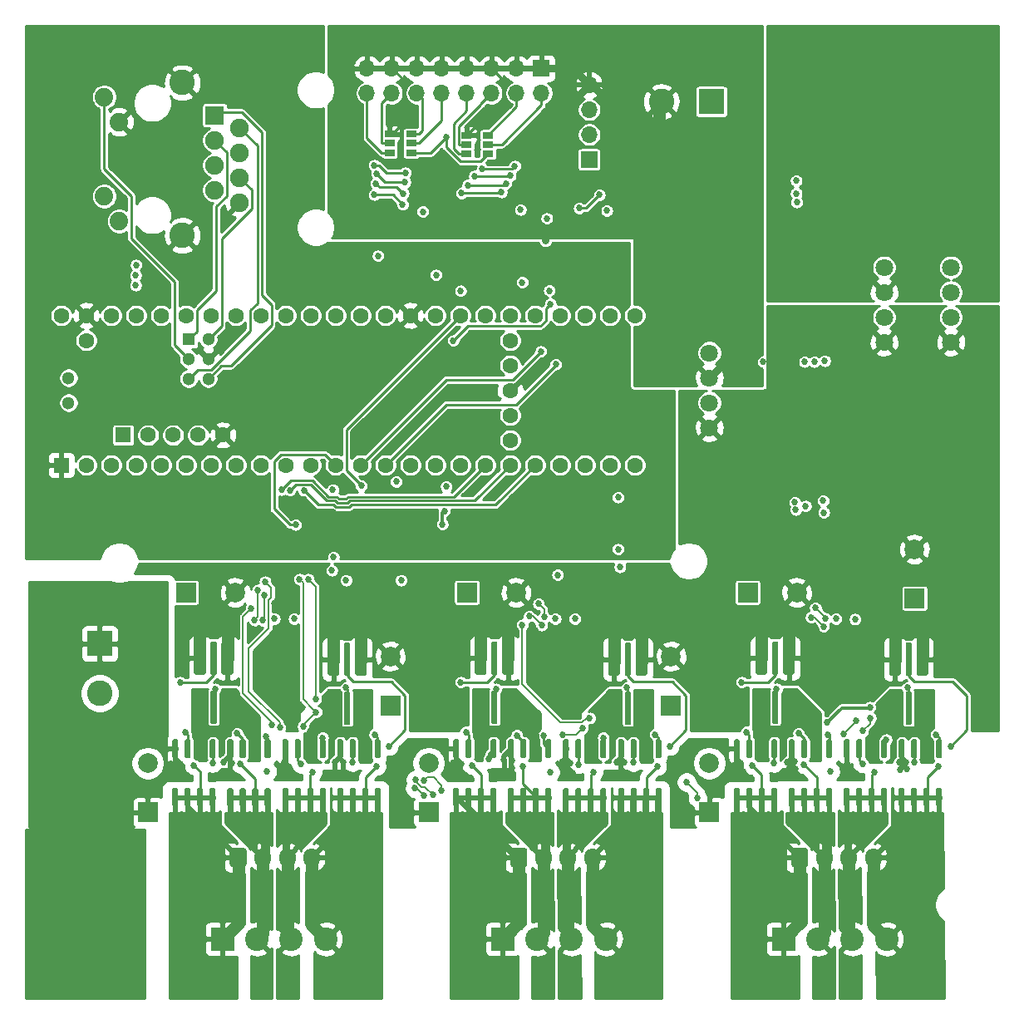
<source format=gbl>
G04 #@! TF.GenerationSoftware,KiCad,Pcbnew,5.1.9*
G04 #@! TF.CreationDate,2021-04-11T20:07:04-04:00*
G04 #@! TF.ProjectId,cnc-controller,636e632d-636f-46e7-9472-6f6c6c65722e,rev?*
G04 #@! TF.SameCoordinates,Original*
G04 #@! TF.FileFunction,Copper,L4,Bot*
G04 #@! TF.FilePolarity,Positive*
%FSLAX46Y46*%
G04 Gerber Fmt 4.6, Leading zero omitted, Abs format (unit mm)*
G04 Created by KiCad (PCBNEW 5.1.9) date 2021-04-11 20:07:04*
%MOMM*%
%LPD*%
G01*
G04 APERTURE LIST*
G04 #@! TA.AperFunction,ComponentPad*
%ADD10C,2.600000*%
G04 #@! TD*
G04 #@! TA.AperFunction,ComponentPad*
%ADD11R,2.600000X2.600000*%
G04 #@! TD*
G04 #@! TA.AperFunction,ComponentPad*
%ADD12C,1.300000*%
G04 #@! TD*
G04 #@! TA.AperFunction,ComponentPad*
%ADD13C,1.600000*%
G04 #@! TD*
G04 #@! TA.AperFunction,ComponentPad*
%ADD14R,1.300000X1.300000*%
G04 #@! TD*
G04 #@! TA.AperFunction,ComponentPad*
%ADD15R,1.600000X1.600000*%
G04 #@! TD*
G04 #@! TA.AperFunction,ComponentPad*
%ADD16C,1.800000*%
G04 #@! TD*
G04 #@! TA.AperFunction,SMDPad,CuDef*
%ADD17R,1.060000X0.650000*%
G04 #@! TD*
G04 #@! TA.AperFunction,ComponentPad*
%ADD18C,2.400000*%
G04 #@! TD*
G04 #@! TA.AperFunction,ComponentPad*
%ADD19R,2.400000X2.400000*%
G04 #@! TD*
G04 #@! TA.AperFunction,ComponentPad*
%ADD20O,1.700000X1.950000*%
G04 #@! TD*
G04 #@! TA.AperFunction,ComponentPad*
%ADD21C,1.890000*%
G04 #@! TD*
G04 #@! TA.AperFunction,ComponentPad*
%ADD22C,1.900000*%
G04 #@! TD*
G04 #@! TA.AperFunction,ComponentPad*
%ADD23R,1.900000X1.900000*%
G04 #@! TD*
G04 #@! TA.AperFunction,ComponentPad*
%ADD24O,1.700000X1.700000*%
G04 #@! TD*
G04 #@! TA.AperFunction,ComponentPad*
%ADD25R,1.700000X1.700000*%
G04 #@! TD*
G04 #@! TA.AperFunction,ComponentPad*
%ADD26C,2.000000*%
G04 #@! TD*
G04 #@! TA.AperFunction,ComponentPad*
%ADD27R,2.000000X2.000000*%
G04 #@! TD*
G04 #@! TA.AperFunction,ViaPad*
%ADD28C,0.685800*%
G04 #@! TD*
G04 #@! TA.AperFunction,Conductor*
%ADD29C,1.250000*%
G04 #@! TD*
G04 #@! TA.AperFunction,Conductor*
%ADD30C,0.250000*%
G04 #@! TD*
G04 #@! TA.AperFunction,Conductor*
%ADD31C,0.500000*%
G04 #@! TD*
G04 #@! TA.AperFunction,Conductor*
%ADD32C,0.152400*%
G04 #@! TD*
G04 #@! TA.AperFunction,Conductor*
%ADD33C,0.750000*%
G04 #@! TD*
G04 #@! TA.AperFunction,Conductor*
%ADD34C,0.200000*%
G04 #@! TD*
G04 #@! TA.AperFunction,Conductor*
%ADD35C,0.300000*%
G04 #@! TD*
G04 #@! TA.AperFunction,Conductor*
%ADD36C,0.254000*%
G04 #@! TD*
G04 #@! TA.AperFunction,Conductor*
%ADD37C,0.100000*%
G04 #@! TD*
G04 APERTURE END LIST*
D10*
X73220000Y-47200000D03*
D11*
X78300000Y-47200000D03*
G04 #@! TA.AperFunction,SMDPad,CuDef*
G36*
G01*
X100203200Y-105700000D02*
X99396800Y-105700000D01*
G75*
G02*
X99200000Y-105503200I0J196800D01*
G01*
X99200000Y-102496800D01*
G75*
G02*
X99396800Y-102300000I196800J0D01*
G01*
X100203200Y-102300000D01*
G75*
G02*
X100400000Y-102496800I0J-196800D01*
G01*
X100400000Y-105503200D01*
G75*
G02*
X100203200Y-105700000I-196800J0D01*
G01*
G37*
G04 #@! TD.AperFunction*
G04 #@! TA.AperFunction,SMDPad,CuDef*
G36*
G01*
X97403200Y-105700000D02*
X96596800Y-105700000D01*
G75*
G02*
X96400000Y-105503200I0J196800D01*
G01*
X96400000Y-102496800D01*
G75*
G02*
X96596800Y-102300000I196800J0D01*
G01*
X97403200Y-102300000D01*
G75*
G02*
X97600000Y-102496800I0J-196800D01*
G01*
X97600000Y-105503200D01*
G75*
G02*
X97403200Y-105700000I-196800J0D01*
G01*
G37*
G04 #@! TD.AperFunction*
G04 #@! TA.AperFunction,SMDPad,CuDef*
G36*
G01*
X98601600Y-105700000D02*
X98198400Y-105700000D01*
G75*
G02*
X98100000Y-105601600I0J98400D01*
G01*
X98100000Y-102398400D01*
G75*
G02*
X98198400Y-102300000I98400J0D01*
G01*
X98601600Y-102300000D01*
G75*
G02*
X98700000Y-102398400I0J-98400D01*
G01*
X98700000Y-105601600D01*
G75*
G02*
X98601600Y-105700000I-98400J0D01*
G01*
G37*
G04 #@! TD.AperFunction*
G04 #@! TA.AperFunction,SMDPad,CuDef*
G36*
G01*
X97403200Y-110700000D02*
X96596800Y-110700000D01*
G75*
G02*
X96400000Y-110503200I0J196800D01*
G01*
X96400000Y-107496800D01*
G75*
G02*
X96596800Y-107300000I196800J0D01*
G01*
X97403200Y-107300000D01*
G75*
G02*
X97600000Y-107496800I0J-196800D01*
G01*
X97600000Y-110503200D01*
G75*
G02*
X97403200Y-110700000I-196800J0D01*
G01*
G37*
G04 #@! TD.AperFunction*
G04 #@! TA.AperFunction,SMDPad,CuDef*
G36*
G01*
X100203200Y-110700000D02*
X99396800Y-110700000D01*
G75*
G02*
X99200000Y-110503200I0J196800D01*
G01*
X99200000Y-107496800D01*
G75*
G02*
X99396800Y-107300000I196800J0D01*
G01*
X100203200Y-107300000D01*
G75*
G02*
X100400000Y-107496800I0J-196800D01*
G01*
X100400000Y-110503200D01*
G75*
G02*
X100203200Y-110700000I-196800J0D01*
G01*
G37*
G04 #@! TD.AperFunction*
G04 #@! TA.AperFunction,SMDPad,CuDef*
G36*
G01*
X98601600Y-110700000D02*
X98198400Y-110700000D01*
G75*
G02*
X98100000Y-110601600I0J98400D01*
G01*
X98100000Y-107398400D01*
G75*
G02*
X98198400Y-107300000I98400J0D01*
G01*
X98601600Y-107300000D01*
G75*
G02*
X98700000Y-107398400I0J-98400D01*
G01*
X98700000Y-110601600D01*
G75*
G02*
X98601600Y-110700000I-98400J0D01*
G01*
G37*
G04 #@! TD.AperFunction*
G04 #@! TA.AperFunction,SMDPad,CuDef*
G36*
G01*
X71603200Y-105700000D02*
X70796800Y-105700000D01*
G75*
G02*
X70600000Y-105503200I0J196800D01*
G01*
X70600000Y-102496800D01*
G75*
G02*
X70796800Y-102300000I196800J0D01*
G01*
X71603200Y-102300000D01*
G75*
G02*
X71800000Y-102496800I0J-196800D01*
G01*
X71800000Y-105503200D01*
G75*
G02*
X71603200Y-105700000I-196800J0D01*
G01*
G37*
G04 #@! TD.AperFunction*
G04 #@! TA.AperFunction,SMDPad,CuDef*
G36*
G01*
X68803200Y-105700000D02*
X67996800Y-105700000D01*
G75*
G02*
X67800000Y-105503200I0J196800D01*
G01*
X67800000Y-102496800D01*
G75*
G02*
X67996800Y-102300000I196800J0D01*
G01*
X68803200Y-102300000D01*
G75*
G02*
X69000000Y-102496800I0J-196800D01*
G01*
X69000000Y-105503200D01*
G75*
G02*
X68803200Y-105700000I-196800J0D01*
G01*
G37*
G04 #@! TD.AperFunction*
G04 #@! TA.AperFunction,SMDPad,CuDef*
G36*
G01*
X70001600Y-105700000D02*
X69598400Y-105700000D01*
G75*
G02*
X69500000Y-105601600I0J98400D01*
G01*
X69500000Y-102398400D01*
G75*
G02*
X69598400Y-102300000I98400J0D01*
G01*
X70001600Y-102300000D01*
G75*
G02*
X70100000Y-102398400I0J-98400D01*
G01*
X70100000Y-105601600D01*
G75*
G02*
X70001600Y-105700000I-98400J0D01*
G01*
G37*
G04 #@! TD.AperFunction*
G04 #@! TA.AperFunction,SMDPad,CuDef*
G36*
G01*
X68803200Y-110700000D02*
X67996800Y-110700000D01*
G75*
G02*
X67800000Y-110503200I0J196800D01*
G01*
X67800000Y-107496800D01*
G75*
G02*
X67996800Y-107300000I196800J0D01*
G01*
X68803200Y-107300000D01*
G75*
G02*
X69000000Y-107496800I0J-196800D01*
G01*
X69000000Y-110503200D01*
G75*
G02*
X68803200Y-110700000I-196800J0D01*
G01*
G37*
G04 #@! TD.AperFunction*
G04 #@! TA.AperFunction,SMDPad,CuDef*
G36*
G01*
X71603200Y-110700000D02*
X70796800Y-110700000D01*
G75*
G02*
X70600000Y-110503200I0J196800D01*
G01*
X70600000Y-107496800D01*
G75*
G02*
X70796800Y-107300000I196800J0D01*
G01*
X71603200Y-107300000D01*
G75*
G02*
X71800000Y-107496800I0J-196800D01*
G01*
X71800000Y-110503200D01*
G75*
G02*
X71603200Y-110700000I-196800J0D01*
G01*
G37*
G04 #@! TD.AperFunction*
G04 #@! TA.AperFunction,SMDPad,CuDef*
G36*
G01*
X70001600Y-110700000D02*
X69598400Y-110700000D01*
G75*
G02*
X69500000Y-110601600I0J98400D01*
G01*
X69500000Y-107398400D01*
G75*
G02*
X69598400Y-107300000I98400J0D01*
G01*
X70001600Y-107300000D01*
G75*
G02*
X70100000Y-107398400I0J-98400D01*
G01*
X70100000Y-110601600D01*
G75*
G02*
X70001600Y-110700000I-98400J0D01*
G01*
G37*
G04 #@! TD.AperFunction*
G04 #@! TA.AperFunction,SMDPad,CuDef*
G36*
G01*
X86603200Y-105600000D02*
X85796800Y-105600000D01*
G75*
G02*
X85600000Y-105403200I0J196800D01*
G01*
X85600000Y-102396800D01*
G75*
G02*
X85796800Y-102200000I196800J0D01*
G01*
X86603200Y-102200000D01*
G75*
G02*
X86800000Y-102396800I0J-196800D01*
G01*
X86800000Y-105403200D01*
G75*
G02*
X86603200Y-105600000I-196800J0D01*
G01*
G37*
G04 #@! TD.AperFunction*
G04 #@! TA.AperFunction,SMDPad,CuDef*
G36*
G01*
X83803200Y-105600000D02*
X82996800Y-105600000D01*
G75*
G02*
X82800000Y-105403200I0J196800D01*
G01*
X82800000Y-102396800D01*
G75*
G02*
X82996800Y-102200000I196800J0D01*
G01*
X83803200Y-102200000D01*
G75*
G02*
X84000000Y-102396800I0J-196800D01*
G01*
X84000000Y-105403200D01*
G75*
G02*
X83803200Y-105600000I-196800J0D01*
G01*
G37*
G04 #@! TD.AperFunction*
G04 #@! TA.AperFunction,SMDPad,CuDef*
G36*
G01*
X85001600Y-105600000D02*
X84598400Y-105600000D01*
G75*
G02*
X84500000Y-105501600I0J98400D01*
G01*
X84500000Y-102298400D01*
G75*
G02*
X84598400Y-102200000I98400J0D01*
G01*
X85001600Y-102200000D01*
G75*
G02*
X85100000Y-102298400I0J-98400D01*
G01*
X85100000Y-105501600D01*
G75*
G02*
X85001600Y-105600000I-98400J0D01*
G01*
G37*
G04 #@! TD.AperFunction*
G04 #@! TA.AperFunction,SMDPad,CuDef*
G36*
G01*
X83803200Y-110600000D02*
X82996800Y-110600000D01*
G75*
G02*
X82800000Y-110403200I0J196800D01*
G01*
X82800000Y-107396800D01*
G75*
G02*
X82996800Y-107200000I196800J0D01*
G01*
X83803200Y-107200000D01*
G75*
G02*
X84000000Y-107396800I0J-196800D01*
G01*
X84000000Y-110403200D01*
G75*
G02*
X83803200Y-110600000I-196800J0D01*
G01*
G37*
G04 #@! TD.AperFunction*
G04 #@! TA.AperFunction,SMDPad,CuDef*
G36*
G01*
X86603200Y-110600000D02*
X85796800Y-110600000D01*
G75*
G02*
X85600000Y-110403200I0J196800D01*
G01*
X85600000Y-107396800D01*
G75*
G02*
X85796800Y-107200000I196800J0D01*
G01*
X86603200Y-107200000D01*
G75*
G02*
X86800000Y-107396800I0J-196800D01*
G01*
X86800000Y-110403200D01*
G75*
G02*
X86603200Y-110600000I-196800J0D01*
G01*
G37*
G04 #@! TD.AperFunction*
G04 #@! TA.AperFunction,SMDPad,CuDef*
G36*
G01*
X85001600Y-110600000D02*
X84598400Y-110600000D01*
G75*
G02*
X84500000Y-110501600I0J98400D01*
G01*
X84500000Y-107298400D01*
G75*
G02*
X84598400Y-107200000I98400J0D01*
G01*
X85001600Y-107200000D01*
G75*
G02*
X85100000Y-107298400I0J-98400D01*
G01*
X85100000Y-110501600D01*
G75*
G02*
X85001600Y-110600000I-98400J0D01*
G01*
G37*
G04 #@! TD.AperFunction*
G04 #@! TA.AperFunction,SMDPad,CuDef*
G36*
G01*
X58003200Y-105600000D02*
X57196800Y-105600000D01*
G75*
G02*
X57000000Y-105403200I0J196800D01*
G01*
X57000000Y-102396800D01*
G75*
G02*
X57196800Y-102200000I196800J0D01*
G01*
X58003200Y-102200000D01*
G75*
G02*
X58200000Y-102396800I0J-196800D01*
G01*
X58200000Y-105403200D01*
G75*
G02*
X58003200Y-105600000I-196800J0D01*
G01*
G37*
G04 #@! TD.AperFunction*
G04 #@! TA.AperFunction,SMDPad,CuDef*
G36*
G01*
X55203200Y-105600000D02*
X54396800Y-105600000D01*
G75*
G02*
X54200000Y-105403200I0J196800D01*
G01*
X54200000Y-102396800D01*
G75*
G02*
X54396800Y-102200000I196800J0D01*
G01*
X55203200Y-102200000D01*
G75*
G02*
X55400000Y-102396800I0J-196800D01*
G01*
X55400000Y-105403200D01*
G75*
G02*
X55203200Y-105600000I-196800J0D01*
G01*
G37*
G04 #@! TD.AperFunction*
G04 #@! TA.AperFunction,SMDPad,CuDef*
G36*
G01*
X56401600Y-105600000D02*
X55998400Y-105600000D01*
G75*
G02*
X55900000Y-105501600I0J98400D01*
G01*
X55900000Y-102298400D01*
G75*
G02*
X55998400Y-102200000I98400J0D01*
G01*
X56401600Y-102200000D01*
G75*
G02*
X56500000Y-102298400I0J-98400D01*
G01*
X56500000Y-105501600D01*
G75*
G02*
X56401600Y-105600000I-98400J0D01*
G01*
G37*
G04 #@! TD.AperFunction*
G04 #@! TA.AperFunction,SMDPad,CuDef*
G36*
G01*
X55203200Y-110600000D02*
X54396800Y-110600000D01*
G75*
G02*
X54200000Y-110403200I0J196800D01*
G01*
X54200000Y-107396800D01*
G75*
G02*
X54396800Y-107200000I196800J0D01*
G01*
X55203200Y-107200000D01*
G75*
G02*
X55400000Y-107396800I0J-196800D01*
G01*
X55400000Y-110403200D01*
G75*
G02*
X55203200Y-110600000I-196800J0D01*
G01*
G37*
G04 #@! TD.AperFunction*
G04 #@! TA.AperFunction,SMDPad,CuDef*
G36*
G01*
X58003200Y-110600000D02*
X57196800Y-110600000D01*
G75*
G02*
X57000000Y-110403200I0J196800D01*
G01*
X57000000Y-107396800D01*
G75*
G02*
X57196800Y-107200000I196800J0D01*
G01*
X58003200Y-107200000D01*
G75*
G02*
X58200000Y-107396800I0J-196800D01*
G01*
X58200000Y-110403200D01*
G75*
G02*
X58003200Y-110600000I-196800J0D01*
G01*
G37*
G04 #@! TD.AperFunction*
G04 #@! TA.AperFunction,SMDPad,CuDef*
G36*
G01*
X56401600Y-110600000D02*
X55998400Y-110600000D01*
G75*
G02*
X55900000Y-110501600I0J98400D01*
G01*
X55900000Y-107298400D01*
G75*
G02*
X55998400Y-107200000I98400J0D01*
G01*
X56401600Y-107200000D01*
G75*
G02*
X56500000Y-107298400I0J-98400D01*
G01*
X56500000Y-110501600D01*
G75*
G02*
X56401600Y-110600000I-98400J0D01*
G01*
G37*
G04 #@! TD.AperFunction*
G04 #@! TA.AperFunction,SMDPad,CuDef*
G36*
G01*
X29403200Y-105600000D02*
X28596800Y-105600000D01*
G75*
G02*
X28400000Y-105403200I0J196800D01*
G01*
X28400000Y-102396800D01*
G75*
G02*
X28596800Y-102200000I196800J0D01*
G01*
X29403200Y-102200000D01*
G75*
G02*
X29600000Y-102396800I0J-196800D01*
G01*
X29600000Y-105403200D01*
G75*
G02*
X29403200Y-105600000I-196800J0D01*
G01*
G37*
G04 #@! TD.AperFunction*
G04 #@! TA.AperFunction,SMDPad,CuDef*
G36*
G01*
X26603200Y-105600000D02*
X25796800Y-105600000D01*
G75*
G02*
X25600000Y-105403200I0J196800D01*
G01*
X25600000Y-102396800D01*
G75*
G02*
X25796800Y-102200000I196800J0D01*
G01*
X26603200Y-102200000D01*
G75*
G02*
X26800000Y-102396800I0J-196800D01*
G01*
X26800000Y-105403200D01*
G75*
G02*
X26603200Y-105600000I-196800J0D01*
G01*
G37*
G04 #@! TD.AperFunction*
G04 #@! TA.AperFunction,SMDPad,CuDef*
G36*
G01*
X27801600Y-105600000D02*
X27398400Y-105600000D01*
G75*
G02*
X27300000Y-105501600I0J98400D01*
G01*
X27300000Y-102298400D01*
G75*
G02*
X27398400Y-102200000I98400J0D01*
G01*
X27801600Y-102200000D01*
G75*
G02*
X27900000Y-102298400I0J-98400D01*
G01*
X27900000Y-105501600D01*
G75*
G02*
X27801600Y-105600000I-98400J0D01*
G01*
G37*
G04 #@! TD.AperFunction*
G04 #@! TA.AperFunction,SMDPad,CuDef*
G36*
G01*
X26603200Y-110600000D02*
X25796800Y-110600000D01*
G75*
G02*
X25600000Y-110403200I0J196800D01*
G01*
X25600000Y-107396800D01*
G75*
G02*
X25796800Y-107200000I196800J0D01*
G01*
X26603200Y-107200000D01*
G75*
G02*
X26800000Y-107396800I0J-196800D01*
G01*
X26800000Y-110403200D01*
G75*
G02*
X26603200Y-110600000I-196800J0D01*
G01*
G37*
G04 #@! TD.AperFunction*
G04 #@! TA.AperFunction,SMDPad,CuDef*
G36*
G01*
X29403200Y-110600000D02*
X28596800Y-110600000D01*
G75*
G02*
X28400000Y-110403200I0J196800D01*
G01*
X28400000Y-107396800D01*
G75*
G02*
X28596800Y-107200000I196800J0D01*
G01*
X29403200Y-107200000D01*
G75*
G02*
X29600000Y-107396800I0J-196800D01*
G01*
X29600000Y-110403200D01*
G75*
G02*
X29403200Y-110600000I-196800J0D01*
G01*
G37*
G04 #@! TD.AperFunction*
G04 #@! TA.AperFunction,SMDPad,CuDef*
G36*
G01*
X27801600Y-110600000D02*
X27398400Y-110600000D01*
G75*
G02*
X27300000Y-110501600I0J98400D01*
G01*
X27300000Y-107298400D01*
G75*
G02*
X27398400Y-107200000I98400J0D01*
G01*
X27801600Y-107200000D01*
G75*
G02*
X27900000Y-107298400I0J-98400D01*
G01*
X27900000Y-110501600D01*
G75*
G02*
X27801600Y-110600000I-98400J0D01*
G01*
G37*
G04 #@! TD.AperFunction*
G04 #@! TA.AperFunction,SMDPad,CuDef*
G36*
G01*
X43003200Y-105700000D02*
X42196800Y-105700000D01*
G75*
G02*
X42000000Y-105503200I0J196800D01*
G01*
X42000000Y-102496800D01*
G75*
G02*
X42196800Y-102300000I196800J0D01*
G01*
X43003200Y-102300000D01*
G75*
G02*
X43200000Y-102496800I0J-196800D01*
G01*
X43200000Y-105503200D01*
G75*
G02*
X43003200Y-105700000I-196800J0D01*
G01*
G37*
G04 #@! TD.AperFunction*
G04 #@! TA.AperFunction,SMDPad,CuDef*
G36*
G01*
X40203200Y-105700000D02*
X39396800Y-105700000D01*
G75*
G02*
X39200000Y-105503200I0J196800D01*
G01*
X39200000Y-102496800D01*
G75*
G02*
X39396800Y-102300000I196800J0D01*
G01*
X40203200Y-102300000D01*
G75*
G02*
X40400000Y-102496800I0J-196800D01*
G01*
X40400000Y-105503200D01*
G75*
G02*
X40203200Y-105700000I-196800J0D01*
G01*
G37*
G04 #@! TD.AperFunction*
G04 #@! TA.AperFunction,SMDPad,CuDef*
G36*
G01*
X41401600Y-105700000D02*
X40998400Y-105700000D01*
G75*
G02*
X40900000Y-105601600I0J98400D01*
G01*
X40900000Y-102398400D01*
G75*
G02*
X40998400Y-102300000I98400J0D01*
G01*
X41401600Y-102300000D01*
G75*
G02*
X41500000Y-102398400I0J-98400D01*
G01*
X41500000Y-105601600D01*
G75*
G02*
X41401600Y-105700000I-98400J0D01*
G01*
G37*
G04 #@! TD.AperFunction*
G04 #@! TA.AperFunction,SMDPad,CuDef*
G36*
G01*
X40203200Y-110700000D02*
X39396800Y-110700000D01*
G75*
G02*
X39200000Y-110503200I0J196800D01*
G01*
X39200000Y-107496800D01*
G75*
G02*
X39396800Y-107300000I196800J0D01*
G01*
X40203200Y-107300000D01*
G75*
G02*
X40400000Y-107496800I0J-196800D01*
G01*
X40400000Y-110503200D01*
G75*
G02*
X40203200Y-110700000I-196800J0D01*
G01*
G37*
G04 #@! TD.AperFunction*
G04 #@! TA.AperFunction,SMDPad,CuDef*
G36*
G01*
X43003200Y-110700000D02*
X42196800Y-110700000D01*
G75*
G02*
X42000000Y-110503200I0J196800D01*
G01*
X42000000Y-107496800D01*
G75*
G02*
X42196800Y-107300000I196800J0D01*
G01*
X43003200Y-107300000D01*
G75*
G02*
X43200000Y-107496800I0J-196800D01*
G01*
X43200000Y-110503200D01*
G75*
G02*
X43003200Y-110700000I-196800J0D01*
G01*
G37*
G04 #@! TD.AperFunction*
G04 #@! TA.AperFunction,SMDPad,CuDef*
G36*
G01*
X41401600Y-110700000D02*
X40998400Y-110700000D01*
G75*
G02*
X40900000Y-110601600I0J98400D01*
G01*
X40900000Y-107398400D01*
G75*
G02*
X40998400Y-107300000I98400J0D01*
G01*
X41401600Y-107300000D01*
G75*
G02*
X41500000Y-107398400I0J-98400D01*
G01*
X41500000Y-110601600D01*
G75*
G02*
X41401600Y-110700000I-98400J0D01*
G01*
G37*
G04 #@! TD.AperFunction*
D12*
X12820000Y-75330000D03*
X12820000Y-77870000D03*
D13*
X57810000Y-71520000D03*
X57810000Y-74060000D03*
X57810000Y-76600000D03*
X57810000Y-79140000D03*
X57810000Y-81680000D03*
D12*
X25060000Y-75418400D03*
X27060000Y-75418400D03*
X27060000Y-73418400D03*
X25060000Y-73418400D03*
X27060000Y-71418400D03*
D14*
X25060000Y-71418400D03*
D13*
X52730000Y-84220000D03*
X55270000Y-84220000D03*
X57810000Y-84220000D03*
X60350000Y-84220000D03*
X50190000Y-84220000D03*
X47650000Y-84220000D03*
X45110000Y-84220000D03*
X62890000Y-84220000D03*
X65430000Y-84220000D03*
X67970000Y-84220000D03*
X70510000Y-84220000D03*
X70510000Y-68980000D03*
X67970000Y-68980000D03*
X65430000Y-68980000D03*
X62890000Y-68980000D03*
X60350000Y-68980000D03*
X57810000Y-68980000D03*
X55270000Y-68980000D03*
X52730000Y-68980000D03*
X50190000Y-68980000D03*
X47650000Y-68980000D03*
X42570000Y-84220000D03*
X40030000Y-84220000D03*
X37490000Y-84220000D03*
X34950000Y-84220000D03*
X32410000Y-84220000D03*
X29870000Y-84220000D03*
X27330000Y-84220000D03*
X24790000Y-84220000D03*
X22250000Y-84220000D03*
X19710000Y-84220000D03*
X17170000Y-84220000D03*
X14630000Y-84220000D03*
D15*
X12090000Y-84220000D03*
D13*
X45110000Y-68980000D03*
X42570000Y-68980000D03*
X40030000Y-68980000D03*
X37490000Y-68980000D03*
X34950000Y-68980000D03*
X32410000Y-68980000D03*
X29870000Y-68980000D03*
X27330000Y-68980000D03*
X24790000Y-68980000D03*
X22250000Y-68980000D03*
X19710000Y-68980000D03*
X17170000Y-68980000D03*
X14630000Y-68980000D03*
X12090000Y-68980000D03*
D15*
X18389200Y-81169200D03*
D13*
X20929200Y-81169200D03*
X23469200Y-81169200D03*
X26009200Y-81169200D03*
X28549200Y-81169200D03*
X14630000Y-71520000D03*
D16*
X78100000Y-72790000D03*
X78100000Y-75330000D03*
X78100000Y-77870000D03*
X78100000Y-80410000D03*
X95900000Y-64090000D03*
X95900000Y-66630000D03*
X95900000Y-69170000D03*
X95900000Y-71710000D03*
X102700000Y-64090000D03*
X102700000Y-66630000D03*
X102700000Y-69170000D03*
X102700000Y-71710000D03*
D17*
X55550000Y-51575000D03*
X55550000Y-52525000D03*
X55550000Y-50625000D03*
X53350000Y-50625000D03*
X53350000Y-51575000D03*
X53350000Y-52525000D03*
X47725000Y-51450000D03*
X47725000Y-52400000D03*
X47725000Y-50500000D03*
X45525000Y-50500000D03*
X45525000Y-51450000D03*
X45525000Y-52400000D03*
G04 #@! TA.AperFunction,SMDPad,CuDef*
G36*
G01*
X86345000Y-117100000D02*
X86645000Y-117100000D01*
G75*
G02*
X86795000Y-117250000I0J-150000D01*
G01*
X86795000Y-118900000D01*
G75*
G02*
X86645000Y-119050000I-150000J0D01*
G01*
X86345000Y-119050000D01*
G75*
G02*
X86195000Y-118900000I0J150000D01*
G01*
X86195000Y-117250000D01*
G75*
G02*
X86345000Y-117100000I150000J0D01*
G01*
G37*
G04 #@! TD.AperFunction*
G04 #@! TA.AperFunction,SMDPad,CuDef*
G36*
G01*
X87615000Y-117100000D02*
X87915000Y-117100000D01*
G75*
G02*
X88065000Y-117250000I0J-150000D01*
G01*
X88065000Y-118900000D01*
G75*
G02*
X87915000Y-119050000I-150000J0D01*
G01*
X87615000Y-119050000D01*
G75*
G02*
X87465000Y-118900000I0J150000D01*
G01*
X87465000Y-117250000D01*
G75*
G02*
X87615000Y-117100000I150000J0D01*
G01*
G37*
G04 #@! TD.AperFunction*
G04 #@! TA.AperFunction,SMDPad,CuDef*
G36*
G01*
X88885000Y-117100000D02*
X89185000Y-117100000D01*
G75*
G02*
X89335000Y-117250000I0J-150000D01*
G01*
X89335000Y-118900000D01*
G75*
G02*
X89185000Y-119050000I-150000J0D01*
G01*
X88885000Y-119050000D01*
G75*
G02*
X88735000Y-118900000I0J150000D01*
G01*
X88735000Y-117250000D01*
G75*
G02*
X88885000Y-117100000I150000J0D01*
G01*
G37*
G04 #@! TD.AperFunction*
G04 #@! TA.AperFunction,SMDPad,CuDef*
G36*
G01*
X90155000Y-117100000D02*
X90455000Y-117100000D01*
G75*
G02*
X90605000Y-117250000I0J-150000D01*
G01*
X90605000Y-118900000D01*
G75*
G02*
X90455000Y-119050000I-150000J0D01*
G01*
X90155000Y-119050000D01*
G75*
G02*
X90005000Y-118900000I0J150000D01*
G01*
X90005000Y-117250000D01*
G75*
G02*
X90155000Y-117100000I150000J0D01*
G01*
G37*
G04 #@! TD.AperFunction*
G04 #@! TA.AperFunction,SMDPad,CuDef*
G36*
G01*
X90155000Y-112150000D02*
X90455000Y-112150000D01*
G75*
G02*
X90605000Y-112300000I0J-150000D01*
G01*
X90605000Y-113950000D01*
G75*
G02*
X90455000Y-114100000I-150000J0D01*
G01*
X90155000Y-114100000D01*
G75*
G02*
X90005000Y-113950000I0J150000D01*
G01*
X90005000Y-112300000D01*
G75*
G02*
X90155000Y-112150000I150000J0D01*
G01*
G37*
G04 #@! TD.AperFunction*
G04 #@! TA.AperFunction,SMDPad,CuDef*
G36*
G01*
X88885000Y-112150000D02*
X89185000Y-112150000D01*
G75*
G02*
X89335000Y-112300000I0J-150000D01*
G01*
X89335000Y-113950000D01*
G75*
G02*
X89185000Y-114100000I-150000J0D01*
G01*
X88885000Y-114100000D01*
G75*
G02*
X88735000Y-113950000I0J150000D01*
G01*
X88735000Y-112300000D01*
G75*
G02*
X88885000Y-112150000I150000J0D01*
G01*
G37*
G04 #@! TD.AperFunction*
G04 #@! TA.AperFunction,SMDPad,CuDef*
G36*
G01*
X87615000Y-112150000D02*
X87915000Y-112150000D01*
G75*
G02*
X88065000Y-112300000I0J-150000D01*
G01*
X88065000Y-113950000D01*
G75*
G02*
X87915000Y-114100000I-150000J0D01*
G01*
X87615000Y-114100000D01*
G75*
G02*
X87465000Y-113950000I0J150000D01*
G01*
X87465000Y-112300000D01*
G75*
G02*
X87615000Y-112150000I150000J0D01*
G01*
G37*
G04 #@! TD.AperFunction*
G04 #@! TA.AperFunction,SMDPad,CuDef*
G36*
G01*
X86345000Y-112150000D02*
X86645000Y-112150000D01*
G75*
G02*
X86795000Y-112300000I0J-150000D01*
G01*
X86795000Y-113950000D01*
G75*
G02*
X86645000Y-114100000I-150000J0D01*
G01*
X86345000Y-114100000D01*
G75*
G02*
X86195000Y-113950000I0J150000D01*
G01*
X86195000Y-112300000D01*
G75*
G02*
X86345000Y-112150000I150000J0D01*
G01*
G37*
G04 #@! TD.AperFunction*
G04 #@! TA.AperFunction,SMDPad,CuDef*
G36*
G01*
X97545000Y-117100000D02*
X97845000Y-117100000D01*
G75*
G02*
X97995000Y-117250000I0J-150000D01*
G01*
X97995000Y-118900000D01*
G75*
G02*
X97845000Y-119050000I-150000J0D01*
G01*
X97545000Y-119050000D01*
G75*
G02*
X97395000Y-118900000I0J150000D01*
G01*
X97395000Y-117250000D01*
G75*
G02*
X97545000Y-117100000I150000J0D01*
G01*
G37*
G04 #@! TD.AperFunction*
G04 #@! TA.AperFunction,SMDPad,CuDef*
G36*
G01*
X98815000Y-117100000D02*
X99115000Y-117100000D01*
G75*
G02*
X99265000Y-117250000I0J-150000D01*
G01*
X99265000Y-118900000D01*
G75*
G02*
X99115000Y-119050000I-150000J0D01*
G01*
X98815000Y-119050000D01*
G75*
G02*
X98665000Y-118900000I0J150000D01*
G01*
X98665000Y-117250000D01*
G75*
G02*
X98815000Y-117100000I150000J0D01*
G01*
G37*
G04 #@! TD.AperFunction*
G04 #@! TA.AperFunction,SMDPad,CuDef*
G36*
G01*
X100085000Y-117100000D02*
X100385000Y-117100000D01*
G75*
G02*
X100535000Y-117250000I0J-150000D01*
G01*
X100535000Y-118900000D01*
G75*
G02*
X100385000Y-119050000I-150000J0D01*
G01*
X100085000Y-119050000D01*
G75*
G02*
X99935000Y-118900000I0J150000D01*
G01*
X99935000Y-117250000D01*
G75*
G02*
X100085000Y-117100000I150000J0D01*
G01*
G37*
G04 #@! TD.AperFunction*
G04 #@! TA.AperFunction,SMDPad,CuDef*
G36*
G01*
X101355000Y-117100000D02*
X101655000Y-117100000D01*
G75*
G02*
X101805000Y-117250000I0J-150000D01*
G01*
X101805000Y-118900000D01*
G75*
G02*
X101655000Y-119050000I-150000J0D01*
G01*
X101355000Y-119050000D01*
G75*
G02*
X101205000Y-118900000I0J150000D01*
G01*
X101205000Y-117250000D01*
G75*
G02*
X101355000Y-117100000I150000J0D01*
G01*
G37*
G04 #@! TD.AperFunction*
G04 #@! TA.AperFunction,SMDPad,CuDef*
G36*
G01*
X101355000Y-112150000D02*
X101655000Y-112150000D01*
G75*
G02*
X101805000Y-112300000I0J-150000D01*
G01*
X101805000Y-113950000D01*
G75*
G02*
X101655000Y-114100000I-150000J0D01*
G01*
X101355000Y-114100000D01*
G75*
G02*
X101205000Y-113950000I0J150000D01*
G01*
X101205000Y-112300000D01*
G75*
G02*
X101355000Y-112150000I150000J0D01*
G01*
G37*
G04 #@! TD.AperFunction*
G04 #@! TA.AperFunction,SMDPad,CuDef*
G36*
G01*
X100085000Y-112150000D02*
X100385000Y-112150000D01*
G75*
G02*
X100535000Y-112300000I0J-150000D01*
G01*
X100535000Y-113950000D01*
G75*
G02*
X100385000Y-114100000I-150000J0D01*
G01*
X100085000Y-114100000D01*
G75*
G02*
X99935000Y-113950000I0J150000D01*
G01*
X99935000Y-112300000D01*
G75*
G02*
X100085000Y-112150000I150000J0D01*
G01*
G37*
G04 #@! TD.AperFunction*
G04 #@! TA.AperFunction,SMDPad,CuDef*
G36*
G01*
X98815000Y-112150000D02*
X99115000Y-112150000D01*
G75*
G02*
X99265000Y-112300000I0J-150000D01*
G01*
X99265000Y-113950000D01*
G75*
G02*
X99115000Y-114100000I-150000J0D01*
G01*
X98815000Y-114100000D01*
G75*
G02*
X98665000Y-113950000I0J150000D01*
G01*
X98665000Y-112300000D01*
G75*
G02*
X98815000Y-112150000I150000J0D01*
G01*
G37*
G04 #@! TD.AperFunction*
G04 #@! TA.AperFunction,SMDPad,CuDef*
G36*
G01*
X97545000Y-112150000D02*
X97845000Y-112150000D01*
G75*
G02*
X97995000Y-112300000I0J-150000D01*
G01*
X97995000Y-113950000D01*
G75*
G02*
X97845000Y-114100000I-150000J0D01*
G01*
X97545000Y-114100000D01*
G75*
G02*
X97395000Y-113950000I0J150000D01*
G01*
X97395000Y-112300000D01*
G75*
G02*
X97545000Y-112150000I150000J0D01*
G01*
G37*
G04 #@! TD.AperFunction*
G04 #@! TA.AperFunction,SMDPad,CuDef*
G36*
G01*
X80745000Y-117100000D02*
X81045000Y-117100000D01*
G75*
G02*
X81195000Y-117250000I0J-150000D01*
G01*
X81195000Y-118900000D01*
G75*
G02*
X81045000Y-119050000I-150000J0D01*
G01*
X80745000Y-119050000D01*
G75*
G02*
X80595000Y-118900000I0J150000D01*
G01*
X80595000Y-117250000D01*
G75*
G02*
X80745000Y-117100000I150000J0D01*
G01*
G37*
G04 #@! TD.AperFunction*
G04 #@! TA.AperFunction,SMDPad,CuDef*
G36*
G01*
X82015000Y-117100000D02*
X82315000Y-117100000D01*
G75*
G02*
X82465000Y-117250000I0J-150000D01*
G01*
X82465000Y-118900000D01*
G75*
G02*
X82315000Y-119050000I-150000J0D01*
G01*
X82015000Y-119050000D01*
G75*
G02*
X81865000Y-118900000I0J150000D01*
G01*
X81865000Y-117250000D01*
G75*
G02*
X82015000Y-117100000I150000J0D01*
G01*
G37*
G04 #@! TD.AperFunction*
G04 #@! TA.AperFunction,SMDPad,CuDef*
G36*
G01*
X83285000Y-117100000D02*
X83585000Y-117100000D01*
G75*
G02*
X83735000Y-117250000I0J-150000D01*
G01*
X83735000Y-118900000D01*
G75*
G02*
X83585000Y-119050000I-150000J0D01*
G01*
X83285000Y-119050000D01*
G75*
G02*
X83135000Y-118900000I0J150000D01*
G01*
X83135000Y-117250000D01*
G75*
G02*
X83285000Y-117100000I150000J0D01*
G01*
G37*
G04 #@! TD.AperFunction*
G04 #@! TA.AperFunction,SMDPad,CuDef*
G36*
G01*
X84555000Y-117100000D02*
X84855000Y-117100000D01*
G75*
G02*
X85005000Y-117250000I0J-150000D01*
G01*
X85005000Y-118900000D01*
G75*
G02*
X84855000Y-119050000I-150000J0D01*
G01*
X84555000Y-119050000D01*
G75*
G02*
X84405000Y-118900000I0J150000D01*
G01*
X84405000Y-117250000D01*
G75*
G02*
X84555000Y-117100000I150000J0D01*
G01*
G37*
G04 #@! TD.AperFunction*
G04 #@! TA.AperFunction,SMDPad,CuDef*
G36*
G01*
X84555000Y-112150000D02*
X84855000Y-112150000D01*
G75*
G02*
X85005000Y-112300000I0J-150000D01*
G01*
X85005000Y-113950000D01*
G75*
G02*
X84855000Y-114100000I-150000J0D01*
G01*
X84555000Y-114100000D01*
G75*
G02*
X84405000Y-113950000I0J150000D01*
G01*
X84405000Y-112300000D01*
G75*
G02*
X84555000Y-112150000I150000J0D01*
G01*
G37*
G04 #@! TD.AperFunction*
G04 #@! TA.AperFunction,SMDPad,CuDef*
G36*
G01*
X83285000Y-112150000D02*
X83585000Y-112150000D01*
G75*
G02*
X83735000Y-112300000I0J-150000D01*
G01*
X83735000Y-113950000D01*
G75*
G02*
X83585000Y-114100000I-150000J0D01*
G01*
X83285000Y-114100000D01*
G75*
G02*
X83135000Y-113950000I0J150000D01*
G01*
X83135000Y-112300000D01*
G75*
G02*
X83285000Y-112150000I150000J0D01*
G01*
G37*
G04 #@! TD.AperFunction*
G04 #@! TA.AperFunction,SMDPad,CuDef*
G36*
G01*
X82015000Y-112150000D02*
X82315000Y-112150000D01*
G75*
G02*
X82465000Y-112300000I0J-150000D01*
G01*
X82465000Y-113950000D01*
G75*
G02*
X82315000Y-114100000I-150000J0D01*
G01*
X82015000Y-114100000D01*
G75*
G02*
X81865000Y-113950000I0J150000D01*
G01*
X81865000Y-112300000D01*
G75*
G02*
X82015000Y-112150000I150000J0D01*
G01*
G37*
G04 #@! TD.AperFunction*
G04 #@! TA.AperFunction,SMDPad,CuDef*
G36*
G01*
X80745000Y-112150000D02*
X81045000Y-112150000D01*
G75*
G02*
X81195000Y-112300000I0J-150000D01*
G01*
X81195000Y-113950000D01*
G75*
G02*
X81045000Y-114100000I-150000J0D01*
G01*
X80745000Y-114100000D01*
G75*
G02*
X80595000Y-113950000I0J150000D01*
G01*
X80595000Y-112300000D01*
G75*
G02*
X80745000Y-112150000I150000J0D01*
G01*
G37*
G04 #@! TD.AperFunction*
G04 #@! TA.AperFunction,SMDPad,CuDef*
G36*
G01*
X91945000Y-117100000D02*
X92245000Y-117100000D01*
G75*
G02*
X92395000Y-117250000I0J-150000D01*
G01*
X92395000Y-118900000D01*
G75*
G02*
X92245000Y-119050000I-150000J0D01*
G01*
X91945000Y-119050000D01*
G75*
G02*
X91795000Y-118900000I0J150000D01*
G01*
X91795000Y-117250000D01*
G75*
G02*
X91945000Y-117100000I150000J0D01*
G01*
G37*
G04 #@! TD.AperFunction*
G04 #@! TA.AperFunction,SMDPad,CuDef*
G36*
G01*
X93215000Y-117100000D02*
X93515000Y-117100000D01*
G75*
G02*
X93665000Y-117250000I0J-150000D01*
G01*
X93665000Y-118900000D01*
G75*
G02*
X93515000Y-119050000I-150000J0D01*
G01*
X93215000Y-119050000D01*
G75*
G02*
X93065000Y-118900000I0J150000D01*
G01*
X93065000Y-117250000D01*
G75*
G02*
X93215000Y-117100000I150000J0D01*
G01*
G37*
G04 #@! TD.AperFunction*
G04 #@! TA.AperFunction,SMDPad,CuDef*
G36*
G01*
X94485000Y-117100000D02*
X94785000Y-117100000D01*
G75*
G02*
X94935000Y-117250000I0J-150000D01*
G01*
X94935000Y-118900000D01*
G75*
G02*
X94785000Y-119050000I-150000J0D01*
G01*
X94485000Y-119050000D01*
G75*
G02*
X94335000Y-118900000I0J150000D01*
G01*
X94335000Y-117250000D01*
G75*
G02*
X94485000Y-117100000I150000J0D01*
G01*
G37*
G04 #@! TD.AperFunction*
G04 #@! TA.AperFunction,SMDPad,CuDef*
G36*
G01*
X95755000Y-117100000D02*
X96055000Y-117100000D01*
G75*
G02*
X96205000Y-117250000I0J-150000D01*
G01*
X96205000Y-118900000D01*
G75*
G02*
X96055000Y-119050000I-150000J0D01*
G01*
X95755000Y-119050000D01*
G75*
G02*
X95605000Y-118900000I0J150000D01*
G01*
X95605000Y-117250000D01*
G75*
G02*
X95755000Y-117100000I150000J0D01*
G01*
G37*
G04 #@! TD.AperFunction*
G04 #@! TA.AperFunction,SMDPad,CuDef*
G36*
G01*
X95755000Y-112150000D02*
X96055000Y-112150000D01*
G75*
G02*
X96205000Y-112300000I0J-150000D01*
G01*
X96205000Y-113950000D01*
G75*
G02*
X96055000Y-114100000I-150000J0D01*
G01*
X95755000Y-114100000D01*
G75*
G02*
X95605000Y-113950000I0J150000D01*
G01*
X95605000Y-112300000D01*
G75*
G02*
X95755000Y-112150000I150000J0D01*
G01*
G37*
G04 #@! TD.AperFunction*
G04 #@! TA.AperFunction,SMDPad,CuDef*
G36*
G01*
X94485000Y-112150000D02*
X94785000Y-112150000D01*
G75*
G02*
X94935000Y-112300000I0J-150000D01*
G01*
X94935000Y-113950000D01*
G75*
G02*
X94785000Y-114100000I-150000J0D01*
G01*
X94485000Y-114100000D01*
G75*
G02*
X94335000Y-113950000I0J150000D01*
G01*
X94335000Y-112300000D01*
G75*
G02*
X94485000Y-112150000I150000J0D01*
G01*
G37*
G04 #@! TD.AperFunction*
G04 #@! TA.AperFunction,SMDPad,CuDef*
G36*
G01*
X93215000Y-112150000D02*
X93515000Y-112150000D01*
G75*
G02*
X93665000Y-112300000I0J-150000D01*
G01*
X93665000Y-113950000D01*
G75*
G02*
X93515000Y-114100000I-150000J0D01*
G01*
X93215000Y-114100000D01*
G75*
G02*
X93065000Y-113950000I0J150000D01*
G01*
X93065000Y-112300000D01*
G75*
G02*
X93215000Y-112150000I150000J0D01*
G01*
G37*
G04 #@! TD.AperFunction*
G04 #@! TA.AperFunction,SMDPad,CuDef*
G36*
G01*
X91945000Y-112150000D02*
X92245000Y-112150000D01*
G75*
G02*
X92395000Y-112300000I0J-150000D01*
G01*
X92395000Y-113950000D01*
G75*
G02*
X92245000Y-114100000I-150000J0D01*
G01*
X91945000Y-114100000D01*
G75*
G02*
X91795000Y-113950000I0J150000D01*
G01*
X91795000Y-112300000D01*
G75*
G02*
X91945000Y-112150000I150000J0D01*
G01*
G37*
G04 #@! TD.AperFunction*
G04 #@! TA.AperFunction,SMDPad,CuDef*
G36*
G01*
X57745000Y-117100000D02*
X58045000Y-117100000D01*
G75*
G02*
X58195000Y-117250000I0J-150000D01*
G01*
X58195000Y-118900000D01*
G75*
G02*
X58045000Y-119050000I-150000J0D01*
G01*
X57745000Y-119050000D01*
G75*
G02*
X57595000Y-118900000I0J150000D01*
G01*
X57595000Y-117250000D01*
G75*
G02*
X57745000Y-117100000I150000J0D01*
G01*
G37*
G04 #@! TD.AperFunction*
G04 #@! TA.AperFunction,SMDPad,CuDef*
G36*
G01*
X59015000Y-117100000D02*
X59315000Y-117100000D01*
G75*
G02*
X59465000Y-117250000I0J-150000D01*
G01*
X59465000Y-118900000D01*
G75*
G02*
X59315000Y-119050000I-150000J0D01*
G01*
X59015000Y-119050000D01*
G75*
G02*
X58865000Y-118900000I0J150000D01*
G01*
X58865000Y-117250000D01*
G75*
G02*
X59015000Y-117100000I150000J0D01*
G01*
G37*
G04 #@! TD.AperFunction*
G04 #@! TA.AperFunction,SMDPad,CuDef*
G36*
G01*
X60285000Y-117100000D02*
X60585000Y-117100000D01*
G75*
G02*
X60735000Y-117250000I0J-150000D01*
G01*
X60735000Y-118900000D01*
G75*
G02*
X60585000Y-119050000I-150000J0D01*
G01*
X60285000Y-119050000D01*
G75*
G02*
X60135000Y-118900000I0J150000D01*
G01*
X60135000Y-117250000D01*
G75*
G02*
X60285000Y-117100000I150000J0D01*
G01*
G37*
G04 #@! TD.AperFunction*
G04 #@! TA.AperFunction,SMDPad,CuDef*
G36*
G01*
X61555000Y-117100000D02*
X61855000Y-117100000D01*
G75*
G02*
X62005000Y-117250000I0J-150000D01*
G01*
X62005000Y-118900000D01*
G75*
G02*
X61855000Y-119050000I-150000J0D01*
G01*
X61555000Y-119050000D01*
G75*
G02*
X61405000Y-118900000I0J150000D01*
G01*
X61405000Y-117250000D01*
G75*
G02*
X61555000Y-117100000I150000J0D01*
G01*
G37*
G04 #@! TD.AperFunction*
G04 #@! TA.AperFunction,SMDPad,CuDef*
G36*
G01*
X61555000Y-112150000D02*
X61855000Y-112150000D01*
G75*
G02*
X62005000Y-112300000I0J-150000D01*
G01*
X62005000Y-113950000D01*
G75*
G02*
X61855000Y-114100000I-150000J0D01*
G01*
X61555000Y-114100000D01*
G75*
G02*
X61405000Y-113950000I0J150000D01*
G01*
X61405000Y-112300000D01*
G75*
G02*
X61555000Y-112150000I150000J0D01*
G01*
G37*
G04 #@! TD.AperFunction*
G04 #@! TA.AperFunction,SMDPad,CuDef*
G36*
G01*
X60285000Y-112150000D02*
X60585000Y-112150000D01*
G75*
G02*
X60735000Y-112300000I0J-150000D01*
G01*
X60735000Y-113950000D01*
G75*
G02*
X60585000Y-114100000I-150000J0D01*
G01*
X60285000Y-114100000D01*
G75*
G02*
X60135000Y-113950000I0J150000D01*
G01*
X60135000Y-112300000D01*
G75*
G02*
X60285000Y-112150000I150000J0D01*
G01*
G37*
G04 #@! TD.AperFunction*
G04 #@! TA.AperFunction,SMDPad,CuDef*
G36*
G01*
X59015000Y-112150000D02*
X59315000Y-112150000D01*
G75*
G02*
X59465000Y-112300000I0J-150000D01*
G01*
X59465000Y-113950000D01*
G75*
G02*
X59315000Y-114100000I-150000J0D01*
G01*
X59015000Y-114100000D01*
G75*
G02*
X58865000Y-113950000I0J150000D01*
G01*
X58865000Y-112300000D01*
G75*
G02*
X59015000Y-112150000I150000J0D01*
G01*
G37*
G04 #@! TD.AperFunction*
G04 #@! TA.AperFunction,SMDPad,CuDef*
G36*
G01*
X57745000Y-112150000D02*
X58045000Y-112150000D01*
G75*
G02*
X58195000Y-112300000I0J-150000D01*
G01*
X58195000Y-113950000D01*
G75*
G02*
X58045000Y-114100000I-150000J0D01*
G01*
X57745000Y-114100000D01*
G75*
G02*
X57595000Y-113950000I0J150000D01*
G01*
X57595000Y-112300000D01*
G75*
G02*
X57745000Y-112150000I150000J0D01*
G01*
G37*
G04 #@! TD.AperFunction*
G04 #@! TA.AperFunction,SMDPad,CuDef*
G36*
G01*
X68945000Y-117100000D02*
X69245000Y-117100000D01*
G75*
G02*
X69395000Y-117250000I0J-150000D01*
G01*
X69395000Y-118900000D01*
G75*
G02*
X69245000Y-119050000I-150000J0D01*
G01*
X68945000Y-119050000D01*
G75*
G02*
X68795000Y-118900000I0J150000D01*
G01*
X68795000Y-117250000D01*
G75*
G02*
X68945000Y-117100000I150000J0D01*
G01*
G37*
G04 #@! TD.AperFunction*
G04 #@! TA.AperFunction,SMDPad,CuDef*
G36*
G01*
X70215000Y-117100000D02*
X70515000Y-117100000D01*
G75*
G02*
X70665000Y-117250000I0J-150000D01*
G01*
X70665000Y-118900000D01*
G75*
G02*
X70515000Y-119050000I-150000J0D01*
G01*
X70215000Y-119050000D01*
G75*
G02*
X70065000Y-118900000I0J150000D01*
G01*
X70065000Y-117250000D01*
G75*
G02*
X70215000Y-117100000I150000J0D01*
G01*
G37*
G04 #@! TD.AperFunction*
G04 #@! TA.AperFunction,SMDPad,CuDef*
G36*
G01*
X71485000Y-117100000D02*
X71785000Y-117100000D01*
G75*
G02*
X71935000Y-117250000I0J-150000D01*
G01*
X71935000Y-118900000D01*
G75*
G02*
X71785000Y-119050000I-150000J0D01*
G01*
X71485000Y-119050000D01*
G75*
G02*
X71335000Y-118900000I0J150000D01*
G01*
X71335000Y-117250000D01*
G75*
G02*
X71485000Y-117100000I150000J0D01*
G01*
G37*
G04 #@! TD.AperFunction*
G04 #@! TA.AperFunction,SMDPad,CuDef*
G36*
G01*
X72755000Y-117100000D02*
X73055000Y-117100000D01*
G75*
G02*
X73205000Y-117250000I0J-150000D01*
G01*
X73205000Y-118900000D01*
G75*
G02*
X73055000Y-119050000I-150000J0D01*
G01*
X72755000Y-119050000D01*
G75*
G02*
X72605000Y-118900000I0J150000D01*
G01*
X72605000Y-117250000D01*
G75*
G02*
X72755000Y-117100000I150000J0D01*
G01*
G37*
G04 #@! TD.AperFunction*
G04 #@! TA.AperFunction,SMDPad,CuDef*
G36*
G01*
X72755000Y-112150000D02*
X73055000Y-112150000D01*
G75*
G02*
X73205000Y-112300000I0J-150000D01*
G01*
X73205000Y-113950000D01*
G75*
G02*
X73055000Y-114100000I-150000J0D01*
G01*
X72755000Y-114100000D01*
G75*
G02*
X72605000Y-113950000I0J150000D01*
G01*
X72605000Y-112300000D01*
G75*
G02*
X72755000Y-112150000I150000J0D01*
G01*
G37*
G04 #@! TD.AperFunction*
G04 #@! TA.AperFunction,SMDPad,CuDef*
G36*
G01*
X71485000Y-112150000D02*
X71785000Y-112150000D01*
G75*
G02*
X71935000Y-112300000I0J-150000D01*
G01*
X71935000Y-113950000D01*
G75*
G02*
X71785000Y-114100000I-150000J0D01*
G01*
X71485000Y-114100000D01*
G75*
G02*
X71335000Y-113950000I0J150000D01*
G01*
X71335000Y-112300000D01*
G75*
G02*
X71485000Y-112150000I150000J0D01*
G01*
G37*
G04 #@! TD.AperFunction*
G04 #@! TA.AperFunction,SMDPad,CuDef*
G36*
G01*
X70215000Y-112150000D02*
X70515000Y-112150000D01*
G75*
G02*
X70665000Y-112300000I0J-150000D01*
G01*
X70665000Y-113950000D01*
G75*
G02*
X70515000Y-114100000I-150000J0D01*
G01*
X70215000Y-114100000D01*
G75*
G02*
X70065000Y-113950000I0J150000D01*
G01*
X70065000Y-112300000D01*
G75*
G02*
X70215000Y-112150000I150000J0D01*
G01*
G37*
G04 #@! TD.AperFunction*
G04 #@! TA.AperFunction,SMDPad,CuDef*
G36*
G01*
X68945000Y-112150000D02*
X69245000Y-112150000D01*
G75*
G02*
X69395000Y-112300000I0J-150000D01*
G01*
X69395000Y-113950000D01*
G75*
G02*
X69245000Y-114100000I-150000J0D01*
G01*
X68945000Y-114100000D01*
G75*
G02*
X68795000Y-113950000I0J150000D01*
G01*
X68795000Y-112300000D01*
G75*
G02*
X68945000Y-112150000I150000J0D01*
G01*
G37*
G04 #@! TD.AperFunction*
G04 #@! TA.AperFunction,SMDPad,CuDef*
G36*
G01*
X52145000Y-117100000D02*
X52445000Y-117100000D01*
G75*
G02*
X52595000Y-117250000I0J-150000D01*
G01*
X52595000Y-118900000D01*
G75*
G02*
X52445000Y-119050000I-150000J0D01*
G01*
X52145000Y-119050000D01*
G75*
G02*
X51995000Y-118900000I0J150000D01*
G01*
X51995000Y-117250000D01*
G75*
G02*
X52145000Y-117100000I150000J0D01*
G01*
G37*
G04 #@! TD.AperFunction*
G04 #@! TA.AperFunction,SMDPad,CuDef*
G36*
G01*
X53415000Y-117100000D02*
X53715000Y-117100000D01*
G75*
G02*
X53865000Y-117250000I0J-150000D01*
G01*
X53865000Y-118900000D01*
G75*
G02*
X53715000Y-119050000I-150000J0D01*
G01*
X53415000Y-119050000D01*
G75*
G02*
X53265000Y-118900000I0J150000D01*
G01*
X53265000Y-117250000D01*
G75*
G02*
X53415000Y-117100000I150000J0D01*
G01*
G37*
G04 #@! TD.AperFunction*
G04 #@! TA.AperFunction,SMDPad,CuDef*
G36*
G01*
X54685000Y-117100000D02*
X54985000Y-117100000D01*
G75*
G02*
X55135000Y-117250000I0J-150000D01*
G01*
X55135000Y-118900000D01*
G75*
G02*
X54985000Y-119050000I-150000J0D01*
G01*
X54685000Y-119050000D01*
G75*
G02*
X54535000Y-118900000I0J150000D01*
G01*
X54535000Y-117250000D01*
G75*
G02*
X54685000Y-117100000I150000J0D01*
G01*
G37*
G04 #@! TD.AperFunction*
G04 #@! TA.AperFunction,SMDPad,CuDef*
G36*
G01*
X55955000Y-117100000D02*
X56255000Y-117100000D01*
G75*
G02*
X56405000Y-117250000I0J-150000D01*
G01*
X56405000Y-118900000D01*
G75*
G02*
X56255000Y-119050000I-150000J0D01*
G01*
X55955000Y-119050000D01*
G75*
G02*
X55805000Y-118900000I0J150000D01*
G01*
X55805000Y-117250000D01*
G75*
G02*
X55955000Y-117100000I150000J0D01*
G01*
G37*
G04 #@! TD.AperFunction*
G04 #@! TA.AperFunction,SMDPad,CuDef*
G36*
G01*
X55955000Y-112150000D02*
X56255000Y-112150000D01*
G75*
G02*
X56405000Y-112300000I0J-150000D01*
G01*
X56405000Y-113950000D01*
G75*
G02*
X56255000Y-114100000I-150000J0D01*
G01*
X55955000Y-114100000D01*
G75*
G02*
X55805000Y-113950000I0J150000D01*
G01*
X55805000Y-112300000D01*
G75*
G02*
X55955000Y-112150000I150000J0D01*
G01*
G37*
G04 #@! TD.AperFunction*
G04 #@! TA.AperFunction,SMDPad,CuDef*
G36*
G01*
X54685000Y-112150000D02*
X54985000Y-112150000D01*
G75*
G02*
X55135000Y-112300000I0J-150000D01*
G01*
X55135000Y-113950000D01*
G75*
G02*
X54985000Y-114100000I-150000J0D01*
G01*
X54685000Y-114100000D01*
G75*
G02*
X54535000Y-113950000I0J150000D01*
G01*
X54535000Y-112300000D01*
G75*
G02*
X54685000Y-112150000I150000J0D01*
G01*
G37*
G04 #@! TD.AperFunction*
G04 #@! TA.AperFunction,SMDPad,CuDef*
G36*
G01*
X53415000Y-112150000D02*
X53715000Y-112150000D01*
G75*
G02*
X53865000Y-112300000I0J-150000D01*
G01*
X53865000Y-113950000D01*
G75*
G02*
X53715000Y-114100000I-150000J0D01*
G01*
X53415000Y-114100000D01*
G75*
G02*
X53265000Y-113950000I0J150000D01*
G01*
X53265000Y-112300000D01*
G75*
G02*
X53415000Y-112150000I150000J0D01*
G01*
G37*
G04 #@! TD.AperFunction*
G04 #@! TA.AperFunction,SMDPad,CuDef*
G36*
G01*
X52145000Y-112150000D02*
X52445000Y-112150000D01*
G75*
G02*
X52595000Y-112300000I0J-150000D01*
G01*
X52595000Y-113950000D01*
G75*
G02*
X52445000Y-114100000I-150000J0D01*
G01*
X52145000Y-114100000D01*
G75*
G02*
X51995000Y-113950000I0J150000D01*
G01*
X51995000Y-112300000D01*
G75*
G02*
X52145000Y-112150000I150000J0D01*
G01*
G37*
G04 #@! TD.AperFunction*
G04 #@! TA.AperFunction,SMDPad,CuDef*
G36*
G01*
X63345000Y-117100000D02*
X63645000Y-117100000D01*
G75*
G02*
X63795000Y-117250000I0J-150000D01*
G01*
X63795000Y-118900000D01*
G75*
G02*
X63645000Y-119050000I-150000J0D01*
G01*
X63345000Y-119050000D01*
G75*
G02*
X63195000Y-118900000I0J150000D01*
G01*
X63195000Y-117250000D01*
G75*
G02*
X63345000Y-117100000I150000J0D01*
G01*
G37*
G04 #@! TD.AperFunction*
G04 #@! TA.AperFunction,SMDPad,CuDef*
G36*
G01*
X64615000Y-117100000D02*
X64915000Y-117100000D01*
G75*
G02*
X65065000Y-117250000I0J-150000D01*
G01*
X65065000Y-118900000D01*
G75*
G02*
X64915000Y-119050000I-150000J0D01*
G01*
X64615000Y-119050000D01*
G75*
G02*
X64465000Y-118900000I0J150000D01*
G01*
X64465000Y-117250000D01*
G75*
G02*
X64615000Y-117100000I150000J0D01*
G01*
G37*
G04 #@! TD.AperFunction*
G04 #@! TA.AperFunction,SMDPad,CuDef*
G36*
G01*
X65885000Y-117100000D02*
X66185000Y-117100000D01*
G75*
G02*
X66335000Y-117250000I0J-150000D01*
G01*
X66335000Y-118900000D01*
G75*
G02*
X66185000Y-119050000I-150000J0D01*
G01*
X65885000Y-119050000D01*
G75*
G02*
X65735000Y-118900000I0J150000D01*
G01*
X65735000Y-117250000D01*
G75*
G02*
X65885000Y-117100000I150000J0D01*
G01*
G37*
G04 #@! TD.AperFunction*
G04 #@! TA.AperFunction,SMDPad,CuDef*
G36*
G01*
X67155000Y-117100000D02*
X67455000Y-117100000D01*
G75*
G02*
X67605000Y-117250000I0J-150000D01*
G01*
X67605000Y-118900000D01*
G75*
G02*
X67455000Y-119050000I-150000J0D01*
G01*
X67155000Y-119050000D01*
G75*
G02*
X67005000Y-118900000I0J150000D01*
G01*
X67005000Y-117250000D01*
G75*
G02*
X67155000Y-117100000I150000J0D01*
G01*
G37*
G04 #@! TD.AperFunction*
G04 #@! TA.AperFunction,SMDPad,CuDef*
G36*
G01*
X67155000Y-112150000D02*
X67455000Y-112150000D01*
G75*
G02*
X67605000Y-112300000I0J-150000D01*
G01*
X67605000Y-113950000D01*
G75*
G02*
X67455000Y-114100000I-150000J0D01*
G01*
X67155000Y-114100000D01*
G75*
G02*
X67005000Y-113950000I0J150000D01*
G01*
X67005000Y-112300000D01*
G75*
G02*
X67155000Y-112150000I150000J0D01*
G01*
G37*
G04 #@! TD.AperFunction*
G04 #@! TA.AperFunction,SMDPad,CuDef*
G36*
G01*
X65885000Y-112150000D02*
X66185000Y-112150000D01*
G75*
G02*
X66335000Y-112300000I0J-150000D01*
G01*
X66335000Y-113950000D01*
G75*
G02*
X66185000Y-114100000I-150000J0D01*
G01*
X65885000Y-114100000D01*
G75*
G02*
X65735000Y-113950000I0J150000D01*
G01*
X65735000Y-112300000D01*
G75*
G02*
X65885000Y-112150000I150000J0D01*
G01*
G37*
G04 #@! TD.AperFunction*
G04 #@! TA.AperFunction,SMDPad,CuDef*
G36*
G01*
X64615000Y-112150000D02*
X64915000Y-112150000D01*
G75*
G02*
X65065000Y-112300000I0J-150000D01*
G01*
X65065000Y-113950000D01*
G75*
G02*
X64915000Y-114100000I-150000J0D01*
G01*
X64615000Y-114100000D01*
G75*
G02*
X64465000Y-113950000I0J150000D01*
G01*
X64465000Y-112300000D01*
G75*
G02*
X64615000Y-112150000I150000J0D01*
G01*
G37*
G04 #@! TD.AperFunction*
G04 #@! TA.AperFunction,SMDPad,CuDef*
G36*
G01*
X63345000Y-112150000D02*
X63645000Y-112150000D01*
G75*
G02*
X63795000Y-112300000I0J-150000D01*
G01*
X63795000Y-113950000D01*
G75*
G02*
X63645000Y-114100000I-150000J0D01*
G01*
X63345000Y-114100000D01*
G75*
G02*
X63195000Y-113950000I0J150000D01*
G01*
X63195000Y-112300000D01*
G75*
G02*
X63345000Y-112150000I150000J0D01*
G01*
G37*
G04 #@! TD.AperFunction*
G04 #@! TA.AperFunction,SMDPad,CuDef*
G36*
G01*
X29145000Y-117100000D02*
X29445000Y-117100000D01*
G75*
G02*
X29595000Y-117250000I0J-150000D01*
G01*
X29595000Y-118900000D01*
G75*
G02*
X29445000Y-119050000I-150000J0D01*
G01*
X29145000Y-119050000D01*
G75*
G02*
X28995000Y-118900000I0J150000D01*
G01*
X28995000Y-117250000D01*
G75*
G02*
X29145000Y-117100000I150000J0D01*
G01*
G37*
G04 #@! TD.AperFunction*
G04 #@! TA.AperFunction,SMDPad,CuDef*
G36*
G01*
X30415000Y-117100000D02*
X30715000Y-117100000D01*
G75*
G02*
X30865000Y-117250000I0J-150000D01*
G01*
X30865000Y-118900000D01*
G75*
G02*
X30715000Y-119050000I-150000J0D01*
G01*
X30415000Y-119050000D01*
G75*
G02*
X30265000Y-118900000I0J150000D01*
G01*
X30265000Y-117250000D01*
G75*
G02*
X30415000Y-117100000I150000J0D01*
G01*
G37*
G04 #@! TD.AperFunction*
G04 #@! TA.AperFunction,SMDPad,CuDef*
G36*
G01*
X31685000Y-117100000D02*
X31985000Y-117100000D01*
G75*
G02*
X32135000Y-117250000I0J-150000D01*
G01*
X32135000Y-118900000D01*
G75*
G02*
X31985000Y-119050000I-150000J0D01*
G01*
X31685000Y-119050000D01*
G75*
G02*
X31535000Y-118900000I0J150000D01*
G01*
X31535000Y-117250000D01*
G75*
G02*
X31685000Y-117100000I150000J0D01*
G01*
G37*
G04 #@! TD.AperFunction*
G04 #@! TA.AperFunction,SMDPad,CuDef*
G36*
G01*
X32955000Y-117100000D02*
X33255000Y-117100000D01*
G75*
G02*
X33405000Y-117250000I0J-150000D01*
G01*
X33405000Y-118900000D01*
G75*
G02*
X33255000Y-119050000I-150000J0D01*
G01*
X32955000Y-119050000D01*
G75*
G02*
X32805000Y-118900000I0J150000D01*
G01*
X32805000Y-117250000D01*
G75*
G02*
X32955000Y-117100000I150000J0D01*
G01*
G37*
G04 #@! TD.AperFunction*
G04 #@! TA.AperFunction,SMDPad,CuDef*
G36*
G01*
X32955000Y-112150000D02*
X33255000Y-112150000D01*
G75*
G02*
X33405000Y-112300000I0J-150000D01*
G01*
X33405000Y-113950000D01*
G75*
G02*
X33255000Y-114100000I-150000J0D01*
G01*
X32955000Y-114100000D01*
G75*
G02*
X32805000Y-113950000I0J150000D01*
G01*
X32805000Y-112300000D01*
G75*
G02*
X32955000Y-112150000I150000J0D01*
G01*
G37*
G04 #@! TD.AperFunction*
G04 #@! TA.AperFunction,SMDPad,CuDef*
G36*
G01*
X31685000Y-112150000D02*
X31985000Y-112150000D01*
G75*
G02*
X32135000Y-112300000I0J-150000D01*
G01*
X32135000Y-113950000D01*
G75*
G02*
X31985000Y-114100000I-150000J0D01*
G01*
X31685000Y-114100000D01*
G75*
G02*
X31535000Y-113950000I0J150000D01*
G01*
X31535000Y-112300000D01*
G75*
G02*
X31685000Y-112150000I150000J0D01*
G01*
G37*
G04 #@! TD.AperFunction*
G04 #@! TA.AperFunction,SMDPad,CuDef*
G36*
G01*
X30415000Y-112150000D02*
X30715000Y-112150000D01*
G75*
G02*
X30865000Y-112300000I0J-150000D01*
G01*
X30865000Y-113950000D01*
G75*
G02*
X30715000Y-114100000I-150000J0D01*
G01*
X30415000Y-114100000D01*
G75*
G02*
X30265000Y-113950000I0J150000D01*
G01*
X30265000Y-112300000D01*
G75*
G02*
X30415000Y-112150000I150000J0D01*
G01*
G37*
G04 #@! TD.AperFunction*
G04 #@! TA.AperFunction,SMDPad,CuDef*
G36*
G01*
X29145000Y-112150000D02*
X29445000Y-112150000D01*
G75*
G02*
X29595000Y-112300000I0J-150000D01*
G01*
X29595000Y-113950000D01*
G75*
G02*
X29445000Y-114100000I-150000J0D01*
G01*
X29145000Y-114100000D01*
G75*
G02*
X28995000Y-113950000I0J150000D01*
G01*
X28995000Y-112300000D01*
G75*
G02*
X29145000Y-112150000I150000J0D01*
G01*
G37*
G04 #@! TD.AperFunction*
G04 #@! TA.AperFunction,SMDPad,CuDef*
G36*
G01*
X40345000Y-117100000D02*
X40645000Y-117100000D01*
G75*
G02*
X40795000Y-117250000I0J-150000D01*
G01*
X40795000Y-118900000D01*
G75*
G02*
X40645000Y-119050000I-150000J0D01*
G01*
X40345000Y-119050000D01*
G75*
G02*
X40195000Y-118900000I0J150000D01*
G01*
X40195000Y-117250000D01*
G75*
G02*
X40345000Y-117100000I150000J0D01*
G01*
G37*
G04 #@! TD.AperFunction*
G04 #@! TA.AperFunction,SMDPad,CuDef*
G36*
G01*
X41615000Y-117100000D02*
X41915000Y-117100000D01*
G75*
G02*
X42065000Y-117250000I0J-150000D01*
G01*
X42065000Y-118900000D01*
G75*
G02*
X41915000Y-119050000I-150000J0D01*
G01*
X41615000Y-119050000D01*
G75*
G02*
X41465000Y-118900000I0J150000D01*
G01*
X41465000Y-117250000D01*
G75*
G02*
X41615000Y-117100000I150000J0D01*
G01*
G37*
G04 #@! TD.AperFunction*
G04 #@! TA.AperFunction,SMDPad,CuDef*
G36*
G01*
X42885000Y-117100000D02*
X43185000Y-117100000D01*
G75*
G02*
X43335000Y-117250000I0J-150000D01*
G01*
X43335000Y-118900000D01*
G75*
G02*
X43185000Y-119050000I-150000J0D01*
G01*
X42885000Y-119050000D01*
G75*
G02*
X42735000Y-118900000I0J150000D01*
G01*
X42735000Y-117250000D01*
G75*
G02*
X42885000Y-117100000I150000J0D01*
G01*
G37*
G04 #@! TD.AperFunction*
G04 #@! TA.AperFunction,SMDPad,CuDef*
G36*
G01*
X44155000Y-117100000D02*
X44455000Y-117100000D01*
G75*
G02*
X44605000Y-117250000I0J-150000D01*
G01*
X44605000Y-118900000D01*
G75*
G02*
X44455000Y-119050000I-150000J0D01*
G01*
X44155000Y-119050000D01*
G75*
G02*
X44005000Y-118900000I0J150000D01*
G01*
X44005000Y-117250000D01*
G75*
G02*
X44155000Y-117100000I150000J0D01*
G01*
G37*
G04 #@! TD.AperFunction*
G04 #@! TA.AperFunction,SMDPad,CuDef*
G36*
G01*
X44155000Y-112150000D02*
X44455000Y-112150000D01*
G75*
G02*
X44605000Y-112300000I0J-150000D01*
G01*
X44605000Y-113950000D01*
G75*
G02*
X44455000Y-114100000I-150000J0D01*
G01*
X44155000Y-114100000D01*
G75*
G02*
X44005000Y-113950000I0J150000D01*
G01*
X44005000Y-112300000D01*
G75*
G02*
X44155000Y-112150000I150000J0D01*
G01*
G37*
G04 #@! TD.AperFunction*
G04 #@! TA.AperFunction,SMDPad,CuDef*
G36*
G01*
X42885000Y-112150000D02*
X43185000Y-112150000D01*
G75*
G02*
X43335000Y-112300000I0J-150000D01*
G01*
X43335000Y-113950000D01*
G75*
G02*
X43185000Y-114100000I-150000J0D01*
G01*
X42885000Y-114100000D01*
G75*
G02*
X42735000Y-113950000I0J150000D01*
G01*
X42735000Y-112300000D01*
G75*
G02*
X42885000Y-112150000I150000J0D01*
G01*
G37*
G04 #@! TD.AperFunction*
G04 #@! TA.AperFunction,SMDPad,CuDef*
G36*
G01*
X41615000Y-112150000D02*
X41915000Y-112150000D01*
G75*
G02*
X42065000Y-112300000I0J-150000D01*
G01*
X42065000Y-113950000D01*
G75*
G02*
X41915000Y-114100000I-150000J0D01*
G01*
X41615000Y-114100000D01*
G75*
G02*
X41465000Y-113950000I0J150000D01*
G01*
X41465000Y-112300000D01*
G75*
G02*
X41615000Y-112150000I150000J0D01*
G01*
G37*
G04 #@! TD.AperFunction*
G04 #@! TA.AperFunction,SMDPad,CuDef*
G36*
G01*
X40345000Y-112150000D02*
X40645000Y-112150000D01*
G75*
G02*
X40795000Y-112300000I0J-150000D01*
G01*
X40795000Y-113950000D01*
G75*
G02*
X40645000Y-114100000I-150000J0D01*
G01*
X40345000Y-114100000D01*
G75*
G02*
X40195000Y-113950000I0J150000D01*
G01*
X40195000Y-112300000D01*
G75*
G02*
X40345000Y-112150000I150000J0D01*
G01*
G37*
G04 #@! TD.AperFunction*
G04 #@! TA.AperFunction,SMDPad,CuDef*
G36*
G01*
X23545000Y-117100000D02*
X23845000Y-117100000D01*
G75*
G02*
X23995000Y-117250000I0J-150000D01*
G01*
X23995000Y-118900000D01*
G75*
G02*
X23845000Y-119050000I-150000J0D01*
G01*
X23545000Y-119050000D01*
G75*
G02*
X23395000Y-118900000I0J150000D01*
G01*
X23395000Y-117250000D01*
G75*
G02*
X23545000Y-117100000I150000J0D01*
G01*
G37*
G04 #@! TD.AperFunction*
G04 #@! TA.AperFunction,SMDPad,CuDef*
G36*
G01*
X24815000Y-117100000D02*
X25115000Y-117100000D01*
G75*
G02*
X25265000Y-117250000I0J-150000D01*
G01*
X25265000Y-118900000D01*
G75*
G02*
X25115000Y-119050000I-150000J0D01*
G01*
X24815000Y-119050000D01*
G75*
G02*
X24665000Y-118900000I0J150000D01*
G01*
X24665000Y-117250000D01*
G75*
G02*
X24815000Y-117100000I150000J0D01*
G01*
G37*
G04 #@! TD.AperFunction*
G04 #@! TA.AperFunction,SMDPad,CuDef*
G36*
G01*
X26085000Y-117100000D02*
X26385000Y-117100000D01*
G75*
G02*
X26535000Y-117250000I0J-150000D01*
G01*
X26535000Y-118900000D01*
G75*
G02*
X26385000Y-119050000I-150000J0D01*
G01*
X26085000Y-119050000D01*
G75*
G02*
X25935000Y-118900000I0J150000D01*
G01*
X25935000Y-117250000D01*
G75*
G02*
X26085000Y-117100000I150000J0D01*
G01*
G37*
G04 #@! TD.AperFunction*
G04 #@! TA.AperFunction,SMDPad,CuDef*
G36*
G01*
X27355000Y-117100000D02*
X27655000Y-117100000D01*
G75*
G02*
X27805000Y-117250000I0J-150000D01*
G01*
X27805000Y-118900000D01*
G75*
G02*
X27655000Y-119050000I-150000J0D01*
G01*
X27355000Y-119050000D01*
G75*
G02*
X27205000Y-118900000I0J150000D01*
G01*
X27205000Y-117250000D01*
G75*
G02*
X27355000Y-117100000I150000J0D01*
G01*
G37*
G04 #@! TD.AperFunction*
G04 #@! TA.AperFunction,SMDPad,CuDef*
G36*
G01*
X27355000Y-112150000D02*
X27655000Y-112150000D01*
G75*
G02*
X27805000Y-112300000I0J-150000D01*
G01*
X27805000Y-113950000D01*
G75*
G02*
X27655000Y-114100000I-150000J0D01*
G01*
X27355000Y-114100000D01*
G75*
G02*
X27205000Y-113950000I0J150000D01*
G01*
X27205000Y-112300000D01*
G75*
G02*
X27355000Y-112150000I150000J0D01*
G01*
G37*
G04 #@! TD.AperFunction*
G04 #@! TA.AperFunction,SMDPad,CuDef*
G36*
G01*
X26085000Y-112150000D02*
X26385000Y-112150000D01*
G75*
G02*
X26535000Y-112300000I0J-150000D01*
G01*
X26535000Y-113950000D01*
G75*
G02*
X26385000Y-114100000I-150000J0D01*
G01*
X26085000Y-114100000D01*
G75*
G02*
X25935000Y-113950000I0J150000D01*
G01*
X25935000Y-112300000D01*
G75*
G02*
X26085000Y-112150000I150000J0D01*
G01*
G37*
G04 #@! TD.AperFunction*
G04 #@! TA.AperFunction,SMDPad,CuDef*
G36*
G01*
X24815000Y-112150000D02*
X25115000Y-112150000D01*
G75*
G02*
X25265000Y-112300000I0J-150000D01*
G01*
X25265000Y-113950000D01*
G75*
G02*
X25115000Y-114100000I-150000J0D01*
G01*
X24815000Y-114100000D01*
G75*
G02*
X24665000Y-113950000I0J150000D01*
G01*
X24665000Y-112300000D01*
G75*
G02*
X24815000Y-112150000I150000J0D01*
G01*
G37*
G04 #@! TD.AperFunction*
G04 #@! TA.AperFunction,SMDPad,CuDef*
G36*
G01*
X23545000Y-112150000D02*
X23845000Y-112150000D01*
G75*
G02*
X23995000Y-112300000I0J-150000D01*
G01*
X23995000Y-113950000D01*
G75*
G02*
X23845000Y-114100000I-150000J0D01*
G01*
X23545000Y-114100000D01*
G75*
G02*
X23395000Y-113950000I0J150000D01*
G01*
X23395000Y-112300000D01*
G75*
G02*
X23545000Y-112150000I150000J0D01*
G01*
G37*
G04 #@! TD.AperFunction*
G04 #@! TA.AperFunction,SMDPad,CuDef*
G36*
G01*
X34745000Y-117100000D02*
X35045000Y-117100000D01*
G75*
G02*
X35195000Y-117250000I0J-150000D01*
G01*
X35195000Y-118900000D01*
G75*
G02*
X35045000Y-119050000I-150000J0D01*
G01*
X34745000Y-119050000D01*
G75*
G02*
X34595000Y-118900000I0J150000D01*
G01*
X34595000Y-117250000D01*
G75*
G02*
X34745000Y-117100000I150000J0D01*
G01*
G37*
G04 #@! TD.AperFunction*
G04 #@! TA.AperFunction,SMDPad,CuDef*
G36*
G01*
X36015000Y-117100000D02*
X36315000Y-117100000D01*
G75*
G02*
X36465000Y-117250000I0J-150000D01*
G01*
X36465000Y-118900000D01*
G75*
G02*
X36315000Y-119050000I-150000J0D01*
G01*
X36015000Y-119050000D01*
G75*
G02*
X35865000Y-118900000I0J150000D01*
G01*
X35865000Y-117250000D01*
G75*
G02*
X36015000Y-117100000I150000J0D01*
G01*
G37*
G04 #@! TD.AperFunction*
G04 #@! TA.AperFunction,SMDPad,CuDef*
G36*
G01*
X37285000Y-117100000D02*
X37585000Y-117100000D01*
G75*
G02*
X37735000Y-117250000I0J-150000D01*
G01*
X37735000Y-118900000D01*
G75*
G02*
X37585000Y-119050000I-150000J0D01*
G01*
X37285000Y-119050000D01*
G75*
G02*
X37135000Y-118900000I0J150000D01*
G01*
X37135000Y-117250000D01*
G75*
G02*
X37285000Y-117100000I150000J0D01*
G01*
G37*
G04 #@! TD.AperFunction*
G04 #@! TA.AperFunction,SMDPad,CuDef*
G36*
G01*
X38555000Y-117100000D02*
X38855000Y-117100000D01*
G75*
G02*
X39005000Y-117250000I0J-150000D01*
G01*
X39005000Y-118900000D01*
G75*
G02*
X38855000Y-119050000I-150000J0D01*
G01*
X38555000Y-119050000D01*
G75*
G02*
X38405000Y-118900000I0J150000D01*
G01*
X38405000Y-117250000D01*
G75*
G02*
X38555000Y-117100000I150000J0D01*
G01*
G37*
G04 #@! TD.AperFunction*
G04 #@! TA.AperFunction,SMDPad,CuDef*
G36*
G01*
X38555000Y-112150000D02*
X38855000Y-112150000D01*
G75*
G02*
X39005000Y-112300000I0J-150000D01*
G01*
X39005000Y-113950000D01*
G75*
G02*
X38855000Y-114100000I-150000J0D01*
G01*
X38555000Y-114100000D01*
G75*
G02*
X38405000Y-113950000I0J150000D01*
G01*
X38405000Y-112300000D01*
G75*
G02*
X38555000Y-112150000I150000J0D01*
G01*
G37*
G04 #@! TD.AperFunction*
G04 #@! TA.AperFunction,SMDPad,CuDef*
G36*
G01*
X37285000Y-112150000D02*
X37585000Y-112150000D01*
G75*
G02*
X37735000Y-112300000I0J-150000D01*
G01*
X37735000Y-113950000D01*
G75*
G02*
X37585000Y-114100000I-150000J0D01*
G01*
X37285000Y-114100000D01*
G75*
G02*
X37135000Y-113950000I0J150000D01*
G01*
X37135000Y-112300000D01*
G75*
G02*
X37285000Y-112150000I150000J0D01*
G01*
G37*
G04 #@! TD.AperFunction*
G04 #@! TA.AperFunction,SMDPad,CuDef*
G36*
G01*
X36015000Y-112150000D02*
X36315000Y-112150000D01*
G75*
G02*
X36465000Y-112300000I0J-150000D01*
G01*
X36465000Y-113950000D01*
G75*
G02*
X36315000Y-114100000I-150000J0D01*
G01*
X36015000Y-114100000D01*
G75*
G02*
X35865000Y-113950000I0J150000D01*
G01*
X35865000Y-112300000D01*
G75*
G02*
X36015000Y-112150000I150000J0D01*
G01*
G37*
G04 #@! TD.AperFunction*
G04 #@! TA.AperFunction,SMDPad,CuDef*
G36*
G01*
X34745000Y-112150000D02*
X35045000Y-112150000D01*
G75*
G02*
X35195000Y-112300000I0J-150000D01*
G01*
X35195000Y-113950000D01*
G75*
G02*
X35045000Y-114100000I-150000J0D01*
G01*
X34745000Y-114100000D01*
G75*
G02*
X34595000Y-113950000I0J150000D01*
G01*
X34595000Y-112300000D01*
G75*
G02*
X34745000Y-112150000I150000J0D01*
G01*
G37*
G04 #@! TD.AperFunction*
D18*
X96150000Y-132500000D03*
X92650000Y-132500000D03*
X89150000Y-132500000D03*
D19*
X85650000Y-132500000D03*
D20*
X94800000Y-124200000D03*
X92300000Y-124200000D03*
X89800000Y-124200000D03*
G04 #@! TA.AperFunction,ComponentPad*
G36*
G01*
X86450000Y-124925000D02*
X86450000Y-123475000D01*
G75*
G02*
X86700000Y-123225000I250000J0D01*
G01*
X87900000Y-123225000D01*
G75*
G02*
X88150000Y-123475000I0J-250000D01*
G01*
X88150000Y-124925000D01*
G75*
G02*
X87900000Y-125175000I-250000J0D01*
G01*
X86700000Y-125175000D01*
G75*
G02*
X86450000Y-124925000I0J250000D01*
G01*
G37*
G04 #@! TD.AperFunction*
D18*
X67550000Y-132500000D03*
X64050000Y-132500000D03*
X60550000Y-132500000D03*
D19*
X57050000Y-132500000D03*
D20*
X66200000Y-124200000D03*
X63700000Y-124200000D03*
X61200000Y-124200000D03*
G04 #@! TA.AperFunction,ComponentPad*
G36*
G01*
X57850000Y-124925000D02*
X57850000Y-123475000D01*
G75*
G02*
X58100000Y-123225000I250000J0D01*
G01*
X59300000Y-123225000D01*
G75*
G02*
X59550000Y-123475000I0J-250000D01*
G01*
X59550000Y-124925000D01*
G75*
G02*
X59300000Y-125175000I-250000J0D01*
G01*
X58100000Y-125175000D01*
G75*
G02*
X57850000Y-124925000I0J250000D01*
G01*
G37*
G04 #@! TD.AperFunction*
D18*
X39000000Y-132500000D03*
X35500000Y-132500000D03*
X32000000Y-132500000D03*
D19*
X28500000Y-132500000D03*
D20*
X37600000Y-124200000D03*
X35100000Y-124200000D03*
X32600000Y-124200000D03*
G04 #@! TA.AperFunction,ComponentPad*
G36*
G01*
X29250000Y-124925000D02*
X29250000Y-123475000D01*
G75*
G02*
X29500000Y-123225000I250000J0D01*
G01*
X30700000Y-123225000D01*
G75*
G02*
X30950000Y-123475000I0J-250000D01*
G01*
X30950000Y-124925000D01*
G75*
G02*
X30700000Y-125175000I-250000J0D01*
G01*
X29500000Y-125175000D01*
G75*
G02*
X29250000Y-124925000I0J250000D01*
G01*
G37*
G04 #@! TD.AperFunction*
D10*
X24410000Y-60820000D03*
X24410000Y-45270000D03*
D21*
X16460000Y-46720000D03*
X17980000Y-49260000D03*
X16460000Y-56830000D03*
X17980000Y-59370000D03*
D22*
X30240000Y-57490000D03*
X27700000Y-56220000D03*
X30240000Y-54950000D03*
X27700000Y-53680000D03*
X30240000Y-52410000D03*
X27700000Y-51140000D03*
X30240000Y-49870000D03*
D23*
X27700000Y-48600000D03*
D24*
X65850000Y-45480000D03*
X65850000Y-48020000D03*
X65850000Y-50560000D03*
D25*
X65850000Y-53100000D03*
D10*
X16000000Y-107480000D03*
D11*
X16000000Y-102400000D03*
D24*
X43220000Y-46340000D03*
X43220000Y-43800000D03*
X45760000Y-46340000D03*
X45760000Y-43800000D03*
X48300000Y-46340000D03*
X48300000Y-43800000D03*
X50840000Y-46340000D03*
X50840000Y-43800000D03*
X53380000Y-46340000D03*
X53380000Y-43800000D03*
X55920000Y-46340000D03*
X55920000Y-43800000D03*
X58460000Y-46340000D03*
X58460000Y-43800000D03*
X61000000Y-46340000D03*
D25*
X61000000Y-43800000D03*
D26*
X99000000Y-92800000D03*
D27*
X99000000Y-97800000D03*
D26*
X87000000Y-97200000D03*
D27*
X82000000Y-97200000D03*
D26*
X78100000Y-114600000D03*
D27*
X78100000Y-119600000D03*
D26*
X74200000Y-103700000D03*
D27*
X74200000Y-108700000D03*
D26*
X58400000Y-97200000D03*
D27*
X53400000Y-97200000D03*
D26*
X49500000Y-114600000D03*
D27*
X49500000Y-119600000D03*
D26*
X45600000Y-103700000D03*
D27*
X45600000Y-108700000D03*
D26*
X29800000Y-97200000D03*
D27*
X24800000Y-97200000D03*
D26*
X20900000Y-114600000D03*
D27*
X20900000Y-119600000D03*
D28*
X62300000Y-86950000D03*
X68800000Y-89250000D03*
X47700000Y-89750000D03*
X51900000Y-90250000D03*
X45000000Y-86000000D03*
X41000000Y-86700000D03*
X39759222Y-89038469D03*
X32950000Y-86900000D03*
X105350000Y-47100000D03*
X104000000Y-47050000D03*
X103900000Y-47950000D03*
X105350000Y-48050000D03*
X104200000Y-53000000D03*
X105800000Y-53000000D03*
X104200000Y-53950000D03*
X105850000Y-53900000D03*
X94400000Y-59100000D03*
X89800000Y-58800000D03*
X86650000Y-60100000D03*
X87600000Y-60050000D03*
X86650000Y-62050000D03*
X87825000Y-61825000D03*
X50550000Y-62950000D03*
X59200000Y-63750000D03*
X43250000Y-62850000D03*
X51850000Y-66450000D03*
X61550000Y-63350000D03*
X90150000Y-104250000D03*
X92250000Y-106250000D03*
X90150000Y-106250000D03*
X91178979Y-106300000D03*
X92250000Y-104250000D03*
X92250000Y-105250000D03*
X91178979Y-105300000D03*
X91178979Y-104300000D03*
X90150000Y-105250000D03*
X61550000Y-104350000D03*
X63650000Y-106350000D03*
X61550000Y-106350000D03*
X62578979Y-106400000D03*
X63650000Y-104350000D03*
X63650000Y-105350000D03*
X62578979Y-105400000D03*
X62578979Y-104400000D03*
X61550000Y-105350000D03*
X35050000Y-104250000D03*
X33978979Y-104300000D03*
X32950000Y-104250000D03*
X35050000Y-106250000D03*
X33978979Y-106300000D03*
X32950000Y-106250000D03*
X32950000Y-105250000D03*
X35050000Y-105250000D03*
X99650000Y-101300000D03*
X99650000Y-100250000D03*
X97200000Y-101300000D03*
X98500000Y-101300000D03*
X98500000Y-100250000D03*
X97250000Y-100250000D03*
X86050000Y-101150000D03*
X86050000Y-100100000D03*
X83600000Y-101150000D03*
X84900000Y-101150000D03*
X84900000Y-100100000D03*
X83650000Y-100100000D03*
X71100000Y-101200000D03*
X71100000Y-100150000D03*
X68650000Y-101200000D03*
X69950000Y-101200000D03*
X69950000Y-100150000D03*
X68700000Y-100150000D03*
X57450000Y-101150000D03*
X57450000Y-100100000D03*
X55000000Y-101150000D03*
X56300000Y-101150000D03*
X56300000Y-100100000D03*
X55050000Y-100100000D03*
X42450000Y-101400000D03*
X42450000Y-100350000D03*
X40000000Y-101400000D03*
X41300000Y-101400000D03*
X41300000Y-100350000D03*
X40050000Y-100350000D03*
X60344898Y-101041193D03*
X61850000Y-95050000D03*
X68800000Y-92800000D03*
X45050000Y-96150000D03*
X39800000Y-93600000D03*
X32650000Y-94850000D03*
X33750000Y-98300000D03*
X35800000Y-98300000D03*
X62450000Y-98300000D03*
X64400000Y-98350000D03*
X91000000Y-98300000D03*
X93000000Y-98300000D03*
X83600000Y-73700000D03*
X85300000Y-73650000D03*
X84865000Y-77455000D03*
X83500000Y-88400000D03*
X82500000Y-88350000D03*
X83500000Y-88400000D03*
X84500000Y-88500000D03*
X84850000Y-85600000D03*
X91750000Y-92750000D03*
X91800000Y-94400000D03*
X104400000Y-82000000D03*
X77450000Y-87850000D03*
X43350000Y-98850000D03*
X26400000Y-101150000D03*
X28850000Y-101150000D03*
X27700000Y-101150000D03*
X26450000Y-100100000D03*
X27700000Y-100100000D03*
X28850000Y-100100000D03*
X41043696Y-95093696D03*
X33978979Y-105300000D03*
X31700000Y-100950000D03*
X88950000Y-100950000D03*
X89350000Y-103550000D03*
X60700000Y-103750000D03*
X64750000Y-109850000D03*
X35629987Y-109658333D03*
X33050000Y-115450000D03*
X61900000Y-115500000D03*
X90450000Y-115450000D03*
X69000000Y-94600000D03*
X46700000Y-95950000D03*
X39650000Y-94950000D03*
X62650000Y-95400000D03*
X41100000Y-95950000D03*
X33800000Y-99875000D03*
X62400000Y-99875000D03*
X91000000Y-99875000D03*
X87800000Y-73700000D03*
X88800000Y-73700000D03*
X89850000Y-73600000D03*
X35800000Y-99875000D03*
X64400000Y-99875000D03*
X92949999Y-99925001D03*
X97450000Y-114500000D03*
X98100000Y-114450000D03*
X91975000Y-115500000D03*
X92200000Y-114700000D03*
X86800000Y-114400000D03*
X86050000Y-114500000D03*
X81300000Y-114550000D03*
X80600000Y-114800000D03*
X69450000Y-114450000D03*
X68700000Y-114450000D03*
X63950000Y-114550000D03*
X63050000Y-114500000D03*
X63400000Y-115500000D03*
X52800000Y-114650000D03*
X52000000Y-114600000D03*
X40850000Y-114450000D03*
X34800000Y-114500000D03*
X34575000Y-115500000D03*
X24200000Y-114650000D03*
X23300000Y-114650000D03*
X64200000Y-115600000D03*
X68800000Y-115700000D03*
X69600000Y-115700000D03*
X24300000Y-115450000D03*
X23350000Y-115450000D03*
X28600000Y-114450000D03*
X29450000Y-114550000D03*
X28700000Y-116000000D03*
X29600000Y-116050000D03*
X35200000Y-116050000D03*
X35300000Y-115050000D03*
X80650000Y-115550000D03*
X81500000Y-115450000D03*
X86150000Y-115200000D03*
X86850000Y-115200000D03*
X92650000Y-115300000D03*
X92550000Y-116000000D03*
X97500000Y-115250000D03*
X98250000Y-115200000D03*
X58000000Y-114350004D03*
X86900000Y-88750000D03*
X87900013Y-88400013D03*
X86800000Y-88000000D03*
X89700000Y-87850000D03*
X89750000Y-89049982D03*
X40000000Y-114450000D03*
X40250000Y-115750000D03*
X41200000Y-115700000D03*
X52700000Y-115300000D03*
X51979465Y-115372058D03*
X58009728Y-115100002D03*
X57200000Y-115150000D03*
X57150000Y-114200000D03*
X44200000Y-114900000D03*
X37700000Y-115500000D03*
X30320047Y-114658624D03*
X25588213Y-114800000D03*
X72800000Y-114900000D03*
X66300000Y-115500000D03*
X59067638Y-114887815D03*
X53900000Y-114800000D03*
X101400000Y-114900000D03*
X94900000Y-115500000D03*
X87700000Y-114700000D03*
X82500000Y-114800000D03*
X66900000Y-56700000D03*
X64837190Y-58050000D03*
X38699998Y-112000000D03*
X36481730Y-114661807D03*
X27500000Y-114600000D03*
X24700000Y-111400000D03*
X44000036Y-111677279D03*
X41764412Y-114505311D03*
X32977394Y-111879570D03*
X29995315Y-111538354D03*
X96100477Y-112178204D03*
X93689302Y-114617697D03*
X84700000Y-114600000D03*
X81900000Y-111400000D03*
X101200036Y-111677279D03*
X98964412Y-114505311D03*
X90209389Y-111684501D03*
X87195315Y-111538354D03*
X67299998Y-112000000D03*
X64800000Y-114700000D03*
X55657821Y-114157821D03*
X53300000Y-111400000D03*
X72600036Y-111677279D03*
X70364412Y-114505311D03*
X61238990Y-111744442D03*
X58499998Y-111750000D03*
X52000000Y-71550000D03*
X61900000Y-67800000D03*
X32850000Y-96100000D03*
X34352303Y-110939053D03*
X48072164Y-117145108D03*
X49031485Y-117900680D03*
X90100000Y-110450000D03*
X94450000Y-108900000D03*
X31446482Y-98813079D03*
X33544552Y-110642520D03*
X32125761Y-96940603D03*
X31771176Y-100050000D03*
X32750000Y-97500000D03*
X32609389Y-100050000D03*
X59750000Y-99600000D03*
X61016244Y-100539302D03*
X60700000Y-98350000D03*
X61276049Y-99699006D03*
X89735184Y-100656599D03*
X88451737Y-99742690D03*
X88900000Y-98750000D03*
X89903083Y-99835375D03*
X50779669Y-117390044D03*
X49000000Y-116375000D03*
X71550000Y-60000000D03*
X80000000Y-57050000D03*
X75600000Y-65900000D03*
X81500000Y-66550000D03*
X61400000Y-61350000D03*
X48850000Y-59450000D03*
X59000000Y-60650000D03*
X40500000Y-56150000D03*
X60550000Y-55600000D03*
X77029690Y-55518591D03*
X67650000Y-58300000D03*
X61550000Y-59100000D03*
X48900000Y-58400000D03*
X58850000Y-58200000D03*
X51275000Y-50850000D03*
X86950000Y-55250000D03*
X86950000Y-56550000D03*
X87000000Y-57450000D03*
X19650000Y-65900000D03*
X19650000Y-64900000D03*
X19700000Y-63850000D03*
X52850000Y-56525000D03*
X56912500Y-56412500D03*
X43950000Y-56675000D03*
X46852500Y-57672500D03*
X54175000Y-54775000D03*
X57825000Y-54725000D03*
X54975000Y-54075000D03*
X58287500Y-53762500D03*
X44150000Y-55525000D03*
X46912500Y-56537500D03*
X47100000Y-55400000D03*
X44227349Y-54552349D03*
X43950000Y-53675000D03*
X47140976Y-54440976D03*
X53500000Y-55700000D03*
X57362500Y-55537500D03*
X68800000Y-87500000D03*
X51100000Y-88900000D03*
X50900000Y-90250000D03*
X51300000Y-86400000D03*
X46200000Y-85900000D03*
X39750000Y-86722535D03*
X44350000Y-62900000D03*
X50250000Y-64850000D03*
X59050000Y-65600000D03*
X52750000Y-66477467D03*
X61800000Y-66450000D03*
X34535898Y-86722533D03*
X35370958Y-86795046D03*
X36800000Y-86800000D03*
X62450000Y-73950000D03*
X42643023Y-86320564D03*
X60950000Y-72650000D03*
X35950000Y-90300000D03*
X36360136Y-95854690D03*
X91750000Y-111600000D03*
X38050000Y-109400000D03*
X63134422Y-111686769D03*
X65181530Y-111038849D03*
X93028346Y-110238107D03*
X36737449Y-110844554D03*
X48170257Y-116256145D03*
X49912113Y-117759216D03*
X37250000Y-95854690D03*
X37981304Y-108068696D03*
X65900000Y-110000000D03*
X59050000Y-100500000D03*
X94500000Y-110000000D03*
X93767576Y-111294177D03*
X76900000Y-118100000D03*
X75787081Y-116513313D03*
X41100000Y-106900000D03*
X45461374Y-112861374D03*
X69700000Y-106900000D03*
X102661374Y-112861374D03*
X98300000Y-106900000D03*
X74061374Y-112861374D03*
X27757131Y-107027405D03*
X24174868Y-106343740D03*
X56357131Y-107027405D03*
X81374868Y-106343740D03*
X84957131Y-107027405D03*
X52774868Y-106343740D03*
D29*
X97000000Y-101500000D02*
X97200000Y-101300000D01*
X97000000Y-104050000D02*
X97000000Y-101500000D01*
X97200000Y-101300000D02*
X97200000Y-100300000D01*
X98500000Y-101300000D02*
X98500000Y-100250000D01*
X99650000Y-101300000D02*
X99650000Y-100250000D01*
X97200000Y-100300000D02*
X97250000Y-100250000D01*
X99800000Y-101450000D02*
X99650000Y-101300000D01*
X99800000Y-104050000D02*
X99800000Y-101450000D01*
X97200000Y-101300000D02*
X98500000Y-101300000D01*
X83400000Y-101350000D02*
X83600000Y-101150000D01*
X83400000Y-103900000D02*
X83400000Y-101350000D01*
X83600000Y-101150000D02*
X83600000Y-100150000D01*
X84900000Y-101150000D02*
X84900000Y-100100000D01*
X86050000Y-101150000D02*
X86050000Y-100100000D01*
X83600000Y-100150000D02*
X83650000Y-100100000D01*
X86200000Y-101300000D02*
X86050000Y-101150000D01*
X86200000Y-103900000D02*
X86200000Y-101300000D01*
X83600000Y-101150000D02*
X84900000Y-101150000D01*
X68400000Y-101700000D02*
X68600000Y-101500000D01*
X68400000Y-104250000D02*
X68400000Y-101700000D01*
X68650000Y-101200000D02*
X68650000Y-100200000D01*
X69950000Y-101200000D02*
X69950000Y-100150000D01*
X71100000Y-101200000D02*
X71100000Y-100150000D01*
X68650000Y-100200000D02*
X68700000Y-100150000D01*
X71200000Y-101650000D02*
X71050000Y-101500000D01*
X71200000Y-104250000D02*
X71200000Y-101650000D01*
X68650000Y-101200000D02*
X69950000Y-101200000D01*
X54800000Y-101350000D02*
X55000000Y-101150000D01*
X54800000Y-103900000D02*
X54800000Y-101350000D01*
X55000000Y-101150000D02*
X55000000Y-100150000D01*
X56300000Y-101150000D02*
X56300000Y-100100000D01*
X57450000Y-101150000D02*
X57450000Y-100100000D01*
X55000000Y-100150000D02*
X55050000Y-100100000D01*
X57600000Y-101300000D02*
X57450000Y-101150000D01*
X57600000Y-103900000D02*
X57600000Y-101300000D01*
X55000000Y-101150000D02*
X56300000Y-101150000D01*
X39800000Y-101600000D02*
X40000000Y-101400000D01*
X39800000Y-104150000D02*
X39800000Y-101600000D01*
X40000000Y-101400000D02*
X40000000Y-100400000D01*
X41300000Y-101400000D02*
X41300000Y-100350000D01*
X42450000Y-101400000D02*
X42450000Y-100350000D01*
X40000000Y-100400000D02*
X40050000Y-100350000D01*
X42600000Y-101550000D02*
X42450000Y-101400000D01*
X42600000Y-104150000D02*
X42600000Y-101550000D01*
X40000000Y-101400000D02*
X41300000Y-101400000D01*
X26200000Y-101350000D02*
X26400000Y-101150000D01*
X26200000Y-103900000D02*
X26200000Y-101350000D01*
X29000000Y-101300000D02*
X28850000Y-101150000D01*
X29000000Y-103900000D02*
X29000000Y-101300000D01*
X26400000Y-101150000D02*
X27700000Y-101150000D01*
X26400000Y-100150000D02*
X26450000Y-100100000D01*
X26400000Y-101150000D02*
X26400000Y-100150000D01*
X27700000Y-101150000D02*
X27700000Y-100100000D01*
X28850000Y-101150000D02*
X28850000Y-100100000D01*
D30*
X58460000Y-47715000D02*
X55550000Y-50625000D01*
X58460000Y-46340000D02*
X58460000Y-47715000D01*
X53380000Y-46340000D02*
X53380000Y-48120000D01*
X53380000Y-48120000D02*
X52075000Y-49425000D01*
X52570000Y-52525000D02*
X53350000Y-52525000D01*
X52075000Y-52030000D02*
X52570000Y-52525000D01*
X52075000Y-49425000D02*
X52075000Y-52030000D01*
X48505000Y-51450000D02*
X50840000Y-49115000D01*
X50840000Y-49115000D02*
X50840000Y-46340000D01*
X47725000Y-51450000D02*
X48505000Y-51450000D01*
X54792599Y-47467401D02*
X54792599Y-47482401D01*
X55920000Y-46340000D02*
X54792599Y-47467401D01*
X52570000Y-51575000D02*
X53350000Y-51575000D01*
X52542599Y-51547599D02*
X52570000Y-51575000D01*
X52542599Y-49732401D02*
X52542599Y-51547599D01*
X54792599Y-47482401D02*
X52542599Y-49732401D01*
X47725000Y-50500000D02*
X48500000Y-50500000D01*
X48500000Y-50500000D02*
X48825000Y-50175000D01*
X48825000Y-46865000D02*
X48300000Y-46340000D01*
X48825000Y-50175000D02*
X48825000Y-46865000D01*
X44745000Y-52400000D02*
X45525000Y-52400000D01*
X43220000Y-50875000D02*
X44745000Y-52400000D01*
X43220000Y-46340000D02*
X43220000Y-50875000D01*
X44745000Y-51450000D02*
X45525000Y-51450000D01*
X44717599Y-51422599D02*
X44745000Y-51450000D01*
X44717599Y-47382401D02*
X44717599Y-51422599D01*
X45760000Y-46340000D02*
X44717599Y-47382401D01*
D31*
X97695000Y-114255000D02*
X97450000Y-114500000D01*
X97695000Y-113125000D02*
X97695000Y-114255000D01*
X97695000Y-114045000D02*
X98100000Y-114450000D01*
X97695000Y-113125000D02*
X97695000Y-114045000D01*
X92095000Y-115380000D02*
X91975000Y-115500000D01*
X92200000Y-114700000D02*
X92095000Y-115380000D01*
X92095000Y-113125000D02*
X92095000Y-114805000D01*
X92095000Y-114805000D02*
X92200000Y-114700000D01*
X86495000Y-114095000D02*
X86800000Y-114400000D01*
X86495000Y-113125000D02*
X86495000Y-114095000D01*
X86495000Y-114055000D02*
X86050000Y-114500000D01*
X86495000Y-113125000D02*
X86495000Y-114055000D01*
X80895000Y-114145000D02*
X81300000Y-114550000D01*
X80895000Y-113125000D02*
X80895000Y-114145000D01*
X80895000Y-113125000D02*
X80895000Y-114505000D01*
X80895000Y-114505000D02*
X80600000Y-114800000D01*
X69095000Y-114095000D02*
X69450000Y-114450000D01*
X69095000Y-113125000D02*
X69095000Y-114095000D01*
X69095000Y-114055000D02*
X68700000Y-114450000D01*
X69095000Y-113125000D02*
X69095000Y-114055000D01*
X63495000Y-114095000D02*
X63950000Y-114550000D01*
X63495000Y-113125000D02*
X63495000Y-114095000D01*
X63495000Y-114055000D02*
X63050000Y-114500000D01*
X63495000Y-113125000D02*
X63495000Y-114055000D01*
X63400000Y-114190000D02*
X63495000Y-114095000D01*
X63400000Y-115500000D02*
X63400000Y-114190000D01*
X57895000Y-113125000D02*
X57895000Y-112895000D01*
X52295000Y-114145000D02*
X52800000Y-114650000D01*
X52295000Y-113125000D02*
X52295000Y-114145000D01*
X52295000Y-114305000D02*
X52000000Y-114600000D01*
X52295000Y-113125000D02*
X52295000Y-114305000D01*
X40495000Y-114095000D02*
X40850000Y-114450000D01*
X40495000Y-113125000D02*
X40495000Y-114095000D01*
X34895000Y-114405000D02*
X34800000Y-114500000D01*
X34895000Y-113125000D02*
X34895000Y-114405000D01*
X34895000Y-115180000D02*
X34575000Y-115500000D01*
X34895000Y-113125000D02*
X34895000Y-115180000D01*
X23695000Y-114145000D02*
X24200000Y-114650000D01*
X23695000Y-113125000D02*
X23695000Y-114145000D01*
X29295000Y-112455000D02*
X29300000Y-112450000D01*
X29295000Y-113125000D02*
X29295000Y-112455000D01*
X34895000Y-112405000D02*
X34900000Y-112400000D01*
X34895000Y-113125000D02*
X34895000Y-112405000D01*
X63495000Y-114895000D02*
X64200000Y-115600000D01*
X63495000Y-113125000D02*
X63495000Y-114895000D01*
X68900000Y-115700000D02*
X68800000Y-115700000D01*
X69095000Y-115505000D02*
X68900000Y-115700000D01*
X69095000Y-115195000D02*
X69600000Y-115700000D01*
X69095000Y-114745000D02*
X69095000Y-115195000D01*
X69095000Y-113125000D02*
X69095000Y-114745000D01*
X69095000Y-114745000D02*
X69095000Y-115505000D01*
X23695000Y-113125000D02*
X23695000Y-114845000D01*
X23300000Y-114650000D02*
X24100000Y-115450000D01*
X24100000Y-115450000D02*
X24300000Y-115450000D01*
X23695000Y-114845000D02*
X24300000Y-115450000D01*
X23695000Y-113125000D02*
X23695000Y-115105000D01*
X23695000Y-115105000D02*
X23350000Y-115450000D01*
X29295000Y-113125000D02*
X29295000Y-114395000D01*
X29295000Y-113755000D02*
X28600000Y-114450000D01*
X29295000Y-113125000D02*
X29295000Y-113755000D01*
X29295000Y-114395000D02*
X29450000Y-114550000D01*
X29295000Y-115405000D02*
X28700000Y-116000000D01*
X29295000Y-113125000D02*
X29295000Y-115405000D01*
X29295000Y-115745000D02*
X29600000Y-116050000D01*
X29295000Y-113125000D02*
X29295000Y-115745000D01*
X34895000Y-113125000D02*
X34895000Y-115745000D01*
X34895000Y-115745000D02*
X35200000Y-116050000D01*
X34895000Y-114645000D02*
X35300000Y-115050000D01*
X34895000Y-113125000D02*
X34895000Y-114645000D01*
X57895000Y-113125000D02*
X57895000Y-112705000D01*
X80895000Y-115305000D02*
X80650000Y-115550000D01*
X80895000Y-113125000D02*
X80895000Y-115305000D01*
X80895000Y-114845000D02*
X81500000Y-115450000D01*
X80895000Y-113125000D02*
X80895000Y-114845000D01*
X86495000Y-113125000D02*
X86495000Y-114855000D01*
X86495000Y-114855000D02*
X86150000Y-115200000D01*
X86495000Y-114845000D02*
X86850000Y-115200000D01*
X86495000Y-113125000D02*
X86495000Y-114845000D01*
X92095000Y-114745000D02*
X92650000Y-115300000D01*
X92095000Y-113125000D02*
X92095000Y-114745000D01*
X92095000Y-115545000D02*
X92550000Y-116000000D01*
X92095000Y-113125000D02*
X92095000Y-115545000D01*
X97695000Y-115055000D02*
X97500000Y-115250000D01*
X97695000Y-113125000D02*
X97695000Y-115055000D01*
X97695000Y-114645000D02*
X98250000Y-115200000D01*
X97695000Y-113125000D02*
X97695000Y-114645000D01*
X57895000Y-113125000D02*
X57895000Y-114245004D01*
X57895000Y-114245004D02*
X58000000Y-114350004D01*
X40495000Y-113955000D02*
X40000000Y-114450000D01*
X40495000Y-113125000D02*
X40495000Y-113955000D01*
X40850000Y-114450000D02*
X40850000Y-115350000D01*
X40850000Y-115350000D02*
X41200000Y-115700000D01*
X40000000Y-114450000D02*
X40000000Y-115500000D01*
X40000000Y-115500000D02*
X40250000Y-115750000D01*
X52295000Y-114895000D02*
X52700000Y-115300000D01*
X52295000Y-113125000D02*
X52295000Y-114895000D01*
X52295000Y-113125000D02*
X52295000Y-115056523D01*
X52295000Y-115056523D02*
X51979465Y-115372058D01*
X57895000Y-113125000D02*
X57895000Y-114985274D01*
X57895000Y-114985274D02*
X58009728Y-115100002D01*
X57895000Y-113125000D02*
X57150000Y-113870000D01*
X57150000Y-113870000D02*
X57150000Y-114200000D01*
X57200000Y-115150000D02*
X57200000Y-114250000D01*
X57200000Y-114250000D02*
X57150000Y-114200000D01*
D32*
X20900000Y-119600000D02*
X18900000Y-119600000D01*
X18900000Y-119600000D02*
X14900000Y-123600000D01*
D31*
X40495000Y-121305000D02*
X37600000Y-124200000D01*
X40495000Y-118075000D02*
X40495000Y-121305000D01*
X41765000Y-120035000D02*
X37600000Y-124200000D01*
X41765000Y-118075000D02*
X41765000Y-120035000D01*
X43035000Y-120665000D02*
X39500000Y-124200000D01*
X43035000Y-118075000D02*
X43035000Y-120665000D01*
X37600000Y-124200000D02*
X39500000Y-124200000D01*
X39500000Y-124200000D02*
X40900000Y-124200000D01*
X40900000Y-124200000D02*
X44305000Y-120795000D01*
X44305000Y-120795000D02*
X44305000Y-118075000D01*
D30*
X43100000Y-118010000D02*
X43035000Y-118075000D01*
X44200000Y-114900000D02*
X43100000Y-116000000D01*
X43100000Y-116000000D02*
X43100000Y-118010000D01*
D29*
X37600000Y-131100000D02*
X39000000Y-132500000D01*
X37600000Y-124200000D02*
X37600000Y-131100000D01*
D30*
X37435000Y-118075000D02*
X37435000Y-115765000D01*
X37435000Y-115765000D02*
X37700000Y-115500000D01*
D31*
X34895000Y-123995000D02*
X35100000Y-124200000D01*
X34895000Y-118075000D02*
X34895000Y-123995000D01*
X36165000Y-123135000D02*
X35100000Y-124200000D01*
X36165000Y-118075000D02*
X36165000Y-123135000D01*
X37435000Y-121865000D02*
X35100000Y-124200000D01*
X37435000Y-118075000D02*
X37435000Y-121865000D01*
X38705000Y-120595000D02*
X35100000Y-124200000D01*
X38705000Y-118075000D02*
X38705000Y-120595000D01*
D29*
X35100000Y-132100000D02*
X35500000Y-132500000D01*
X35100000Y-124200000D02*
X35100000Y-132100000D01*
D30*
X31835000Y-116173577D02*
X30320047Y-114658624D01*
X31835000Y-118075000D02*
X31835000Y-116173577D01*
D31*
X29295000Y-120895000D02*
X32600000Y-124200000D01*
X29295000Y-118075000D02*
X29295000Y-120895000D01*
X30565000Y-122165000D02*
X32600000Y-124200000D01*
X30565000Y-118075000D02*
X30565000Y-122165000D01*
X31835000Y-123435000D02*
X32600000Y-124200000D01*
X31835000Y-118075000D02*
X31835000Y-123435000D01*
X33105000Y-123695000D02*
X32600000Y-124200000D01*
X33105000Y-118075000D02*
X33105000Y-123695000D01*
D29*
X32600000Y-131900000D02*
X32000000Y-132500000D01*
X32600000Y-124200000D02*
X32600000Y-131900000D01*
D30*
X26235000Y-118075000D02*
X26235000Y-115446787D01*
X26235000Y-115446787D02*
X25588213Y-114800000D01*
D31*
X27950000Y-124200000D02*
X30100000Y-124200000D01*
X23695000Y-119945000D02*
X27950000Y-124200000D01*
X23695000Y-118075000D02*
X23695000Y-119945000D01*
X24965000Y-119065000D02*
X30100000Y-124200000D01*
X24965000Y-118075000D02*
X24965000Y-119065000D01*
X26235000Y-120335000D02*
X30100000Y-124200000D01*
X26235000Y-118075000D02*
X26235000Y-120335000D01*
X27505000Y-121605000D02*
X30100000Y-124200000D01*
X27505000Y-118075000D02*
X27505000Y-121605000D01*
D29*
X30100000Y-130900000D02*
X28500000Y-132500000D01*
X30100000Y-124200000D02*
X30100000Y-130900000D01*
D31*
X69045000Y-121305000D02*
X66150000Y-124200000D01*
X71585000Y-120665000D02*
X68050000Y-124200000D01*
X70315000Y-120035000D02*
X66150000Y-124200000D01*
X69045000Y-118075000D02*
X69045000Y-121305000D01*
X71585000Y-118075000D02*
X71585000Y-120665000D01*
X68050000Y-124200000D02*
X69450000Y-124200000D01*
X69450000Y-124200000D02*
X72855000Y-120795000D01*
X66150000Y-124200000D02*
X68050000Y-124200000D01*
X72855000Y-120795000D02*
X72855000Y-118075000D01*
D30*
X72800000Y-114900000D02*
X71700000Y-116000000D01*
X71700000Y-116000000D02*
X71700000Y-118010000D01*
X71700000Y-118010000D02*
X71635000Y-118075000D01*
D31*
X70315000Y-118125000D02*
X70365000Y-118075000D01*
X70315000Y-120035000D02*
X70315000Y-118125000D01*
D29*
X66200000Y-131150000D02*
X67550000Y-132500000D01*
X66200000Y-124200000D02*
X66200000Y-131150000D01*
D31*
X65985000Y-118075000D02*
X65985000Y-121865000D01*
X64715000Y-118075000D02*
X64715000Y-123135000D01*
X63445000Y-118075000D02*
X63445000Y-123995000D01*
X63445000Y-123995000D02*
X63650000Y-124200000D01*
X65985000Y-121865000D02*
X63650000Y-124200000D01*
X64715000Y-123135000D02*
X63650000Y-124200000D01*
X67255000Y-120595000D02*
X63650000Y-124200000D01*
X67255000Y-118075000D02*
X67255000Y-120595000D01*
D30*
X66035000Y-118075000D02*
X66035000Y-115765000D01*
X66035000Y-115765000D02*
X66300000Y-115500000D01*
D29*
X63700000Y-132150000D02*
X64050000Y-132500000D01*
X63700000Y-124200000D02*
X63700000Y-132150000D01*
D31*
X60385000Y-118075000D02*
X60385000Y-123435000D01*
X59115000Y-122165000D02*
X61150000Y-124200000D01*
X59115000Y-118075000D02*
X59115000Y-122165000D01*
X61655000Y-118075000D02*
X61655000Y-123695000D01*
X57845000Y-118075000D02*
X57845000Y-120895000D01*
X60385000Y-123435000D02*
X61150000Y-124200000D01*
X61655000Y-123695000D02*
X61150000Y-124200000D01*
X57845000Y-120895000D02*
X61150000Y-124200000D01*
D30*
X59067638Y-116707638D02*
X59067638Y-114887815D01*
X60435000Y-118075000D02*
X59067638Y-116707638D01*
D29*
X61200000Y-131850000D02*
X60550000Y-132500000D01*
X61200000Y-124200000D02*
X61200000Y-131850000D01*
D31*
X54785000Y-120335000D02*
X58650000Y-124200000D01*
X56055000Y-121605000D02*
X58650000Y-124200000D01*
X54785000Y-118075000D02*
X54785000Y-120335000D01*
X53515000Y-119065000D02*
X58650000Y-124200000D01*
X56055000Y-118075000D02*
X56055000Y-121605000D01*
D30*
X54835000Y-118075000D02*
X54835000Y-115735000D01*
X54835000Y-115735000D02*
X53900000Y-114800000D01*
D31*
X53565000Y-119015000D02*
X53515000Y-119065000D01*
X53565000Y-118075000D02*
X53565000Y-119015000D01*
X52295000Y-118075000D02*
X58420000Y-124200000D01*
X58420000Y-124200000D02*
X58650000Y-124200000D01*
D29*
X58700000Y-130850000D02*
X57050000Y-132500000D01*
X58700000Y-124200000D02*
X58700000Y-130850000D01*
D31*
X97695000Y-121305000D02*
X94800000Y-124200000D01*
X100235000Y-120665000D02*
X96700000Y-124200000D01*
X98965000Y-120035000D02*
X94800000Y-124200000D01*
X97695000Y-118075000D02*
X97695000Y-121305000D01*
X100235000Y-118075000D02*
X100235000Y-120665000D01*
X96700000Y-124200000D02*
X98100000Y-124200000D01*
X98100000Y-124200000D02*
X101505000Y-120795000D01*
X94800000Y-124200000D02*
X96700000Y-124200000D01*
X101505000Y-120795000D02*
X101505000Y-118075000D01*
D30*
X101400000Y-114900000D02*
X100300000Y-116000000D01*
X100300000Y-118010000D02*
X100235000Y-118075000D01*
X100300000Y-116000000D02*
X100300000Y-118010000D01*
D31*
X98965000Y-118075000D02*
X98965000Y-120035000D01*
D29*
X94800000Y-131150000D02*
X96150000Y-132500000D01*
X94800000Y-124200000D02*
X94800000Y-131150000D01*
D31*
X94635000Y-118075000D02*
X94635000Y-121865000D01*
X93365000Y-118075000D02*
X93365000Y-123135000D01*
X92095000Y-118075000D02*
X92095000Y-123995000D01*
X92095000Y-123995000D02*
X92300000Y-124200000D01*
X94635000Y-121865000D02*
X92300000Y-124200000D01*
X93365000Y-123135000D02*
X92300000Y-124200000D01*
X95905000Y-120595000D02*
X92300000Y-124200000D01*
X95905000Y-118075000D02*
X95905000Y-120595000D01*
D30*
X94635000Y-118075000D02*
X94635000Y-115765000D01*
X94635000Y-115765000D02*
X94900000Y-115500000D01*
D29*
X92300000Y-132150000D02*
X92650000Y-132500000D01*
X92300000Y-124200000D02*
X92300000Y-132150000D01*
D31*
X89035000Y-118075000D02*
X89035000Y-123435000D01*
X87765000Y-122165000D02*
X89800000Y-124200000D01*
X87765000Y-118075000D02*
X87765000Y-122165000D01*
X90305000Y-118075000D02*
X90305000Y-123695000D01*
X86495000Y-118075000D02*
X86495000Y-120895000D01*
X89035000Y-123435000D02*
X89800000Y-124200000D01*
X90305000Y-123695000D02*
X89800000Y-124200000D01*
X86495000Y-120895000D02*
X89800000Y-124200000D01*
D30*
X87700000Y-114700000D02*
X89035000Y-116035000D01*
X89035000Y-116035000D02*
X89035000Y-118075000D01*
D29*
X89800000Y-131850000D02*
X89150000Y-132500000D01*
X89800000Y-124200000D02*
X89800000Y-131850000D01*
D31*
X85150000Y-124200000D02*
X87300000Y-124200000D01*
X83435000Y-120335000D02*
X87300000Y-124200000D01*
X84705000Y-121605000D02*
X87300000Y-124200000D01*
X80895000Y-119945000D02*
X85150000Y-124200000D01*
X83435000Y-118075000D02*
X83435000Y-120335000D01*
X82165000Y-119065000D02*
X87300000Y-124200000D01*
X84705000Y-118075000D02*
X84705000Y-121605000D01*
D30*
X83435000Y-118075000D02*
X83435000Y-115735000D01*
X83435000Y-115735000D02*
X82500000Y-114800000D01*
D31*
X80895000Y-118075000D02*
X80895000Y-119945000D01*
X82165000Y-118075000D02*
X82165000Y-119065000D01*
D29*
X87300000Y-130850000D02*
X85650000Y-132500000D01*
X87300000Y-124200000D02*
X87300000Y-130850000D01*
D30*
X65550000Y-58050000D02*
X64837190Y-58050000D01*
X66900000Y-56700000D02*
X65550000Y-58050000D01*
X38705000Y-113125000D02*
X38705000Y-112005002D01*
X38705000Y-112005002D02*
X38699998Y-112000000D01*
D33*
X37435000Y-113125000D02*
X37435000Y-111365000D01*
X37435000Y-111365000D02*
X39800000Y-109000000D01*
X43035000Y-109435000D02*
X42600000Y-109000000D01*
X43035000Y-113125000D02*
X43035000Y-109435000D01*
X42600000Y-110700000D02*
X42600000Y-109000000D01*
X40327410Y-111227410D02*
X42072590Y-111227410D01*
X42072590Y-111227410D02*
X42600000Y-110700000D01*
X39800000Y-110700000D02*
X40327410Y-111227410D01*
X39800000Y-109000000D02*
X39800000Y-110700000D01*
D30*
X36165000Y-114345077D02*
X36481730Y-114661807D01*
X36165000Y-113125000D02*
X36165000Y-114345077D01*
X27505000Y-113125000D02*
X27505000Y-113205000D01*
X27505000Y-113205000D02*
X27600000Y-113300000D01*
X27505000Y-114595000D02*
X27500000Y-114600000D01*
X27505000Y-113125000D02*
X27505000Y-114595000D01*
D33*
X26235000Y-108935000D02*
X26200000Y-108900000D01*
X26235000Y-113125000D02*
X26235000Y-108935000D01*
X31835000Y-111735000D02*
X29000000Y-108900000D01*
X31835000Y-113125000D02*
X31835000Y-111735000D01*
X29000000Y-110600000D02*
X29000000Y-108900000D01*
X28472590Y-111127410D02*
X29000000Y-110600000D01*
X26727410Y-111127410D02*
X28472590Y-111127410D01*
X26200000Y-110600000D02*
X26727410Y-111127410D01*
X26200000Y-108900000D02*
X26200000Y-110600000D01*
D30*
X24965000Y-111665000D02*
X24700000Y-111400000D01*
X24965000Y-113125000D02*
X24965000Y-111665000D01*
X44305000Y-113125000D02*
X44305000Y-111982243D01*
X44305000Y-111982243D02*
X44000036Y-111677279D01*
X41765000Y-113125000D02*
X41765000Y-114504723D01*
X41765000Y-114504723D02*
X41764412Y-114505311D01*
X33105000Y-113125000D02*
X33105000Y-112007176D01*
X33105000Y-112007176D02*
X32977394Y-111879570D01*
X30565000Y-113125000D02*
X30565000Y-112108039D01*
X30565000Y-112108039D02*
X29995315Y-111538354D01*
X95905000Y-112373681D02*
X96100477Y-112178204D01*
X95905000Y-113125000D02*
X95905000Y-112373681D01*
D33*
X66035000Y-111365000D02*
X68400000Y-109000000D01*
X66035000Y-113125000D02*
X66035000Y-111365000D01*
X71635000Y-109435000D02*
X71200000Y-109000000D01*
X71635000Y-113125000D02*
X71635000Y-109435000D01*
X71200000Y-110700000D02*
X71200000Y-109000000D01*
X70672590Y-111227410D02*
X71200000Y-110700000D01*
X68927410Y-111227410D02*
X70672590Y-111227410D01*
X68400000Y-110700000D02*
X68927410Y-111227410D01*
X68400000Y-109000000D02*
X68400000Y-110700000D01*
D30*
X93365000Y-114293395D02*
X93689302Y-114617697D01*
X93365000Y-113125000D02*
X93365000Y-114293395D01*
X84705000Y-114595000D02*
X84700000Y-114600000D01*
X84705000Y-113125000D02*
X84705000Y-114595000D01*
X84705000Y-113125000D02*
X84705000Y-113205000D01*
X84705000Y-113205000D02*
X84800000Y-113300000D01*
D33*
X54835000Y-108935000D02*
X54800000Y-108900000D01*
X54835000Y-113125000D02*
X54835000Y-108935000D01*
X60368689Y-111668689D02*
X57600000Y-108900000D01*
X60368689Y-112162187D02*
X60368689Y-111668689D01*
X60435000Y-112228498D02*
X60368689Y-112162187D01*
X60435000Y-113125000D02*
X60435000Y-112228498D01*
X57072590Y-111127410D02*
X57600000Y-110600000D01*
X55327410Y-111127410D02*
X57072590Y-111127410D01*
X57600000Y-110600000D02*
X57600000Y-108900000D01*
X54800000Y-110600000D02*
X55327410Y-111127410D01*
X54800000Y-108900000D02*
X54800000Y-110600000D01*
D30*
X82165000Y-113125000D02*
X82165000Y-111665000D01*
X82165000Y-111665000D02*
X81900000Y-111400000D01*
X101505000Y-113125000D02*
X101505000Y-111982243D01*
X101505000Y-111982243D02*
X101200036Y-111677279D01*
X98965000Y-113125000D02*
X98965000Y-114504723D01*
X98965000Y-114504723D02*
X98964412Y-114505311D01*
X90305000Y-113125000D02*
X90305000Y-111780112D01*
X90305000Y-111780112D02*
X90209389Y-111684501D01*
X87765000Y-112108039D02*
X87195315Y-111538354D01*
X87765000Y-113125000D02*
X87765000Y-112108039D01*
X67305000Y-113125000D02*
X67305000Y-112005002D01*
X67305000Y-112005002D02*
X67299998Y-112000000D01*
D33*
X94635000Y-111365000D02*
X97000000Y-109000000D01*
X94635000Y-113125000D02*
X94635000Y-111365000D01*
X100235000Y-109435000D02*
X99800000Y-109000000D01*
X100235000Y-113125000D02*
X100235000Y-109435000D01*
X99800000Y-110700000D02*
X99800000Y-109000000D01*
X99272590Y-111227410D02*
X99800000Y-110700000D01*
X97527410Y-111227410D02*
X99272590Y-111227410D01*
X97000000Y-110700000D02*
X97527410Y-111227410D01*
X97000000Y-109000000D02*
X97000000Y-110700000D01*
D30*
X64800000Y-113160000D02*
X64765000Y-113125000D01*
X64800000Y-114700000D02*
X64800000Y-113160000D01*
X56105000Y-113125000D02*
X56105000Y-113205000D01*
X56105000Y-113205000D02*
X56200000Y-113300000D01*
X56105000Y-113125000D02*
X55657821Y-113572179D01*
X55657821Y-113572179D02*
X55657821Y-114157821D01*
D33*
X83435000Y-108935000D02*
X83400000Y-108900000D01*
X83435000Y-113125000D02*
X83435000Y-108935000D01*
X89035000Y-111735000D02*
X86200000Y-108900000D01*
X89035000Y-113125000D02*
X89035000Y-111735000D01*
X86200000Y-110600000D02*
X86200000Y-108900000D01*
X85672590Y-111127410D02*
X86200000Y-110600000D01*
X83927410Y-111127410D02*
X85672590Y-111127410D01*
X83400000Y-110600000D02*
X83927410Y-111127410D01*
X83400000Y-108900000D02*
X83400000Y-110600000D01*
D30*
X53565000Y-113125000D02*
X53565000Y-111665000D01*
X53565000Y-111665000D02*
X53300000Y-111400000D01*
X72905000Y-113125000D02*
X72905000Y-111982243D01*
X72905000Y-111982243D02*
X72600036Y-111677279D01*
X70365000Y-113125000D02*
X70365000Y-114504723D01*
X70365000Y-114504723D02*
X70364412Y-114505311D01*
X61238990Y-112658990D02*
X61238990Y-111744442D01*
X61705000Y-113125000D02*
X61238990Y-112658990D01*
X59165000Y-112415002D02*
X58499998Y-111750000D01*
X59165000Y-113125000D02*
X59165000Y-112415002D01*
X61427401Y-68272599D02*
X61900000Y-67800000D01*
X61427401Y-69497153D02*
X61427401Y-68272599D01*
X53492599Y-70057401D02*
X60867153Y-70057401D01*
X60867153Y-70057401D02*
X61427401Y-69497153D01*
X52000000Y-71550000D02*
X53492599Y-70057401D01*
D34*
X34352303Y-110454120D02*
X34352303Y-110939053D01*
X33154699Y-98014255D02*
X33154699Y-99539255D01*
X32850000Y-96100000D02*
X33442899Y-96692899D01*
X33442899Y-96692899D02*
X33442899Y-97726055D01*
X31150000Y-107251817D02*
X34352303Y-110454120D01*
X31150000Y-102905048D02*
X31150000Y-107251817D01*
X33204699Y-100850349D02*
X31150000Y-102905048D01*
X33204699Y-99589255D02*
X33204699Y-100850349D01*
X33154699Y-99539255D02*
X33204699Y-99589255D01*
X33442899Y-97726055D02*
X33154699Y-98014255D01*
X49031485Y-117900680D02*
X48275913Y-117145108D01*
X48275913Y-117145108D02*
X48072164Y-117145108D01*
D35*
X90100000Y-110450000D02*
X91600000Y-108950000D01*
X94400000Y-108950000D02*
X94450000Y-108900000D01*
X91600000Y-108950000D02*
X94400000Y-108950000D01*
D34*
X33544552Y-110431945D02*
X33544552Y-110642520D01*
X30647589Y-107534982D02*
X33544552Y-110431945D01*
X30600000Y-107475000D02*
X30650000Y-107525000D01*
X30600000Y-99659561D02*
X30600000Y-107475000D01*
X31446482Y-98813079D02*
X30600000Y-99659561D01*
X32125761Y-99695415D02*
X31771176Y-100050000D01*
X32125761Y-96940603D02*
X32125761Y-99695415D01*
X32750000Y-97500000D02*
X32750000Y-99909389D01*
X32750000Y-99909389D02*
X32609389Y-100050000D01*
X60076942Y-99600000D02*
X61016244Y-100539302D01*
X59750000Y-99600000D02*
X60076942Y-99600000D01*
X61276049Y-98926049D02*
X61276049Y-99699006D01*
X60700000Y-98350000D02*
X61276049Y-98926049D01*
X88821275Y-99742690D02*
X88451737Y-99742690D01*
X89735184Y-100656599D02*
X88821275Y-99742690D01*
X89903083Y-99753083D02*
X89903083Y-99835375D01*
X88900000Y-98750000D02*
X89903083Y-99753083D01*
X50000000Y-116050000D02*
X50779669Y-116829669D01*
X50779669Y-116829669D02*
X50779669Y-117390044D01*
X49325000Y-116050000D02*
X49000000Y-116375000D01*
X50000000Y-116050000D02*
X49325000Y-116050000D01*
D35*
X81500000Y-66550000D02*
X81550000Y-66550000D01*
D33*
X71550000Y-61850000D02*
X75600000Y-65900000D01*
X71550000Y-60000000D02*
X71550000Y-61850000D01*
X76250000Y-66550000D02*
X75600000Y-65900000D01*
X81500000Y-66550000D02*
X76250000Y-66550000D01*
X81500000Y-71930000D02*
X81500000Y-66550000D01*
X78100000Y-75330000D02*
X81500000Y-71930000D01*
X60550000Y-55600000D02*
X60550000Y-59100000D01*
X61400000Y-60700000D02*
X60175000Y-59475000D01*
X61400000Y-61350000D02*
X61400000Y-60700000D01*
X60175000Y-59475000D02*
X59000000Y-60650000D01*
X60550000Y-59100000D02*
X60175000Y-59475000D01*
X48850000Y-59450000D02*
X53350000Y-59450000D01*
X54550000Y-60650000D02*
X59000000Y-60650000D01*
X53350000Y-59450000D02*
X54550000Y-60650000D01*
X40500000Y-56150000D02*
X40500000Y-57350000D01*
X42600000Y-59450000D02*
X48850000Y-59450000D01*
X40500000Y-57350000D02*
X42600000Y-59450000D01*
D31*
X60313554Y-43800000D02*
X61000000Y-43800000D01*
X43220000Y-43800000D02*
X60313554Y-43800000D01*
X61000000Y-43800000D02*
X61354802Y-43800000D01*
D33*
X74400000Y-51350000D02*
X73000000Y-51350000D01*
X80000000Y-57050000D02*
X78561099Y-57050000D01*
X78561099Y-57050000D02*
X77029690Y-55518591D01*
X72548281Y-60000000D02*
X77029690Y-55518591D01*
X71550000Y-60000000D02*
X72548281Y-60000000D01*
X73000000Y-51350000D02*
X77029690Y-55379690D01*
X77029690Y-55379690D02*
X77029690Y-55518591D01*
X64170000Y-43800000D02*
X65850000Y-45480000D01*
X61000000Y-43800000D02*
X64170000Y-43800000D01*
X60550000Y-50780000D02*
X65850000Y-45480000D01*
X60550000Y-55600000D02*
X60550000Y-50780000D01*
X71970000Y-51350000D02*
X73000000Y-51350000D01*
X66100000Y-45480000D02*
X71970000Y-51350000D01*
X65850000Y-45480000D02*
X66100000Y-45480000D01*
D30*
X45525000Y-50500000D02*
X45800000Y-50500000D01*
X46887401Y-44927401D02*
X45760000Y-43800000D01*
X46887401Y-49412599D02*
X46887401Y-44927401D01*
X45800000Y-50500000D02*
X46887401Y-49412599D01*
X57047401Y-46927599D02*
X57047401Y-44947401D01*
X53350000Y-50625000D02*
X57047401Y-46927599D01*
X55920000Y-43820000D02*
X55920000Y-43800000D01*
X57047401Y-44947401D02*
X55920000Y-43820000D01*
D29*
X73000000Y-47420000D02*
X73220000Y-47200000D01*
X73000000Y-51350000D02*
X73000000Y-47420000D01*
D30*
X47725000Y-52400000D02*
X49725000Y-52400000D01*
X49725000Y-52400000D02*
X51275000Y-50850000D01*
X55550000Y-52525000D02*
X54800000Y-53275000D01*
X51275000Y-51804322D02*
X51275000Y-50850000D01*
X52745678Y-53275000D02*
X51275000Y-51804322D01*
X54800000Y-53275000D02*
X52745678Y-53275000D01*
X56800000Y-56525000D02*
X56912500Y-56412500D01*
X52850000Y-56525000D02*
X56800000Y-56525000D01*
X45855000Y-56675000D02*
X46852500Y-57672500D01*
X43950000Y-56675000D02*
X45855000Y-56675000D01*
X57775000Y-54775000D02*
X57825000Y-54725000D01*
X54175000Y-54775000D02*
X57775000Y-54775000D01*
X57975000Y-54075000D02*
X58287500Y-53762500D01*
X54975000Y-54075000D02*
X57975000Y-54075000D01*
X44150000Y-55525000D02*
X44492899Y-55867899D01*
X44492899Y-55867899D02*
X46242899Y-55867899D01*
X46242899Y-55867899D02*
X46912500Y-56537500D01*
X45075000Y-55400000D02*
X44227349Y-54552349D01*
X47100000Y-55400000D02*
X45075000Y-55400000D01*
X45200909Y-54440976D02*
X47140976Y-54440976D01*
X44434933Y-53675000D02*
X45200909Y-54440976D01*
X43950000Y-53675000D02*
X44434933Y-53675000D01*
X57200000Y-55700000D02*
X57362500Y-55537500D01*
X53500000Y-55700000D02*
X57200000Y-55700000D01*
D35*
X50900000Y-89100000D02*
X51100000Y-88900000D01*
X50900000Y-90250000D02*
X50900000Y-89100000D01*
D33*
X78280000Y-47300000D02*
X78450000Y-47300000D01*
D30*
X56967081Y-51575000D02*
X55550000Y-51575000D01*
X61000000Y-47542081D02*
X56967081Y-51575000D01*
X61000000Y-46340000D02*
X61000000Y-47542081D01*
X25060000Y-73418400D02*
X23600000Y-71958400D01*
X23600000Y-71958400D02*
X23600000Y-65550000D01*
X19202401Y-61152401D02*
X19202401Y-56802401D01*
X23600000Y-65550000D02*
X19202401Y-61152401D01*
X16460000Y-54060000D02*
X16460000Y-46720000D01*
X19202401Y-56802401D02*
X16460000Y-54060000D01*
X27060000Y-71418400D02*
X28407401Y-70070999D01*
X28407401Y-70070999D02*
X28407401Y-61139153D01*
X28407401Y-61139153D02*
X31467401Y-58079153D01*
X31467401Y-58079153D02*
X31467401Y-56177401D01*
X31467401Y-56177401D02*
X30240000Y-54950000D01*
X25867401Y-70610999D02*
X25867401Y-68432599D01*
X25060000Y-71418400D02*
X25867401Y-70610999D01*
X25867401Y-68432599D02*
X27850000Y-66450000D01*
X28927401Y-52367401D02*
X27700000Y-51140000D01*
X27850000Y-57886554D02*
X28927401Y-56809153D01*
X28927401Y-56809153D02*
X28927401Y-52367401D01*
X27850000Y-66450000D02*
X27850000Y-57886554D01*
X30240000Y-49870000D02*
X32050000Y-51680000D01*
X31332599Y-68462847D02*
X31332599Y-70517401D01*
X32050000Y-67745446D02*
X31332599Y-68462847D01*
X32050000Y-51680000D02*
X32050000Y-67745446D01*
X25987401Y-74490999D02*
X25060000Y-75418400D01*
X27359001Y-74490999D02*
X25987401Y-74490999D01*
X31332599Y-70517401D02*
X27359001Y-74490999D01*
X28389812Y-74088588D02*
X29361412Y-74088588D01*
X27060000Y-75418400D02*
X28389812Y-74088588D01*
X33487401Y-69962599D02*
X33487401Y-67887401D01*
X29361412Y-74088588D02*
X33487401Y-69962599D01*
X33487401Y-67887401D02*
X32500000Y-66900000D01*
X32500000Y-50313446D02*
X30486554Y-48300000D01*
X32500000Y-66900000D02*
X32500000Y-50313446D01*
X28000000Y-48300000D02*
X27700000Y-48600000D01*
X30486554Y-48300000D02*
X28000000Y-48300000D01*
X40352255Y-87670301D02*
X40127132Y-87445178D01*
X35481144Y-85777287D02*
X34535898Y-86722533D01*
X55270000Y-84220000D02*
X52044822Y-87445178D01*
X41097745Y-87670301D02*
X40352255Y-87670301D01*
X41322868Y-87445178D02*
X41097745Y-87670301D01*
X39304599Y-87445178D02*
X37636708Y-85777287D01*
X37636708Y-85777287D02*
X35481144Y-85777287D01*
X52044822Y-87445178D02*
X41322868Y-87445178D01*
X40127132Y-87445178D02*
X39304599Y-87445178D01*
X54182411Y-87847589D02*
X41489552Y-87847589D01*
X39137915Y-87847589D02*
X37470024Y-86179698D01*
X37470024Y-86179698D02*
X35986306Y-86179698D01*
X40185571Y-88072712D02*
X39960448Y-87847589D01*
X57810000Y-84220000D02*
X54182411Y-87847589D01*
X41264429Y-88072712D02*
X40185571Y-88072712D01*
X39960448Y-87847589D02*
X39137915Y-87847589D01*
X35986306Y-86179698D02*
X35370958Y-86795046D01*
X41489552Y-87847589D02*
X41264429Y-88072712D01*
X41431113Y-88475123D02*
X40018887Y-88475123D01*
X39793764Y-88250000D02*
X38250000Y-88250000D01*
X56320000Y-88250000D02*
X41656236Y-88250000D01*
X38250000Y-88250000D02*
X36800000Y-86800000D01*
X41656236Y-88250000D02*
X41431113Y-88475123D01*
X60350000Y-84220000D02*
X56320000Y-88250000D01*
X40018887Y-88475123D02*
X39793764Y-88250000D01*
X51267401Y-78062599D02*
X58387401Y-78062599D01*
X45110000Y-84220000D02*
X51267401Y-78062599D01*
X62450000Y-74000000D02*
X62450000Y-73950000D01*
X58387401Y-78062599D02*
X62450000Y-74000000D01*
X41107401Y-84784942D02*
X42643023Y-86320564D01*
X41107401Y-80602599D02*
X41107401Y-84784942D01*
X52730000Y-68980000D02*
X41107401Y-80602599D01*
X51267401Y-75522599D02*
X42570000Y-84220000D01*
X58077401Y-75522599D02*
X51267401Y-75522599D01*
X60950000Y-72650000D02*
X58077401Y-75522599D01*
X34432847Y-83142599D02*
X33750000Y-83825446D01*
X38952599Y-83142599D02*
X34432847Y-83142599D01*
X40030000Y-84220000D02*
X38952599Y-83142599D01*
X33750000Y-83825446D02*
X33750000Y-88700000D01*
X35350000Y-90300000D02*
X35950000Y-90300000D01*
X33750000Y-88700000D02*
X35350000Y-90300000D01*
D34*
X91550000Y-111600000D02*
X91750000Y-111600000D01*
X36360136Y-95854690D02*
X36703035Y-96197589D01*
X36703035Y-96197589D02*
X36703035Y-108053035D01*
X36703035Y-108053035D02*
X37707101Y-109057101D01*
X37707101Y-109057101D02*
X38050000Y-109400000D01*
X64533610Y-111686769D02*
X63134422Y-111686769D01*
X65181530Y-111038849D02*
X64533610Y-111686769D01*
X91750000Y-111600000D02*
X93028346Y-110321654D01*
X93028346Y-110321654D02*
X93028346Y-110238107D01*
X36737449Y-110712551D02*
X36737449Y-110844554D01*
X38050000Y-109400000D02*
X36737449Y-110712551D01*
X49912113Y-117759216D02*
X49148199Y-116995302D01*
X48764254Y-116995302D02*
X48170257Y-116401305D01*
X49148199Y-116995302D02*
X48764254Y-116995302D01*
X48170257Y-116401305D02*
X48170257Y-116256145D01*
X37250000Y-95854690D02*
X37981304Y-96585994D01*
X37981304Y-96585994D02*
X37981304Y-108068696D01*
X59050000Y-100500000D02*
X59050000Y-106550000D01*
X65581046Y-110000000D02*
X65900000Y-110000000D01*
X59050000Y-106550000D02*
X62945301Y-110445301D01*
X65135745Y-110445301D02*
X65581046Y-110000000D01*
X62945301Y-110445301D02*
X65135745Y-110445301D01*
X94500000Y-110561753D02*
X93767576Y-111294177D01*
X94500000Y-110000000D02*
X94500000Y-110561753D01*
X76900000Y-117626232D02*
X76900000Y-118100000D01*
X75787081Y-116513313D02*
X76900000Y-117626232D01*
D30*
X41200000Y-107000000D02*
X41100000Y-106900000D01*
X41200000Y-109000000D02*
X41200000Y-107000000D01*
X47100000Y-107700678D02*
X47100000Y-111222748D01*
X41800000Y-106300000D02*
X45699322Y-106300000D01*
X45699322Y-106300000D02*
X47100000Y-107700678D01*
X41200000Y-105700000D02*
X41800000Y-106300000D01*
X41200000Y-104000000D02*
X41200000Y-105700000D01*
X47100000Y-111222748D02*
X45461374Y-112861374D01*
X69800000Y-109000000D02*
X69800000Y-107000000D01*
X69800000Y-107000000D02*
X69700000Y-106900000D01*
X98400000Y-105700000D02*
X99000000Y-106300000D01*
X104300000Y-111222748D02*
X102661374Y-112861374D01*
X99000000Y-106300000D02*
X102899322Y-106300000D01*
X102899322Y-106300000D02*
X104300000Y-107700678D01*
X104300000Y-107700678D02*
X104300000Y-111222748D01*
X98400000Y-104000000D02*
X98400000Y-105700000D01*
X98400000Y-109000000D02*
X98400000Y-107000000D01*
X98400000Y-107000000D02*
X98300000Y-106900000D01*
X74299322Y-106300000D02*
X75700000Y-107700678D01*
X69800000Y-105700000D02*
X70400000Y-106300000D01*
X75700000Y-111222748D02*
X74061374Y-112861374D01*
X70400000Y-106300000D02*
X74299322Y-106300000D01*
X75700000Y-107700678D02*
X75700000Y-111222748D01*
X69800000Y-104000000D02*
X69800000Y-105700000D01*
X27600000Y-107184536D02*
X27757131Y-107027405D01*
X27600000Y-108900000D02*
X27600000Y-107184536D01*
X27600000Y-103900000D02*
X27600000Y-105600000D01*
X27600000Y-105600000D02*
X26856260Y-106343740D01*
X26856260Y-106343740D02*
X24174868Y-106343740D01*
X56200000Y-108900000D02*
X56200000Y-107184536D01*
X56200000Y-107184536D02*
X56357131Y-107027405D01*
X84800000Y-105600000D02*
X84056260Y-106343740D01*
X84056260Y-106343740D02*
X81374868Y-106343740D01*
X84800000Y-103900000D02*
X84800000Y-105600000D01*
X84800000Y-108900000D02*
X84800000Y-107184536D01*
X84800000Y-107184536D02*
X84957131Y-107027405D01*
X55456260Y-106343740D02*
X52774868Y-106343740D01*
X56200000Y-105600000D02*
X55456260Y-106343740D01*
X56200000Y-103900000D02*
X56200000Y-105600000D01*
D36*
X83473000Y-72991258D02*
X83390013Y-73007766D01*
X83259000Y-73062033D01*
X83141091Y-73140817D01*
X83040817Y-73241091D01*
X82962033Y-73359000D01*
X82907766Y-73490013D01*
X82880100Y-73629096D01*
X82880100Y-73770904D01*
X82907766Y-73909987D01*
X82962033Y-74041000D01*
X83040817Y-74158909D01*
X83141091Y-74259183D01*
X83259000Y-74337967D01*
X83390013Y-74392234D01*
X83473000Y-74408742D01*
X83473000Y-76123000D01*
X79422003Y-76123000D01*
X79549158Y-75858225D01*
X79624365Y-75565358D01*
X79640991Y-75263447D01*
X79598397Y-74964093D01*
X79498222Y-74678801D01*
X79418261Y-74529208D01*
X79164080Y-74445525D01*
X78279605Y-75330000D01*
X78293748Y-75344143D01*
X78114143Y-75523748D01*
X78100000Y-75509605D01*
X78085858Y-75523748D01*
X77906253Y-75344143D01*
X77920395Y-75330000D01*
X77035920Y-74445525D01*
X76781739Y-74529208D01*
X76650842Y-74801775D01*
X76575635Y-75094642D01*
X76559009Y-75396553D01*
X76601603Y-75695907D01*
X76701778Y-75981199D01*
X76777574Y-76123000D01*
X70477000Y-76123000D01*
X70477000Y-72664226D01*
X76823000Y-72664226D01*
X76823000Y-72915774D01*
X76872074Y-73162487D01*
X76968337Y-73394886D01*
X77108089Y-73604040D01*
X77285960Y-73781911D01*
X77489083Y-73917634D01*
X77448801Y-73931778D01*
X77299208Y-74011739D01*
X77215525Y-74265920D01*
X78100000Y-75150395D01*
X78984475Y-74265920D01*
X78900792Y-74011739D01*
X78708374Y-73919333D01*
X78914040Y-73781911D01*
X79091911Y-73604040D01*
X79231663Y-73394886D01*
X79327926Y-73162487D01*
X79377000Y-72915774D01*
X79377000Y-72664226D01*
X79327926Y-72417513D01*
X79231663Y-72185114D01*
X79091911Y-71975960D01*
X78914040Y-71798089D01*
X78704886Y-71658337D01*
X78472487Y-71562074D01*
X78225774Y-71513000D01*
X77974226Y-71513000D01*
X77727513Y-71562074D01*
X77495114Y-71658337D01*
X77285960Y-71798089D01*
X77108089Y-71975960D01*
X76968337Y-72185114D01*
X76872074Y-72417513D01*
X76823000Y-72664226D01*
X70477000Y-72664226D01*
X70477000Y-70157000D01*
X70625924Y-70157000D01*
X70853318Y-70111769D01*
X71067519Y-70023044D01*
X71260294Y-69894236D01*
X71424236Y-69730294D01*
X71553044Y-69537519D01*
X71641769Y-69323318D01*
X71687000Y-69095924D01*
X71687000Y-68864076D01*
X71641769Y-68636682D01*
X71553044Y-68422481D01*
X71424236Y-68229706D01*
X71260294Y-68065764D01*
X71067519Y-67936956D01*
X70853318Y-67848231D01*
X70625924Y-67803000D01*
X70477000Y-67803000D01*
X70477000Y-61200000D01*
X70474560Y-61175224D01*
X70467333Y-61151399D01*
X70455597Y-61129443D01*
X70439803Y-61110197D01*
X70420557Y-61094403D01*
X70398601Y-61082667D01*
X70374776Y-61075440D01*
X70350000Y-61073000D01*
X39660762Y-61073000D01*
X39751995Y-60936461D01*
X39901025Y-60576670D01*
X39977000Y-60194718D01*
X39977000Y-59805282D01*
X39901025Y-59423330D01*
X39751995Y-59063539D01*
X39535636Y-58739736D01*
X39277000Y-58481100D01*
X39277000Y-53604096D01*
X43230100Y-53604096D01*
X43230100Y-53745904D01*
X43257766Y-53884987D01*
X43312033Y-54016000D01*
X43390817Y-54133909D01*
X43491091Y-54234183D01*
X43560668Y-54280672D01*
X43535115Y-54342362D01*
X43507449Y-54481445D01*
X43507449Y-54623253D01*
X43535115Y-54762336D01*
X43589382Y-54893349D01*
X43659147Y-54997761D01*
X43590817Y-55066091D01*
X43512033Y-55184000D01*
X43457766Y-55315013D01*
X43430100Y-55454096D01*
X43430100Y-55595904D01*
X43457766Y-55734987D01*
X43512033Y-55866000D01*
X43590817Y-55983909D01*
X43633707Y-56026799D01*
X43609000Y-56037033D01*
X43491091Y-56115817D01*
X43390817Y-56216091D01*
X43312033Y-56334000D01*
X43257766Y-56465013D01*
X43230100Y-56604096D01*
X43230100Y-56745904D01*
X43257766Y-56884987D01*
X43312033Y-57016000D01*
X43390817Y-57133909D01*
X43491091Y-57234183D01*
X43609000Y-57312967D01*
X43740013Y-57367234D01*
X43879096Y-57394900D01*
X44020904Y-57394900D01*
X44159987Y-57367234D01*
X44291000Y-57312967D01*
X44408909Y-57234183D01*
X44466092Y-57177000D01*
X45647066Y-57177000D01*
X46132600Y-57662535D01*
X46132600Y-57743404D01*
X46160266Y-57882487D01*
X46214533Y-58013500D01*
X46293317Y-58131409D01*
X46393591Y-58231683D01*
X46511500Y-58310467D01*
X46642513Y-58364734D01*
X46781596Y-58392400D01*
X46923404Y-58392400D01*
X47062487Y-58364734D01*
X47148525Y-58329096D01*
X48180100Y-58329096D01*
X48180100Y-58470904D01*
X48207766Y-58609987D01*
X48262033Y-58741000D01*
X48340817Y-58858909D01*
X48441091Y-58959183D01*
X48559000Y-59037967D01*
X48690013Y-59092234D01*
X48829096Y-59119900D01*
X48970904Y-59119900D01*
X49109987Y-59092234D01*
X49241000Y-59037967D01*
X49254276Y-59029096D01*
X60830100Y-59029096D01*
X60830100Y-59170904D01*
X60857766Y-59309987D01*
X60912033Y-59441000D01*
X60990817Y-59558909D01*
X61091091Y-59659183D01*
X61209000Y-59737967D01*
X61340013Y-59792234D01*
X61479096Y-59819900D01*
X61620904Y-59819900D01*
X61759987Y-59792234D01*
X61891000Y-59737967D01*
X62008909Y-59659183D01*
X62109183Y-59558909D01*
X62187967Y-59441000D01*
X62242234Y-59309987D01*
X62269900Y-59170904D01*
X62269900Y-59029096D01*
X62242234Y-58890013D01*
X62187967Y-58759000D01*
X62109183Y-58641091D01*
X62008909Y-58540817D01*
X61891000Y-58462033D01*
X61759987Y-58407766D01*
X61620904Y-58380100D01*
X61479096Y-58380100D01*
X61340013Y-58407766D01*
X61209000Y-58462033D01*
X61091091Y-58540817D01*
X60990817Y-58641091D01*
X60912033Y-58759000D01*
X60857766Y-58890013D01*
X60830100Y-59029096D01*
X49254276Y-59029096D01*
X49358909Y-58959183D01*
X49459183Y-58858909D01*
X49537967Y-58741000D01*
X49592234Y-58609987D01*
X49619900Y-58470904D01*
X49619900Y-58329096D01*
X49592234Y-58190013D01*
X49567002Y-58129096D01*
X58130100Y-58129096D01*
X58130100Y-58270904D01*
X58157766Y-58409987D01*
X58212033Y-58541000D01*
X58290817Y-58658909D01*
X58391091Y-58759183D01*
X58509000Y-58837967D01*
X58640013Y-58892234D01*
X58779096Y-58919900D01*
X58920904Y-58919900D01*
X59059987Y-58892234D01*
X59191000Y-58837967D01*
X59308909Y-58759183D01*
X59409183Y-58658909D01*
X59487967Y-58541000D01*
X59542234Y-58409987D01*
X59569900Y-58270904D01*
X59569900Y-58129096D01*
X59542234Y-57990013D01*
X59537713Y-57979096D01*
X64117290Y-57979096D01*
X64117290Y-58120904D01*
X64144956Y-58259987D01*
X64199223Y-58391000D01*
X64278007Y-58508909D01*
X64378281Y-58609183D01*
X64496190Y-58687967D01*
X64627203Y-58742234D01*
X64766286Y-58769900D01*
X64908094Y-58769900D01*
X65047177Y-58742234D01*
X65178190Y-58687967D01*
X65296099Y-58609183D01*
X65353282Y-58552000D01*
X65525357Y-58552000D01*
X65550000Y-58554427D01*
X65574643Y-58552000D01*
X65574653Y-58552000D01*
X65648409Y-58544736D01*
X65743036Y-58516031D01*
X65830245Y-58469417D01*
X65906684Y-58406684D01*
X65922401Y-58387533D01*
X66080838Y-58229096D01*
X66930100Y-58229096D01*
X66930100Y-58370904D01*
X66957766Y-58509987D01*
X67012033Y-58641000D01*
X67090817Y-58758909D01*
X67191091Y-58859183D01*
X67309000Y-58937967D01*
X67440013Y-58992234D01*
X67579096Y-59019900D01*
X67720904Y-59019900D01*
X67859987Y-58992234D01*
X67991000Y-58937967D01*
X68108909Y-58859183D01*
X68209183Y-58758909D01*
X68287967Y-58641000D01*
X68342234Y-58509987D01*
X68369900Y-58370904D01*
X68369900Y-58229096D01*
X68342234Y-58090013D01*
X68287967Y-57959000D01*
X68209183Y-57841091D01*
X68108909Y-57740817D01*
X67991000Y-57662033D01*
X67859987Y-57607766D01*
X67720904Y-57580100D01*
X67579096Y-57580100D01*
X67440013Y-57607766D01*
X67309000Y-57662033D01*
X67191091Y-57740817D01*
X67090817Y-57841091D01*
X67012033Y-57959000D01*
X66957766Y-58090013D01*
X66930100Y-58229096D01*
X66080838Y-58229096D01*
X66890035Y-57419900D01*
X66970904Y-57419900D01*
X67109987Y-57392234D01*
X67241000Y-57337967D01*
X67358909Y-57259183D01*
X67459183Y-57158909D01*
X67537967Y-57041000D01*
X67592234Y-56909987D01*
X67619900Y-56770904D01*
X67619900Y-56629096D01*
X67592234Y-56490013D01*
X67537967Y-56359000D01*
X67459183Y-56241091D01*
X67358909Y-56140817D01*
X67241000Y-56062033D01*
X67109987Y-56007766D01*
X66970904Y-55980100D01*
X66829096Y-55980100D01*
X66690013Y-56007766D01*
X66559000Y-56062033D01*
X66441091Y-56140817D01*
X66340817Y-56241091D01*
X66262033Y-56359000D01*
X66207766Y-56490013D01*
X66180100Y-56629096D01*
X66180100Y-56709965D01*
X65347674Y-57542392D01*
X65296099Y-57490817D01*
X65178190Y-57412033D01*
X65047177Y-57357766D01*
X64908094Y-57330100D01*
X64766286Y-57330100D01*
X64627203Y-57357766D01*
X64496190Y-57412033D01*
X64378281Y-57490817D01*
X64278007Y-57591091D01*
X64199223Y-57709000D01*
X64144956Y-57840013D01*
X64117290Y-57979096D01*
X59537713Y-57979096D01*
X59487967Y-57859000D01*
X59409183Y-57741091D01*
X59308909Y-57640817D01*
X59191000Y-57562033D01*
X59059987Y-57507766D01*
X58920904Y-57480100D01*
X58779096Y-57480100D01*
X58640013Y-57507766D01*
X58509000Y-57562033D01*
X58391091Y-57640817D01*
X58290817Y-57741091D01*
X58212033Y-57859000D01*
X58157766Y-57990013D01*
X58130100Y-58129096D01*
X49567002Y-58129096D01*
X49537967Y-58059000D01*
X49459183Y-57941091D01*
X49358909Y-57840817D01*
X49241000Y-57762033D01*
X49109987Y-57707766D01*
X48970904Y-57680100D01*
X48829096Y-57680100D01*
X48690013Y-57707766D01*
X48559000Y-57762033D01*
X48441091Y-57840817D01*
X48340817Y-57941091D01*
X48262033Y-58059000D01*
X48207766Y-58190013D01*
X48180100Y-58329096D01*
X47148525Y-58329096D01*
X47193500Y-58310467D01*
X47311409Y-58231683D01*
X47411683Y-58131409D01*
X47490467Y-58013500D01*
X47544734Y-57882487D01*
X47572400Y-57743404D01*
X47572400Y-57601596D01*
X47544734Y-57462513D01*
X47490467Y-57331500D01*
X47411683Y-57213591D01*
X47325470Y-57127378D01*
X47371409Y-57096683D01*
X47471683Y-56996409D01*
X47550467Y-56878500D01*
X47604734Y-56747487D01*
X47632400Y-56608404D01*
X47632400Y-56466596D01*
X47604734Y-56327513D01*
X47550467Y-56196500D01*
X47471683Y-56078591D01*
X47433971Y-56040879D01*
X47441000Y-56037967D01*
X47558909Y-55959183D01*
X47659183Y-55858909D01*
X47737967Y-55741000D01*
X47792234Y-55609987D01*
X47819900Y-55470904D01*
X47819900Y-55329096D01*
X47792234Y-55190013D01*
X47737967Y-55059000D01*
X47659183Y-54941091D01*
X47659068Y-54940976D01*
X47700159Y-54899885D01*
X47778943Y-54781976D01*
X47833210Y-54650963D01*
X47860876Y-54511880D01*
X47860876Y-54370072D01*
X47833210Y-54230989D01*
X47778943Y-54099976D01*
X47700159Y-53982067D01*
X47599885Y-53881793D01*
X47481976Y-53803009D01*
X47350963Y-53748742D01*
X47211880Y-53721076D01*
X47070072Y-53721076D01*
X46930989Y-53748742D01*
X46799976Y-53803009D01*
X46682067Y-53881793D01*
X46624884Y-53938976D01*
X45408845Y-53938976D01*
X44807334Y-53337467D01*
X44791617Y-53318316D01*
X44715178Y-53255583D01*
X44627969Y-53208969D01*
X44533342Y-53180264D01*
X44466803Y-53173711D01*
X44408909Y-53115817D01*
X44291000Y-53037033D01*
X44159987Y-52982766D01*
X44020904Y-52955100D01*
X43879096Y-52955100D01*
X43740013Y-52982766D01*
X43609000Y-53037033D01*
X43491091Y-53115817D01*
X43390817Y-53216091D01*
X43312033Y-53334000D01*
X43257766Y-53465013D01*
X43230100Y-53604096D01*
X39277000Y-53604096D01*
X39277000Y-47518900D01*
X39535636Y-47260264D01*
X39751995Y-46936461D01*
X39901025Y-46576670D01*
X39977000Y-46194718D01*
X39977000Y-45805282D01*
X39901025Y-45423330D01*
X39751995Y-45063539D01*
X39535636Y-44739736D01*
X39277000Y-44481100D01*
X39277000Y-44156891D01*
X41778519Y-44156891D01*
X41875843Y-44431252D01*
X42024822Y-44681355D01*
X42219731Y-44897588D01*
X42453080Y-45071641D01*
X42715901Y-45196825D01*
X42749188Y-45206922D01*
X42638798Y-45252647D01*
X42437833Y-45386927D01*
X42266927Y-45557833D01*
X42132647Y-45758798D01*
X42040153Y-45982097D01*
X41993000Y-46219151D01*
X41993000Y-46460849D01*
X42040153Y-46697903D01*
X42132647Y-46921202D01*
X42266927Y-47122167D01*
X42437833Y-47293073D01*
X42638798Y-47427353D01*
X42718000Y-47460160D01*
X42718001Y-50850347D01*
X42715573Y-50875000D01*
X42725265Y-50973409D01*
X42753970Y-51068036D01*
X42800584Y-51155245D01*
X42847601Y-51212535D01*
X42847604Y-51212538D01*
X42863317Y-51231684D01*
X42882463Y-51247397D01*
X44372607Y-52737543D01*
X44388316Y-52756684D01*
X44407456Y-52772392D01*
X44407464Y-52772400D01*
X44464754Y-52819417D01*
X44511368Y-52844332D01*
X44551964Y-52866031D01*
X44646591Y-52894736D01*
X44658898Y-52895948D01*
X44680019Y-52935463D01*
X44727131Y-52992869D01*
X44784537Y-53039981D01*
X44850030Y-53074988D01*
X44921095Y-53096545D01*
X44995000Y-53103824D01*
X46055000Y-53103824D01*
X46128905Y-53096545D01*
X46199970Y-53074988D01*
X46265463Y-53039981D01*
X46322869Y-52992869D01*
X46369981Y-52935463D01*
X46404988Y-52869970D01*
X46426545Y-52798905D01*
X46433824Y-52725000D01*
X46433824Y-52075000D01*
X46426545Y-52001095D01*
X46404988Y-51930030D01*
X46402299Y-51925000D01*
X46404988Y-51919970D01*
X46426545Y-51848905D01*
X46433824Y-51775000D01*
X46433824Y-51335570D01*
X46506185Y-51276185D01*
X46585537Y-51179494D01*
X46644502Y-51069180D01*
X46680812Y-50949482D01*
X46693072Y-50825000D01*
X46690000Y-50785750D01*
X46531250Y-50627000D01*
X45652000Y-50627000D01*
X45652000Y-50647000D01*
X45398000Y-50647000D01*
X45398000Y-50627000D01*
X45378000Y-50627000D01*
X45378000Y-50373000D01*
X45398000Y-50373000D01*
X45398000Y-49698750D01*
X45652000Y-49698750D01*
X45652000Y-50373000D01*
X46531250Y-50373000D01*
X46690000Y-50214250D01*
X46693072Y-50175000D01*
X46680812Y-50050518D01*
X46644502Y-49930820D01*
X46585537Y-49820506D01*
X46506185Y-49723815D01*
X46409494Y-49644463D01*
X46299180Y-49585498D01*
X46179482Y-49549188D01*
X46055000Y-49536928D01*
X45810750Y-49540000D01*
X45652000Y-49698750D01*
X45398000Y-49698750D01*
X45239250Y-49540000D01*
X45219599Y-49539753D01*
X45219599Y-47590335D01*
X45322894Y-47487040D01*
X45402097Y-47519847D01*
X45639151Y-47567000D01*
X45880849Y-47567000D01*
X46117903Y-47519847D01*
X46341202Y-47427353D01*
X46542167Y-47293073D01*
X46713073Y-47122167D01*
X46847353Y-46921202D01*
X46939847Y-46697903D01*
X46987000Y-46460849D01*
X46987000Y-46219151D01*
X46939847Y-45982097D01*
X46847353Y-45758798D01*
X46713073Y-45557833D01*
X46542167Y-45386927D01*
X46341202Y-45252647D01*
X46230812Y-45206922D01*
X46264099Y-45196825D01*
X46526920Y-45071641D01*
X46760269Y-44897588D01*
X46955178Y-44681355D01*
X47030000Y-44555745D01*
X47104822Y-44681355D01*
X47299731Y-44897588D01*
X47533080Y-45071641D01*
X47795901Y-45196825D01*
X47829188Y-45206922D01*
X47718798Y-45252647D01*
X47517833Y-45386927D01*
X47346927Y-45557833D01*
X47212647Y-45758798D01*
X47120153Y-45982097D01*
X47073000Y-46219151D01*
X47073000Y-46460849D01*
X47120153Y-46697903D01*
X47212647Y-46921202D01*
X47346927Y-47122167D01*
X47517833Y-47293073D01*
X47718798Y-47427353D01*
X47942097Y-47519847D01*
X48179151Y-47567000D01*
X48323001Y-47567000D01*
X48323000Y-49802873D01*
X48255000Y-49796176D01*
X47195000Y-49796176D01*
X47121095Y-49803455D01*
X47050030Y-49825012D01*
X46984537Y-49860019D01*
X46927131Y-49907131D01*
X46880019Y-49964537D01*
X46845012Y-50030030D01*
X46823455Y-50101095D01*
X46816176Y-50175000D01*
X46816176Y-50825000D01*
X46823455Y-50898905D01*
X46845012Y-50969970D01*
X46847701Y-50975000D01*
X46845012Y-50980030D01*
X46823455Y-51051095D01*
X46816176Y-51125000D01*
X46816176Y-51775000D01*
X46823455Y-51848905D01*
X46845012Y-51919970D01*
X46847701Y-51925000D01*
X46845012Y-51930030D01*
X46823455Y-52001095D01*
X46816176Y-52075000D01*
X46816176Y-52725000D01*
X46823455Y-52798905D01*
X46845012Y-52869970D01*
X46880019Y-52935463D01*
X46927131Y-52992869D01*
X46984537Y-53039981D01*
X47050030Y-53074988D01*
X47121095Y-53096545D01*
X47195000Y-53103824D01*
X48255000Y-53103824D01*
X48328905Y-53096545D01*
X48399970Y-53074988D01*
X48465463Y-53039981D01*
X48522869Y-52992869D01*
X48569981Y-52935463D01*
X48587867Y-52902000D01*
X49700357Y-52902000D01*
X49725000Y-52904427D01*
X49749643Y-52902000D01*
X49749653Y-52902000D01*
X49823409Y-52894736D01*
X49918036Y-52866031D01*
X50005245Y-52819417D01*
X50081684Y-52756684D01*
X50097401Y-52737533D01*
X50818934Y-52016000D01*
X50855583Y-52084567D01*
X50918316Y-52161006D01*
X50937467Y-52176723D01*
X52373285Y-53612543D01*
X52388994Y-53631684D01*
X52408134Y-53647392D01*
X52408142Y-53647400D01*
X52465432Y-53694417D01*
X52510145Y-53718316D01*
X52552642Y-53741031D01*
X52647269Y-53769736D01*
X52721025Y-53777000D01*
X52721035Y-53777000D01*
X52745678Y-53779427D01*
X52770321Y-53777000D01*
X54319222Y-53777000D01*
X54282766Y-53865013D01*
X54255100Y-54004096D01*
X54255100Y-54056929D01*
X54245904Y-54055100D01*
X54104096Y-54055100D01*
X53965013Y-54082766D01*
X53834000Y-54137033D01*
X53716091Y-54215817D01*
X53615817Y-54316091D01*
X53537033Y-54434000D01*
X53482766Y-54565013D01*
X53455100Y-54704096D01*
X53455100Y-54845904D01*
X53481794Y-54980100D01*
X53429096Y-54980100D01*
X53290013Y-55007766D01*
X53159000Y-55062033D01*
X53041091Y-55140817D01*
X52940817Y-55241091D01*
X52862033Y-55359000D01*
X52807766Y-55490013D01*
X52780100Y-55629096D01*
X52780100Y-55770904D01*
X52786902Y-55805100D01*
X52779096Y-55805100D01*
X52640013Y-55832766D01*
X52509000Y-55887033D01*
X52391091Y-55965817D01*
X52290817Y-56066091D01*
X52212033Y-56184000D01*
X52157766Y-56315013D01*
X52130100Y-56454096D01*
X52130100Y-56595904D01*
X52157766Y-56734987D01*
X52212033Y-56866000D01*
X52290817Y-56983909D01*
X52391091Y-57084183D01*
X52509000Y-57162967D01*
X52640013Y-57217234D01*
X52779096Y-57244900D01*
X52920904Y-57244900D01*
X53059987Y-57217234D01*
X53191000Y-57162967D01*
X53308909Y-57084183D01*
X53366092Y-57027000D01*
X56536379Y-57027000D01*
X56571500Y-57050467D01*
X56702513Y-57104734D01*
X56841596Y-57132400D01*
X56983404Y-57132400D01*
X57122487Y-57104734D01*
X57253500Y-57050467D01*
X57371409Y-56971683D01*
X57471683Y-56871409D01*
X57550467Y-56753500D01*
X57604734Y-56622487D01*
X57632400Y-56483404D01*
X57632400Y-56341596D01*
X57607282Y-56215322D01*
X57703500Y-56175467D01*
X57821409Y-56096683D01*
X57921683Y-55996409D01*
X58000467Y-55878500D01*
X58054734Y-55747487D01*
X58082400Y-55608404D01*
X58082400Y-55466596D01*
X58069719Y-55402847D01*
X58166000Y-55362967D01*
X58283909Y-55284183D01*
X58384183Y-55183909D01*
X58462967Y-55066000D01*
X58517234Y-54934987D01*
X58544900Y-54795904D01*
X58544900Y-54654096D01*
X58517234Y-54515013D01*
X58492663Y-54455694D01*
X58497487Y-54454734D01*
X58628500Y-54400467D01*
X58746409Y-54321683D01*
X58846683Y-54221409D01*
X58925467Y-54103500D01*
X58979734Y-53972487D01*
X59007400Y-53833404D01*
X59007400Y-53691596D01*
X58979734Y-53552513D01*
X58925467Y-53421500D01*
X58846683Y-53303591D01*
X58746409Y-53203317D01*
X58628500Y-53124533D01*
X58497487Y-53070266D01*
X58358404Y-53042600D01*
X58216596Y-53042600D01*
X58077513Y-53070266D01*
X57946500Y-53124533D01*
X57828591Y-53203317D01*
X57728317Y-53303591D01*
X57649533Y-53421500D01*
X57595266Y-53552513D01*
X57591191Y-53573000D01*
X55491092Y-53573000D01*
X55433909Y-53515817D01*
X55335123Y-53449811D01*
X55556111Y-53228824D01*
X56080000Y-53228824D01*
X56153905Y-53221545D01*
X56224970Y-53199988D01*
X56290463Y-53164981D01*
X56347869Y-53117869D01*
X56394981Y-53060463D01*
X56429988Y-52994970D01*
X56451545Y-52923905D01*
X56458824Y-52850000D01*
X56458824Y-52250000D01*
X64621176Y-52250000D01*
X64621176Y-53950000D01*
X64628455Y-54023905D01*
X64650012Y-54094970D01*
X64685019Y-54160463D01*
X64732131Y-54217869D01*
X64789537Y-54264981D01*
X64855030Y-54299988D01*
X64926095Y-54321545D01*
X65000000Y-54328824D01*
X66700000Y-54328824D01*
X66773905Y-54321545D01*
X66844970Y-54299988D01*
X66910463Y-54264981D01*
X66967869Y-54217869D01*
X67014981Y-54160463D01*
X67049988Y-54094970D01*
X67071545Y-54023905D01*
X67078824Y-53950000D01*
X67078824Y-52250000D01*
X67071545Y-52176095D01*
X67049988Y-52105030D01*
X67014981Y-52039537D01*
X66967869Y-51982131D01*
X66910463Y-51935019D01*
X66844970Y-51900012D01*
X66773905Y-51878455D01*
X66700000Y-51871176D01*
X65000000Y-51871176D01*
X64926095Y-51878455D01*
X64855030Y-51900012D01*
X64789537Y-51935019D01*
X64732131Y-51982131D01*
X64685019Y-52039537D01*
X64650012Y-52105030D01*
X64628455Y-52176095D01*
X64621176Y-52250000D01*
X56458824Y-52250000D01*
X56458824Y-52200000D01*
X56451545Y-52126095D01*
X56436652Y-52077000D01*
X56942438Y-52077000D01*
X56967081Y-52079427D01*
X56991724Y-52077000D01*
X56991734Y-52077000D01*
X57065490Y-52069736D01*
X57160117Y-52041031D01*
X57247326Y-51994417D01*
X57323765Y-51931684D01*
X57339482Y-51912533D01*
X58812864Y-50439151D01*
X64623000Y-50439151D01*
X64623000Y-50680849D01*
X64670153Y-50917903D01*
X64762647Y-51141202D01*
X64896927Y-51342167D01*
X65067833Y-51513073D01*
X65268798Y-51647353D01*
X65492097Y-51739847D01*
X65729151Y-51787000D01*
X65970849Y-51787000D01*
X66207903Y-51739847D01*
X66431202Y-51647353D01*
X66632167Y-51513073D01*
X66803073Y-51342167D01*
X66937353Y-51141202D01*
X67029847Y-50917903D01*
X67077000Y-50680849D01*
X67077000Y-50439151D01*
X67029847Y-50202097D01*
X66937353Y-49978798D01*
X66803073Y-49777833D01*
X66632167Y-49606927D01*
X66431202Y-49472647D01*
X66207903Y-49380153D01*
X65970849Y-49333000D01*
X65729151Y-49333000D01*
X65492097Y-49380153D01*
X65268798Y-49472647D01*
X65067833Y-49606927D01*
X64896927Y-49777833D01*
X64762647Y-49978798D01*
X64670153Y-50202097D01*
X64623000Y-50439151D01*
X58812864Y-50439151D01*
X61337543Y-47914474D01*
X61356684Y-47898765D01*
X61372392Y-47879625D01*
X61372400Y-47879617D01*
X61419417Y-47822327D01*
X61451316Y-47762647D01*
X61466031Y-47735117D01*
X61494736Y-47640490D01*
X61502000Y-47566734D01*
X61502000Y-47566724D01*
X61504427Y-47542081D01*
X61502000Y-47517438D01*
X61502000Y-47460160D01*
X61581202Y-47427353D01*
X61782167Y-47293073D01*
X61953073Y-47122167D01*
X62087353Y-46921202D01*
X62179847Y-46697903D01*
X62227000Y-46460849D01*
X62227000Y-46219151D01*
X62179847Y-45982097D01*
X62119700Y-45836890D01*
X64408524Y-45836890D01*
X64453175Y-45984099D01*
X64578359Y-46246920D01*
X64752412Y-46480269D01*
X64968645Y-46675178D01*
X65218748Y-46824157D01*
X65386798Y-46883769D01*
X65268798Y-46932647D01*
X65067833Y-47066927D01*
X64896927Y-47237833D01*
X64762647Y-47438798D01*
X64670153Y-47662097D01*
X64623000Y-47899151D01*
X64623000Y-48140849D01*
X64670153Y-48377903D01*
X64762647Y-48601202D01*
X64896927Y-48802167D01*
X65067833Y-48973073D01*
X65268798Y-49107353D01*
X65492097Y-49199847D01*
X65729151Y-49247000D01*
X65970849Y-49247000D01*
X66207903Y-49199847D01*
X66431202Y-49107353D01*
X66632167Y-48973073D01*
X66803073Y-48802167D01*
X66937353Y-48601202D01*
X66958883Y-48549224D01*
X72050381Y-48549224D01*
X72182317Y-48844312D01*
X72523045Y-49015159D01*
X72890557Y-49116250D01*
X73270729Y-49143701D01*
X73648951Y-49096457D01*
X74010690Y-48976333D01*
X74257683Y-48844312D01*
X74389619Y-48549224D01*
X73220000Y-47379605D01*
X72050381Y-48549224D01*
X66958883Y-48549224D01*
X67029847Y-48377903D01*
X67077000Y-48140849D01*
X67077000Y-47899151D01*
X67029847Y-47662097D01*
X66937353Y-47438798D01*
X66811690Y-47250729D01*
X71276299Y-47250729D01*
X71323543Y-47628951D01*
X71443667Y-47990690D01*
X71575688Y-48237683D01*
X71870776Y-48369619D01*
X73040395Y-47200000D01*
X73399605Y-47200000D01*
X74569224Y-48369619D01*
X74864312Y-48237683D01*
X75035159Y-47896955D01*
X75136250Y-47529443D01*
X75163701Y-47149271D01*
X75116457Y-46771049D01*
X74996333Y-46409310D01*
X74864312Y-46162317D01*
X74569224Y-46030381D01*
X73399605Y-47200000D01*
X73040395Y-47200000D01*
X71870776Y-46030381D01*
X71575688Y-46162317D01*
X71404841Y-46503045D01*
X71303750Y-46870557D01*
X71276299Y-47250729D01*
X66811690Y-47250729D01*
X66803073Y-47237833D01*
X66632167Y-47066927D01*
X66431202Y-46932647D01*
X66313202Y-46883769D01*
X66481252Y-46824157D01*
X66731355Y-46675178D01*
X66947588Y-46480269D01*
X67121641Y-46246920D01*
X67246825Y-45984099D01*
X67287264Y-45850776D01*
X72050381Y-45850776D01*
X73220000Y-47020395D01*
X74340395Y-45900000D01*
X76621176Y-45900000D01*
X76621176Y-48500000D01*
X76628455Y-48573905D01*
X76650012Y-48644970D01*
X76685019Y-48710463D01*
X76732131Y-48767869D01*
X76789537Y-48814981D01*
X76855030Y-48849988D01*
X76926095Y-48871545D01*
X77000000Y-48878824D01*
X79600000Y-48878824D01*
X79673905Y-48871545D01*
X79744970Y-48849988D01*
X79810463Y-48814981D01*
X79867869Y-48767869D01*
X79914981Y-48710463D01*
X79949988Y-48644970D01*
X79971545Y-48573905D01*
X79978824Y-48500000D01*
X79978824Y-45900000D01*
X79971545Y-45826095D01*
X79949988Y-45755030D01*
X79914981Y-45689537D01*
X79867869Y-45632131D01*
X79810463Y-45585019D01*
X79744970Y-45550012D01*
X79673905Y-45528455D01*
X79600000Y-45521176D01*
X77000000Y-45521176D01*
X76926095Y-45528455D01*
X76855030Y-45550012D01*
X76789537Y-45585019D01*
X76732131Y-45632131D01*
X76685019Y-45689537D01*
X76650012Y-45755030D01*
X76628455Y-45826095D01*
X76621176Y-45900000D01*
X74340395Y-45900000D01*
X74389619Y-45850776D01*
X74257683Y-45555688D01*
X73916955Y-45384841D01*
X73549443Y-45283750D01*
X73169271Y-45256299D01*
X72791049Y-45303543D01*
X72429310Y-45423667D01*
X72182317Y-45555688D01*
X72050381Y-45850776D01*
X67287264Y-45850776D01*
X67291476Y-45836890D01*
X67170155Y-45607000D01*
X65977000Y-45607000D01*
X65977000Y-45627000D01*
X65723000Y-45627000D01*
X65723000Y-45607000D01*
X64529845Y-45607000D01*
X64408524Y-45836890D01*
X62119700Y-45836890D01*
X62087353Y-45758798D01*
X61953073Y-45557833D01*
X61782167Y-45386927D01*
X61632447Y-45286888D01*
X61850000Y-45288072D01*
X61974482Y-45275812D01*
X62094180Y-45239502D01*
X62204494Y-45180537D01*
X62274469Y-45123110D01*
X64408524Y-45123110D01*
X64529845Y-45353000D01*
X65723000Y-45353000D01*
X65723000Y-44159186D01*
X65977000Y-44159186D01*
X65977000Y-45353000D01*
X67170155Y-45353000D01*
X67291476Y-45123110D01*
X67246825Y-44975901D01*
X67121641Y-44713080D01*
X66947588Y-44479731D01*
X66731355Y-44284822D01*
X66481252Y-44135843D01*
X66206891Y-44038519D01*
X65977000Y-44159186D01*
X65723000Y-44159186D01*
X65493109Y-44038519D01*
X65218748Y-44135843D01*
X64968645Y-44284822D01*
X64752412Y-44479731D01*
X64578359Y-44713080D01*
X64453175Y-44975901D01*
X64408524Y-45123110D01*
X62274469Y-45123110D01*
X62301185Y-45101185D01*
X62380537Y-45004494D01*
X62439502Y-44894180D01*
X62475812Y-44774482D01*
X62488072Y-44650000D01*
X62485000Y-44085750D01*
X62326250Y-43927000D01*
X61127000Y-43927000D01*
X61127000Y-43947000D01*
X60873000Y-43947000D01*
X60873000Y-43927000D01*
X58587000Y-43927000D01*
X58587000Y-43947000D01*
X58333000Y-43947000D01*
X58333000Y-43927000D01*
X56047000Y-43927000D01*
X56047000Y-43947000D01*
X55793000Y-43947000D01*
X55793000Y-43927000D01*
X53507000Y-43927000D01*
X53507000Y-43947000D01*
X53253000Y-43947000D01*
X53253000Y-43927000D01*
X50967000Y-43927000D01*
X50967000Y-43947000D01*
X50713000Y-43947000D01*
X50713000Y-43927000D01*
X48427000Y-43927000D01*
X48427000Y-43947000D01*
X48173000Y-43947000D01*
X48173000Y-43927000D01*
X45887000Y-43927000D01*
X45887000Y-43947000D01*
X45633000Y-43947000D01*
X45633000Y-43927000D01*
X43347000Y-43927000D01*
X43347000Y-43947000D01*
X43093000Y-43947000D01*
X43093000Y-43927000D01*
X41899186Y-43927000D01*
X41778519Y-44156891D01*
X39277000Y-44156891D01*
X39277000Y-43443109D01*
X41778519Y-43443109D01*
X41899186Y-43673000D01*
X43093000Y-43673000D01*
X43093000Y-42479845D01*
X43347000Y-42479845D01*
X43347000Y-43673000D01*
X45633000Y-43673000D01*
X45633000Y-42479845D01*
X45887000Y-42479845D01*
X45887000Y-43673000D01*
X48173000Y-43673000D01*
X48173000Y-42479845D01*
X48427000Y-42479845D01*
X48427000Y-43673000D01*
X50713000Y-43673000D01*
X50713000Y-42479845D01*
X50967000Y-42479845D01*
X50967000Y-43673000D01*
X53253000Y-43673000D01*
X53253000Y-42479845D01*
X53507000Y-42479845D01*
X53507000Y-43673000D01*
X55793000Y-43673000D01*
X55793000Y-42479845D01*
X56047000Y-42479845D01*
X56047000Y-43673000D01*
X58333000Y-43673000D01*
X58333000Y-42479845D01*
X58587000Y-42479845D01*
X58587000Y-43673000D01*
X60873000Y-43673000D01*
X60873000Y-42473750D01*
X61127000Y-42473750D01*
X61127000Y-43673000D01*
X62326250Y-43673000D01*
X62485000Y-43514250D01*
X62488072Y-42950000D01*
X62475812Y-42825518D01*
X62439502Y-42705820D01*
X62380537Y-42595506D01*
X62301185Y-42498815D01*
X62204494Y-42419463D01*
X62094180Y-42360498D01*
X61974482Y-42324188D01*
X61850000Y-42311928D01*
X61285750Y-42315000D01*
X61127000Y-42473750D01*
X60873000Y-42473750D01*
X60714250Y-42315000D01*
X60150000Y-42311928D01*
X60025518Y-42324188D01*
X59905820Y-42360498D01*
X59795506Y-42419463D01*
X59698815Y-42498815D01*
X59619463Y-42595506D01*
X59560498Y-42705820D01*
X59536034Y-42786466D01*
X59460269Y-42702412D01*
X59226920Y-42528359D01*
X58964099Y-42403175D01*
X58816890Y-42358524D01*
X58587000Y-42479845D01*
X58333000Y-42479845D01*
X58103110Y-42358524D01*
X57955901Y-42403175D01*
X57693080Y-42528359D01*
X57459731Y-42702412D01*
X57264822Y-42918645D01*
X57190000Y-43044255D01*
X57115178Y-42918645D01*
X56920269Y-42702412D01*
X56686920Y-42528359D01*
X56424099Y-42403175D01*
X56276890Y-42358524D01*
X56047000Y-42479845D01*
X55793000Y-42479845D01*
X55563110Y-42358524D01*
X55415901Y-42403175D01*
X55153080Y-42528359D01*
X54919731Y-42702412D01*
X54724822Y-42918645D01*
X54650000Y-43044255D01*
X54575178Y-42918645D01*
X54380269Y-42702412D01*
X54146920Y-42528359D01*
X53884099Y-42403175D01*
X53736890Y-42358524D01*
X53507000Y-42479845D01*
X53253000Y-42479845D01*
X53023110Y-42358524D01*
X52875901Y-42403175D01*
X52613080Y-42528359D01*
X52379731Y-42702412D01*
X52184822Y-42918645D01*
X52110000Y-43044255D01*
X52035178Y-42918645D01*
X51840269Y-42702412D01*
X51606920Y-42528359D01*
X51344099Y-42403175D01*
X51196890Y-42358524D01*
X50967000Y-42479845D01*
X50713000Y-42479845D01*
X50483110Y-42358524D01*
X50335901Y-42403175D01*
X50073080Y-42528359D01*
X49839731Y-42702412D01*
X49644822Y-42918645D01*
X49570000Y-43044255D01*
X49495178Y-42918645D01*
X49300269Y-42702412D01*
X49066920Y-42528359D01*
X48804099Y-42403175D01*
X48656890Y-42358524D01*
X48427000Y-42479845D01*
X48173000Y-42479845D01*
X47943110Y-42358524D01*
X47795901Y-42403175D01*
X47533080Y-42528359D01*
X47299731Y-42702412D01*
X47104822Y-42918645D01*
X47030000Y-43044255D01*
X46955178Y-42918645D01*
X46760269Y-42702412D01*
X46526920Y-42528359D01*
X46264099Y-42403175D01*
X46116890Y-42358524D01*
X45887000Y-42479845D01*
X45633000Y-42479845D01*
X45403110Y-42358524D01*
X45255901Y-42403175D01*
X44993080Y-42528359D01*
X44759731Y-42702412D01*
X44564822Y-42918645D01*
X44490000Y-43044255D01*
X44415178Y-42918645D01*
X44220269Y-42702412D01*
X43986920Y-42528359D01*
X43724099Y-42403175D01*
X43576890Y-42358524D01*
X43347000Y-42479845D01*
X43093000Y-42479845D01*
X42863110Y-42358524D01*
X42715901Y-42403175D01*
X42453080Y-42528359D01*
X42219731Y-42702412D01*
X42024822Y-42918645D01*
X41875843Y-43168748D01*
X41778519Y-43443109D01*
X39277000Y-43443109D01*
X39277000Y-39453200D01*
X83473000Y-39453200D01*
X83473000Y-72991258D01*
G04 #@! TA.AperFunction,Conductor*
D37*
G36*
X83473000Y-72991258D02*
G01*
X83390013Y-73007766D01*
X83259000Y-73062033D01*
X83141091Y-73140817D01*
X83040817Y-73241091D01*
X82962033Y-73359000D01*
X82907766Y-73490013D01*
X82880100Y-73629096D01*
X82880100Y-73770904D01*
X82907766Y-73909987D01*
X82962033Y-74041000D01*
X83040817Y-74158909D01*
X83141091Y-74259183D01*
X83259000Y-74337967D01*
X83390013Y-74392234D01*
X83473000Y-74408742D01*
X83473000Y-76123000D01*
X79422003Y-76123000D01*
X79549158Y-75858225D01*
X79624365Y-75565358D01*
X79640991Y-75263447D01*
X79598397Y-74964093D01*
X79498222Y-74678801D01*
X79418261Y-74529208D01*
X79164080Y-74445525D01*
X78279605Y-75330000D01*
X78293748Y-75344143D01*
X78114143Y-75523748D01*
X78100000Y-75509605D01*
X78085858Y-75523748D01*
X77906253Y-75344143D01*
X77920395Y-75330000D01*
X77035920Y-74445525D01*
X76781739Y-74529208D01*
X76650842Y-74801775D01*
X76575635Y-75094642D01*
X76559009Y-75396553D01*
X76601603Y-75695907D01*
X76701778Y-75981199D01*
X76777574Y-76123000D01*
X70477000Y-76123000D01*
X70477000Y-72664226D01*
X76823000Y-72664226D01*
X76823000Y-72915774D01*
X76872074Y-73162487D01*
X76968337Y-73394886D01*
X77108089Y-73604040D01*
X77285960Y-73781911D01*
X77489083Y-73917634D01*
X77448801Y-73931778D01*
X77299208Y-74011739D01*
X77215525Y-74265920D01*
X78100000Y-75150395D01*
X78984475Y-74265920D01*
X78900792Y-74011739D01*
X78708374Y-73919333D01*
X78914040Y-73781911D01*
X79091911Y-73604040D01*
X79231663Y-73394886D01*
X79327926Y-73162487D01*
X79377000Y-72915774D01*
X79377000Y-72664226D01*
X79327926Y-72417513D01*
X79231663Y-72185114D01*
X79091911Y-71975960D01*
X78914040Y-71798089D01*
X78704886Y-71658337D01*
X78472487Y-71562074D01*
X78225774Y-71513000D01*
X77974226Y-71513000D01*
X77727513Y-71562074D01*
X77495114Y-71658337D01*
X77285960Y-71798089D01*
X77108089Y-71975960D01*
X76968337Y-72185114D01*
X76872074Y-72417513D01*
X76823000Y-72664226D01*
X70477000Y-72664226D01*
X70477000Y-70157000D01*
X70625924Y-70157000D01*
X70853318Y-70111769D01*
X71067519Y-70023044D01*
X71260294Y-69894236D01*
X71424236Y-69730294D01*
X71553044Y-69537519D01*
X71641769Y-69323318D01*
X71687000Y-69095924D01*
X71687000Y-68864076D01*
X71641769Y-68636682D01*
X71553044Y-68422481D01*
X71424236Y-68229706D01*
X71260294Y-68065764D01*
X71067519Y-67936956D01*
X70853318Y-67848231D01*
X70625924Y-67803000D01*
X70477000Y-67803000D01*
X70477000Y-61200000D01*
X70474560Y-61175224D01*
X70467333Y-61151399D01*
X70455597Y-61129443D01*
X70439803Y-61110197D01*
X70420557Y-61094403D01*
X70398601Y-61082667D01*
X70374776Y-61075440D01*
X70350000Y-61073000D01*
X39660762Y-61073000D01*
X39751995Y-60936461D01*
X39901025Y-60576670D01*
X39977000Y-60194718D01*
X39977000Y-59805282D01*
X39901025Y-59423330D01*
X39751995Y-59063539D01*
X39535636Y-58739736D01*
X39277000Y-58481100D01*
X39277000Y-53604096D01*
X43230100Y-53604096D01*
X43230100Y-53745904D01*
X43257766Y-53884987D01*
X43312033Y-54016000D01*
X43390817Y-54133909D01*
X43491091Y-54234183D01*
X43560668Y-54280672D01*
X43535115Y-54342362D01*
X43507449Y-54481445D01*
X43507449Y-54623253D01*
X43535115Y-54762336D01*
X43589382Y-54893349D01*
X43659147Y-54997761D01*
X43590817Y-55066091D01*
X43512033Y-55184000D01*
X43457766Y-55315013D01*
X43430100Y-55454096D01*
X43430100Y-55595904D01*
X43457766Y-55734987D01*
X43512033Y-55866000D01*
X43590817Y-55983909D01*
X43633707Y-56026799D01*
X43609000Y-56037033D01*
X43491091Y-56115817D01*
X43390817Y-56216091D01*
X43312033Y-56334000D01*
X43257766Y-56465013D01*
X43230100Y-56604096D01*
X43230100Y-56745904D01*
X43257766Y-56884987D01*
X43312033Y-57016000D01*
X43390817Y-57133909D01*
X43491091Y-57234183D01*
X43609000Y-57312967D01*
X43740013Y-57367234D01*
X43879096Y-57394900D01*
X44020904Y-57394900D01*
X44159987Y-57367234D01*
X44291000Y-57312967D01*
X44408909Y-57234183D01*
X44466092Y-57177000D01*
X45647066Y-57177000D01*
X46132600Y-57662535D01*
X46132600Y-57743404D01*
X46160266Y-57882487D01*
X46214533Y-58013500D01*
X46293317Y-58131409D01*
X46393591Y-58231683D01*
X46511500Y-58310467D01*
X46642513Y-58364734D01*
X46781596Y-58392400D01*
X46923404Y-58392400D01*
X47062487Y-58364734D01*
X47148525Y-58329096D01*
X48180100Y-58329096D01*
X48180100Y-58470904D01*
X48207766Y-58609987D01*
X48262033Y-58741000D01*
X48340817Y-58858909D01*
X48441091Y-58959183D01*
X48559000Y-59037967D01*
X48690013Y-59092234D01*
X48829096Y-59119900D01*
X48970904Y-59119900D01*
X49109987Y-59092234D01*
X49241000Y-59037967D01*
X49254276Y-59029096D01*
X60830100Y-59029096D01*
X60830100Y-59170904D01*
X60857766Y-59309987D01*
X60912033Y-59441000D01*
X60990817Y-59558909D01*
X61091091Y-59659183D01*
X61209000Y-59737967D01*
X61340013Y-59792234D01*
X61479096Y-59819900D01*
X61620904Y-59819900D01*
X61759987Y-59792234D01*
X61891000Y-59737967D01*
X62008909Y-59659183D01*
X62109183Y-59558909D01*
X62187967Y-59441000D01*
X62242234Y-59309987D01*
X62269900Y-59170904D01*
X62269900Y-59029096D01*
X62242234Y-58890013D01*
X62187967Y-58759000D01*
X62109183Y-58641091D01*
X62008909Y-58540817D01*
X61891000Y-58462033D01*
X61759987Y-58407766D01*
X61620904Y-58380100D01*
X61479096Y-58380100D01*
X61340013Y-58407766D01*
X61209000Y-58462033D01*
X61091091Y-58540817D01*
X60990817Y-58641091D01*
X60912033Y-58759000D01*
X60857766Y-58890013D01*
X60830100Y-59029096D01*
X49254276Y-59029096D01*
X49358909Y-58959183D01*
X49459183Y-58858909D01*
X49537967Y-58741000D01*
X49592234Y-58609987D01*
X49619900Y-58470904D01*
X49619900Y-58329096D01*
X49592234Y-58190013D01*
X49567002Y-58129096D01*
X58130100Y-58129096D01*
X58130100Y-58270904D01*
X58157766Y-58409987D01*
X58212033Y-58541000D01*
X58290817Y-58658909D01*
X58391091Y-58759183D01*
X58509000Y-58837967D01*
X58640013Y-58892234D01*
X58779096Y-58919900D01*
X58920904Y-58919900D01*
X59059987Y-58892234D01*
X59191000Y-58837967D01*
X59308909Y-58759183D01*
X59409183Y-58658909D01*
X59487967Y-58541000D01*
X59542234Y-58409987D01*
X59569900Y-58270904D01*
X59569900Y-58129096D01*
X59542234Y-57990013D01*
X59537713Y-57979096D01*
X64117290Y-57979096D01*
X64117290Y-58120904D01*
X64144956Y-58259987D01*
X64199223Y-58391000D01*
X64278007Y-58508909D01*
X64378281Y-58609183D01*
X64496190Y-58687967D01*
X64627203Y-58742234D01*
X64766286Y-58769900D01*
X64908094Y-58769900D01*
X65047177Y-58742234D01*
X65178190Y-58687967D01*
X65296099Y-58609183D01*
X65353282Y-58552000D01*
X65525357Y-58552000D01*
X65550000Y-58554427D01*
X65574643Y-58552000D01*
X65574653Y-58552000D01*
X65648409Y-58544736D01*
X65743036Y-58516031D01*
X65830245Y-58469417D01*
X65906684Y-58406684D01*
X65922401Y-58387533D01*
X66080838Y-58229096D01*
X66930100Y-58229096D01*
X66930100Y-58370904D01*
X66957766Y-58509987D01*
X67012033Y-58641000D01*
X67090817Y-58758909D01*
X67191091Y-58859183D01*
X67309000Y-58937967D01*
X67440013Y-58992234D01*
X67579096Y-59019900D01*
X67720904Y-59019900D01*
X67859987Y-58992234D01*
X67991000Y-58937967D01*
X68108909Y-58859183D01*
X68209183Y-58758909D01*
X68287967Y-58641000D01*
X68342234Y-58509987D01*
X68369900Y-58370904D01*
X68369900Y-58229096D01*
X68342234Y-58090013D01*
X68287967Y-57959000D01*
X68209183Y-57841091D01*
X68108909Y-57740817D01*
X67991000Y-57662033D01*
X67859987Y-57607766D01*
X67720904Y-57580100D01*
X67579096Y-57580100D01*
X67440013Y-57607766D01*
X67309000Y-57662033D01*
X67191091Y-57740817D01*
X67090817Y-57841091D01*
X67012033Y-57959000D01*
X66957766Y-58090013D01*
X66930100Y-58229096D01*
X66080838Y-58229096D01*
X66890035Y-57419900D01*
X66970904Y-57419900D01*
X67109987Y-57392234D01*
X67241000Y-57337967D01*
X67358909Y-57259183D01*
X67459183Y-57158909D01*
X67537967Y-57041000D01*
X67592234Y-56909987D01*
X67619900Y-56770904D01*
X67619900Y-56629096D01*
X67592234Y-56490013D01*
X67537967Y-56359000D01*
X67459183Y-56241091D01*
X67358909Y-56140817D01*
X67241000Y-56062033D01*
X67109987Y-56007766D01*
X66970904Y-55980100D01*
X66829096Y-55980100D01*
X66690013Y-56007766D01*
X66559000Y-56062033D01*
X66441091Y-56140817D01*
X66340817Y-56241091D01*
X66262033Y-56359000D01*
X66207766Y-56490013D01*
X66180100Y-56629096D01*
X66180100Y-56709965D01*
X65347674Y-57542392D01*
X65296099Y-57490817D01*
X65178190Y-57412033D01*
X65047177Y-57357766D01*
X64908094Y-57330100D01*
X64766286Y-57330100D01*
X64627203Y-57357766D01*
X64496190Y-57412033D01*
X64378281Y-57490817D01*
X64278007Y-57591091D01*
X64199223Y-57709000D01*
X64144956Y-57840013D01*
X64117290Y-57979096D01*
X59537713Y-57979096D01*
X59487967Y-57859000D01*
X59409183Y-57741091D01*
X59308909Y-57640817D01*
X59191000Y-57562033D01*
X59059987Y-57507766D01*
X58920904Y-57480100D01*
X58779096Y-57480100D01*
X58640013Y-57507766D01*
X58509000Y-57562033D01*
X58391091Y-57640817D01*
X58290817Y-57741091D01*
X58212033Y-57859000D01*
X58157766Y-57990013D01*
X58130100Y-58129096D01*
X49567002Y-58129096D01*
X49537967Y-58059000D01*
X49459183Y-57941091D01*
X49358909Y-57840817D01*
X49241000Y-57762033D01*
X49109987Y-57707766D01*
X48970904Y-57680100D01*
X48829096Y-57680100D01*
X48690013Y-57707766D01*
X48559000Y-57762033D01*
X48441091Y-57840817D01*
X48340817Y-57941091D01*
X48262033Y-58059000D01*
X48207766Y-58190013D01*
X48180100Y-58329096D01*
X47148525Y-58329096D01*
X47193500Y-58310467D01*
X47311409Y-58231683D01*
X47411683Y-58131409D01*
X47490467Y-58013500D01*
X47544734Y-57882487D01*
X47572400Y-57743404D01*
X47572400Y-57601596D01*
X47544734Y-57462513D01*
X47490467Y-57331500D01*
X47411683Y-57213591D01*
X47325470Y-57127378D01*
X47371409Y-57096683D01*
X47471683Y-56996409D01*
X47550467Y-56878500D01*
X47604734Y-56747487D01*
X47632400Y-56608404D01*
X47632400Y-56466596D01*
X47604734Y-56327513D01*
X47550467Y-56196500D01*
X47471683Y-56078591D01*
X47433971Y-56040879D01*
X47441000Y-56037967D01*
X47558909Y-55959183D01*
X47659183Y-55858909D01*
X47737967Y-55741000D01*
X47792234Y-55609987D01*
X47819900Y-55470904D01*
X47819900Y-55329096D01*
X47792234Y-55190013D01*
X47737967Y-55059000D01*
X47659183Y-54941091D01*
X47659068Y-54940976D01*
X47700159Y-54899885D01*
X47778943Y-54781976D01*
X47833210Y-54650963D01*
X47860876Y-54511880D01*
X47860876Y-54370072D01*
X47833210Y-54230989D01*
X47778943Y-54099976D01*
X47700159Y-53982067D01*
X47599885Y-53881793D01*
X47481976Y-53803009D01*
X47350963Y-53748742D01*
X47211880Y-53721076D01*
X47070072Y-53721076D01*
X46930989Y-53748742D01*
X46799976Y-53803009D01*
X46682067Y-53881793D01*
X46624884Y-53938976D01*
X45408845Y-53938976D01*
X44807334Y-53337467D01*
X44791617Y-53318316D01*
X44715178Y-53255583D01*
X44627969Y-53208969D01*
X44533342Y-53180264D01*
X44466803Y-53173711D01*
X44408909Y-53115817D01*
X44291000Y-53037033D01*
X44159987Y-52982766D01*
X44020904Y-52955100D01*
X43879096Y-52955100D01*
X43740013Y-52982766D01*
X43609000Y-53037033D01*
X43491091Y-53115817D01*
X43390817Y-53216091D01*
X43312033Y-53334000D01*
X43257766Y-53465013D01*
X43230100Y-53604096D01*
X39277000Y-53604096D01*
X39277000Y-47518900D01*
X39535636Y-47260264D01*
X39751995Y-46936461D01*
X39901025Y-46576670D01*
X39977000Y-46194718D01*
X39977000Y-45805282D01*
X39901025Y-45423330D01*
X39751995Y-45063539D01*
X39535636Y-44739736D01*
X39277000Y-44481100D01*
X39277000Y-44156891D01*
X41778519Y-44156891D01*
X41875843Y-44431252D01*
X42024822Y-44681355D01*
X42219731Y-44897588D01*
X42453080Y-45071641D01*
X42715901Y-45196825D01*
X42749188Y-45206922D01*
X42638798Y-45252647D01*
X42437833Y-45386927D01*
X42266927Y-45557833D01*
X42132647Y-45758798D01*
X42040153Y-45982097D01*
X41993000Y-46219151D01*
X41993000Y-46460849D01*
X42040153Y-46697903D01*
X42132647Y-46921202D01*
X42266927Y-47122167D01*
X42437833Y-47293073D01*
X42638798Y-47427353D01*
X42718000Y-47460160D01*
X42718001Y-50850347D01*
X42715573Y-50875000D01*
X42725265Y-50973409D01*
X42753970Y-51068036D01*
X42800584Y-51155245D01*
X42847601Y-51212535D01*
X42847604Y-51212538D01*
X42863317Y-51231684D01*
X42882463Y-51247397D01*
X44372607Y-52737543D01*
X44388316Y-52756684D01*
X44407456Y-52772392D01*
X44407464Y-52772400D01*
X44464754Y-52819417D01*
X44511368Y-52844332D01*
X44551964Y-52866031D01*
X44646591Y-52894736D01*
X44658898Y-52895948D01*
X44680019Y-52935463D01*
X44727131Y-52992869D01*
X44784537Y-53039981D01*
X44850030Y-53074988D01*
X44921095Y-53096545D01*
X44995000Y-53103824D01*
X46055000Y-53103824D01*
X46128905Y-53096545D01*
X46199970Y-53074988D01*
X46265463Y-53039981D01*
X46322869Y-52992869D01*
X46369981Y-52935463D01*
X46404988Y-52869970D01*
X46426545Y-52798905D01*
X46433824Y-52725000D01*
X46433824Y-52075000D01*
X46426545Y-52001095D01*
X46404988Y-51930030D01*
X46402299Y-51925000D01*
X46404988Y-51919970D01*
X46426545Y-51848905D01*
X46433824Y-51775000D01*
X46433824Y-51335570D01*
X46506185Y-51276185D01*
X46585537Y-51179494D01*
X46644502Y-51069180D01*
X46680812Y-50949482D01*
X46693072Y-50825000D01*
X46690000Y-50785750D01*
X46531250Y-50627000D01*
X45652000Y-50627000D01*
X45652000Y-50647000D01*
X45398000Y-50647000D01*
X45398000Y-50627000D01*
X45378000Y-50627000D01*
X45378000Y-50373000D01*
X45398000Y-50373000D01*
X45398000Y-49698750D01*
X45652000Y-49698750D01*
X45652000Y-50373000D01*
X46531250Y-50373000D01*
X46690000Y-50214250D01*
X46693072Y-50175000D01*
X46680812Y-50050518D01*
X46644502Y-49930820D01*
X46585537Y-49820506D01*
X46506185Y-49723815D01*
X46409494Y-49644463D01*
X46299180Y-49585498D01*
X46179482Y-49549188D01*
X46055000Y-49536928D01*
X45810750Y-49540000D01*
X45652000Y-49698750D01*
X45398000Y-49698750D01*
X45239250Y-49540000D01*
X45219599Y-49539753D01*
X45219599Y-47590335D01*
X45322894Y-47487040D01*
X45402097Y-47519847D01*
X45639151Y-47567000D01*
X45880849Y-47567000D01*
X46117903Y-47519847D01*
X46341202Y-47427353D01*
X46542167Y-47293073D01*
X46713073Y-47122167D01*
X46847353Y-46921202D01*
X46939847Y-46697903D01*
X46987000Y-46460849D01*
X46987000Y-46219151D01*
X46939847Y-45982097D01*
X46847353Y-45758798D01*
X46713073Y-45557833D01*
X46542167Y-45386927D01*
X46341202Y-45252647D01*
X46230812Y-45206922D01*
X46264099Y-45196825D01*
X46526920Y-45071641D01*
X46760269Y-44897588D01*
X46955178Y-44681355D01*
X47030000Y-44555745D01*
X47104822Y-44681355D01*
X47299731Y-44897588D01*
X47533080Y-45071641D01*
X47795901Y-45196825D01*
X47829188Y-45206922D01*
X47718798Y-45252647D01*
X47517833Y-45386927D01*
X47346927Y-45557833D01*
X47212647Y-45758798D01*
X47120153Y-45982097D01*
X47073000Y-46219151D01*
X47073000Y-46460849D01*
X47120153Y-46697903D01*
X47212647Y-46921202D01*
X47346927Y-47122167D01*
X47517833Y-47293073D01*
X47718798Y-47427353D01*
X47942097Y-47519847D01*
X48179151Y-47567000D01*
X48323001Y-47567000D01*
X48323000Y-49802873D01*
X48255000Y-49796176D01*
X47195000Y-49796176D01*
X47121095Y-49803455D01*
X47050030Y-49825012D01*
X46984537Y-49860019D01*
X46927131Y-49907131D01*
X46880019Y-49964537D01*
X46845012Y-50030030D01*
X46823455Y-50101095D01*
X46816176Y-50175000D01*
X46816176Y-50825000D01*
X46823455Y-50898905D01*
X46845012Y-50969970D01*
X46847701Y-50975000D01*
X46845012Y-50980030D01*
X46823455Y-51051095D01*
X46816176Y-51125000D01*
X46816176Y-51775000D01*
X46823455Y-51848905D01*
X46845012Y-51919970D01*
X46847701Y-51925000D01*
X46845012Y-51930030D01*
X46823455Y-52001095D01*
X46816176Y-52075000D01*
X46816176Y-52725000D01*
X46823455Y-52798905D01*
X46845012Y-52869970D01*
X46880019Y-52935463D01*
X46927131Y-52992869D01*
X46984537Y-53039981D01*
X47050030Y-53074988D01*
X47121095Y-53096545D01*
X47195000Y-53103824D01*
X48255000Y-53103824D01*
X48328905Y-53096545D01*
X48399970Y-53074988D01*
X48465463Y-53039981D01*
X48522869Y-52992869D01*
X48569981Y-52935463D01*
X48587867Y-52902000D01*
X49700357Y-52902000D01*
X49725000Y-52904427D01*
X49749643Y-52902000D01*
X49749653Y-52902000D01*
X49823409Y-52894736D01*
X49918036Y-52866031D01*
X50005245Y-52819417D01*
X50081684Y-52756684D01*
X50097401Y-52737533D01*
X50818934Y-52016000D01*
X50855583Y-52084567D01*
X50918316Y-52161006D01*
X50937467Y-52176723D01*
X52373285Y-53612543D01*
X52388994Y-53631684D01*
X52408134Y-53647392D01*
X52408142Y-53647400D01*
X52465432Y-53694417D01*
X52510145Y-53718316D01*
X52552642Y-53741031D01*
X52647269Y-53769736D01*
X52721025Y-53777000D01*
X52721035Y-53777000D01*
X52745678Y-53779427D01*
X52770321Y-53777000D01*
X54319222Y-53777000D01*
X54282766Y-53865013D01*
X54255100Y-54004096D01*
X54255100Y-54056929D01*
X54245904Y-54055100D01*
X54104096Y-54055100D01*
X53965013Y-54082766D01*
X53834000Y-54137033D01*
X53716091Y-54215817D01*
X53615817Y-54316091D01*
X53537033Y-54434000D01*
X53482766Y-54565013D01*
X53455100Y-54704096D01*
X53455100Y-54845904D01*
X53481794Y-54980100D01*
X53429096Y-54980100D01*
X53290013Y-55007766D01*
X53159000Y-55062033D01*
X53041091Y-55140817D01*
X52940817Y-55241091D01*
X52862033Y-55359000D01*
X52807766Y-55490013D01*
X52780100Y-55629096D01*
X52780100Y-55770904D01*
X52786902Y-55805100D01*
X52779096Y-55805100D01*
X52640013Y-55832766D01*
X52509000Y-55887033D01*
X52391091Y-55965817D01*
X52290817Y-56066091D01*
X52212033Y-56184000D01*
X52157766Y-56315013D01*
X52130100Y-56454096D01*
X52130100Y-56595904D01*
X52157766Y-56734987D01*
X52212033Y-56866000D01*
X52290817Y-56983909D01*
X52391091Y-57084183D01*
X52509000Y-57162967D01*
X52640013Y-57217234D01*
X52779096Y-57244900D01*
X52920904Y-57244900D01*
X53059987Y-57217234D01*
X53191000Y-57162967D01*
X53308909Y-57084183D01*
X53366092Y-57027000D01*
X56536379Y-57027000D01*
X56571500Y-57050467D01*
X56702513Y-57104734D01*
X56841596Y-57132400D01*
X56983404Y-57132400D01*
X57122487Y-57104734D01*
X57253500Y-57050467D01*
X57371409Y-56971683D01*
X57471683Y-56871409D01*
X57550467Y-56753500D01*
X57604734Y-56622487D01*
X57632400Y-56483404D01*
X57632400Y-56341596D01*
X57607282Y-56215322D01*
X57703500Y-56175467D01*
X57821409Y-56096683D01*
X57921683Y-55996409D01*
X58000467Y-55878500D01*
X58054734Y-55747487D01*
X58082400Y-55608404D01*
X58082400Y-55466596D01*
X58069719Y-55402847D01*
X58166000Y-55362967D01*
X58283909Y-55284183D01*
X58384183Y-55183909D01*
X58462967Y-55066000D01*
X58517234Y-54934987D01*
X58544900Y-54795904D01*
X58544900Y-54654096D01*
X58517234Y-54515013D01*
X58492663Y-54455694D01*
X58497487Y-54454734D01*
X58628500Y-54400467D01*
X58746409Y-54321683D01*
X58846683Y-54221409D01*
X58925467Y-54103500D01*
X58979734Y-53972487D01*
X59007400Y-53833404D01*
X59007400Y-53691596D01*
X58979734Y-53552513D01*
X58925467Y-53421500D01*
X58846683Y-53303591D01*
X58746409Y-53203317D01*
X58628500Y-53124533D01*
X58497487Y-53070266D01*
X58358404Y-53042600D01*
X58216596Y-53042600D01*
X58077513Y-53070266D01*
X57946500Y-53124533D01*
X57828591Y-53203317D01*
X57728317Y-53303591D01*
X57649533Y-53421500D01*
X57595266Y-53552513D01*
X57591191Y-53573000D01*
X55491092Y-53573000D01*
X55433909Y-53515817D01*
X55335123Y-53449811D01*
X55556111Y-53228824D01*
X56080000Y-53228824D01*
X56153905Y-53221545D01*
X56224970Y-53199988D01*
X56290463Y-53164981D01*
X56347869Y-53117869D01*
X56394981Y-53060463D01*
X56429988Y-52994970D01*
X56451545Y-52923905D01*
X56458824Y-52850000D01*
X56458824Y-52250000D01*
X64621176Y-52250000D01*
X64621176Y-53950000D01*
X64628455Y-54023905D01*
X64650012Y-54094970D01*
X64685019Y-54160463D01*
X64732131Y-54217869D01*
X64789537Y-54264981D01*
X64855030Y-54299988D01*
X64926095Y-54321545D01*
X65000000Y-54328824D01*
X66700000Y-54328824D01*
X66773905Y-54321545D01*
X66844970Y-54299988D01*
X66910463Y-54264981D01*
X66967869Y-54217869D01*
X67014981Y-54160463D01*
X67049988Y-54094970D01*
X67071545Y-54023905D01*
X67078824Y-53950000D01*
X67078824Y-52250000D01*
X67071545Y-52176095D01*
X67049988Y-52105030D01*
X67014981Y-52039537D01*
X66967869Y-51982131D01*
X66910463Y-51935019D01*
X66844970Y-51900012D01*
X66773905Y-51878455D01*
X66700000Y-51871176D01*
X65000000Y-51871176D01*
X64926095Y-51878455D01*
X64855030Y-51900012D01*
X64789537Y-51935019D01*
X64732131Y-51982131D01*
X64685019Y-52039537D01*
X64650012Y-52105030D01*
X64628455Y-52176095D01*
X64621176Y-52250000D01*
X56458824Y-52250000D01*
X56458824Y-52200000D01*
X56451545Y-52126095D01*
X56436652Y-52077000D01*
X56942438Y-52077000D01*
X56967081Y-52079427D01*
X56991724Y-52077000D01*
X56991734Y-52077000D01*
X57065490Y-52069736D01*
X57160117Y-52041031D01*
X57247326Y-51994417D01*
X57323765Y-51931684D01*
X57339482Y-51912533D01*
X58812864Y-50439151D01*
X64623000Y-50439151D01*
X64623000Y-50680849D01*
X64670153Y-50917903D01*
X64762647Y-51141202D01*
X64896927Y-51342167D01*
X65067833Y-51513073D01*
X65268798Y-51647353D01*
X65492097Y-51739847D01*
X65729151Y-51787000D01*
X65970849Y-51787000D01*
X66207903Y-51739847D01*
X66431202Y-51647353D01*
X66632167Y-51513073D01*
X66803073Y-51342167D01*
X66937353Y-51141202D01*
X67029847Y-50917903D01*
X67077000Y-50680849D01*
X67077000Y-50439151D01*
X67029847Y-50202097D01*
X66937353Y-49978798D01*
X66803073Y-49777833D01*
X66632167Y-49606927D01*
X66431202Y-49472647D01*
X66207903Y-49380153D01*
X65970849Y-49333000D01*
X65729151Y-49333000D01*
X65492097Y-49380153D01*
X65268798Y-49472647D01*
X65067833Y-49606927D01*
X64896927Y-49777833D01*
X64762647Y-49978798D01*
X64670153Y-50202097D01*
X64623000Y-50439151D01*
X58812864Y-50439151D01*
X61337543Y-47914474D01*
X61356684Y-47898765D01*
X61372392Y-47879625D01*
X61372400Y-47879617D01*
X61419417Y-47822327D01*
X61451316Y-47762647D01*
X61466031Y-47735117D01*
X61494736Y-47640490D01*
X61502000Y-47566734D01*
X61502000Y-47566724D01*
X61504427Y-47542081D01*
X61502000Y-47517438D01*
X61502000Y-47460160D01*
X61581202Y-47427353D01*
X61782167Y-47293073D01*
X61953073Y-47122167D01*
X62087353Y-46921202D01*
X62179847Y-46697903D01*
X62227000Y-46460849D01*
X62227000Y-46219151D01*
X62179847Y-45982097D01*
X62119700Y-45836890D01*
X64408524Y-45836890D01*
X64453175Y-45984099D01*
X64578359Y-46246920D01*
X64752412Y-46480269D01*
X64968645Y-46675178D01*
X65218748Y-46824157D01*
X65386798Y-46883769D01*
X65268798Y-46932647D01*
X65067833Y-47066927D01*
X64896927Y-47237833D01*
X64762647Y-47438798D01*
X64670153Y-47662097D01*
X64623000Y-47899151D01*
X64623000Y-48140849D01*
X64670153Y-48377903D01*
X64762647Y-48601202D01*
X64896927Y-48802167D01*
X65067833Y-48973073D01*
X65268798Y-49107353D01*
X65492097Y-49199847D01*
X65729151Y-49247000D01*
X65970849Y-49247000D01*
X66207903Y-49199847D01*
X66431202Y-49107353D01*
X66632167Y-48973073D01*
X66803073Y-48802167D01*
X66937353Y-48601202D01*
X66958883Y-48549224D01*
X72050381Y-48549224D01*
X72182317Y-48844312D01*
X72523045Y-49015159D01*
X72890557Y-49116250D01*
X73270729Y-49143701D01*
X73648951Y-49096457D01*
X74010690Y-48976333D01*
X74257683Y-48844312D01*
X74389619Y-48549224D01*
X73220000Y-47379605D01*
X72050381Y-48549224D01*
X66958883Y-48549224D01*
X67029847Y-48377903D01*
X67077000Y-48140849D01*
X67077000Y-47899151D01*
X67029847Y-47662097D01*
X66937353Y-47438798D01*
X66811690Y-47250729D01*
X71276299Y-47250729D01*
X71323543Y-47628951D01*
X71443667Y-47990690D01*
X71575688Y-48237683D01*
X71870776Y-48369619D01*
X73040395Y-47200000D01*
X73399605Y-47200000D01*
X74569224Y-48369619D01*
X74864312Y-48237683D01*
X75035159Y-47896955D01*
X75136250Y-47529443D01*
X75163701Y-47149271D01*
X75116457Y-46771049D01*
X74996333Y-46409310D01*
X74864312Y-46162317D01*
X74569224Y-46030381D01*
X73399605Y-47200000D01*
X73040395Y-47200000D01*
X71870776Y-46030381D01*
X71575688Y-46162317D01*
X71404841Y-46503045D01*
X71303750Y-46870557D01*
X71276299Y-47250729D01*
X66811690Y-47250729D01*
X66803073Y-47237833D01*
X66632167Y-47066927D01*
X66431202Y-46932647D01*
X66313202Y-46883769D01*
X66481252Y-46824157D01*
X66731355Y-46675178D01*
X66947588Y-46480269D01*
X67121641Y-46246920D01*
X67246825Y-45984099D01*
X67287264Y-45850776D01*
X72050381Y-45850776D01*
X73220000Y-47020395D01*
X74340395Y-45900000D01*
X76621176Y-45900000D01*
X76621176Y-48500000D01*
X76628455Y-48573905D01*
X76650012Y-48644970D01*
X76685019Y-48710463D01*
X76732131Y-48767869D01*
X76789537Y-48814981D01*
X76855030Y-48849988D01*
X76926095Y-48871545D01*
X77000000Y-48878824D01*
X79600000Y-48878824D01*
X79673905Y-48871545D01*
X79744970Y-48849988D01*
X79810463Y-48814981D01*
X79867869Y-48767869D01*
X79914981Y-48710463D01*
X79949988Y-48644970D01*
X79971545Y-48573905D01*
X79978824Y-48500000D01*
X79978824Y-45900000D01*
X79971545Y-45826095D01*
X79949988Y-45755030D01*
X79914981Y-45689537D01*
X79867869Y-45632131D01*
X79810463Y-45585019D01*
X79744970Y-45550012D01*
X79673905Y-45528455D01*
X79600000Y-45521176D01*
X77000000Y-45521176D01*
X76926095Y-45528455D01*
X76855030Y-45550012D01*
X76789537Y-45585019D01*
X76732131Y-45632131D01*
X76685019Y-45689537D01*
X76650012Y-45755030D01*
X76628455Y-45826095D01*
X76621176Y-45900000D01*
X74340395Y-45900000D01*
X74389619Y-45850776D01*
X74257683Y-45555688D01*
X73916955Y-45384841D01*
X73549443Y-45283750D01*
X73169271Y-45256299D01*
X72791049Y-45303543D01*
X72429310Y-45423667D01*
X72182317Y-45555688D01*
X72050381Y-45850776D01*
X67287264Y-45850776D01*
X67291476Y-45836890D01*
X67170155Y-45607000D01*
X65977000Y-45607000D01*
X65977000Y-45627000D01*
X65723000Y-45627000D01*
X65723000Y-45607000D01*
X64529845Y-45607000D01*
X64408524Y-45836890D01*
X62119700Y-45836890D01*
X62087353Y-45758798D01*
X61953073Y-45557833D01*
X61782167Y-45386927D01*
X61632447Y-45286888D01*
X61850000Y-45288072D01*
X61974482Y-45275812D01*
X62094180Y-45239502D01*
X62204494Y-45180537D01*
X62274469Y-45123110D01*
X64408524Y-45123110D01*
X64529845Y-45353000D01*
X65723000Y-45353000D01*
X65723000Y-44159186D01*
X65977000Y-44159186D01*
X65977000Y-45353000D01*
X67170155Y-45353000D01*
X67291476Y-45123110D01*
X67246825Y-44975901D01*
X67121641Y-44713080D01*
X66947588Y-44479731D01*
X66731355Y-44284822D01*
X66481252Y-44135843D01*
X66206891Y-44038519D01*
X65977000Y-44159186D01*
X65723000Y-44159186D01*
X65493109Y-44038519D01*
X65218748Y-44135843D01*
X64968645Y-44284822D01*
X64752412Y-44479731D01*
X64578359Y-44713080D01*
X64453175Y-44975901D01*
X64408524Y-45123110D01*
X62274469Y-45123110D01*
X62301185Y-45101185D01*
X62380537Y-45004494D01*
X62439502Y-44894180D01*
X62475812Y-44774482D01*
X62488072Y-44650000D01*
X62485000Y-44085750D01*
X62326250Y-43927000D01*
X61127000Y-43927000D01*
X61127000Y-43947000D01*
X60873000Y-43947000D01*
X60873000Y-43927000D01*
X58587000Y-43927000D01*
X58587000Y-43947000D01*
X58333000Y-43947000D01*
X58333000Y-43927000D01*
X56047000Y-43927000D01*
X56047000Y-43947000D01*
X55793000Y-43947000D01*
X55793000Y-43927000D01*
X53507000Y-43927000D01*
X53507000Y-43947000D01*
X53253000Y-43947000D01*
X53253000Y-43927000D01*
X50967000Y-43927000D01*
X50967000Y-43947000D01*
X50713000Y-43947000D01*
X50713000Y-43927000D01*
X48427000Y-43927000D01*
X48427000Y-43947000D01*
X48173000Y-43947000D01*
X48173000Y-43927000D01*
X45887000Y-43927000D01*
X45887000Y-43947000D01*
X45633000Y-43947000D01*
X45633000Y-43927000D01*
X43347000Y-43927000D01*
X43347000Y-43947000D01*
X43093000Y-43947000D01*
X43093000Y-43927000D01*
X41899186Y-43927000D01*
X41778519Y-44156891D01*
X39277000Y-44156891D01*
X39277000Y-43443109D01*
X41778519Y-43443109D01*
X41899186Y-43673000D01*
X43093000Y-43673000D01*
X43093000Y-42479845D01*
X43347000Y-42479845D01*
X43347000Y-43673000D01*
X45633000Y-43673000D01*
X45633000Y-42479845D01*
X45887000Y-42479845D01*
X45887000Y-43673000D01*
X48173000Y-43673000D01*
X48173000Y-42479845D01*
X48427000Y-42479845D01*
X48427000Y-43673000D01*
X50713000Y-43673000D01*
X50713000Y-42479845D01*
X50967000Y-42479845D01*
X50967000Y-43673000D01*
X53253000Y-43673000D01*
X53253000Y-42479845D01*
X53507000Y-42479845D01*
X53507000Y-43673000D01*
X55793000Y-43673000D01*
X55793000Y-42479845D01*
X56047000Y-42479845D01*
X56047000Y-43673000D01*
X58333000Y-43673000D01*
X58333000Y-42479845D01*
X58587000Y-42479845D01*
X58587000Y-43673000D01*
X60873000Y-43673000D01*
X60873000Y-42473750D01*
X61127000Y-42473750D01*
X61127000Y-43673000D01*
X62326250Y-43673000D01*
X62485000Y-43514250D01*
X62488072Y-42950000D01*
X62475812Y-42825518D01*
X62439502Y-42705820D01*
X62380537Y-42595506D01*
X62301185Y-42498815D01*
X62204494Y-42419463D01*
X62094180Y-42360498D01*
X61974482Y-42324188D01*
X61850000Y-42311928D01*
X61285750Y-42315000D01*
X61127000Y-42473750D01*
X60873000Y-42473750D01*
X60714250Y-42315000D01*
X60150000Y-42311928D01*
X60025518Y-42324188D01*
X59905820Y-42360498D01*
X59795506Y-42419463D01*
X59698815Y-42498815D01*
X59619463Y-42595506D01*
X59560498Y-42705820D01*
X59536034Y-42786466D01*
X59460269Y-42702412D01*
X59226920Y-42528359D01*
X58964099Y-42403175D01*
X58816890Y-42358524D01*
X58587000Y-42479845D01*
X58333000Y-42479845D01*
X58103110Y-42358524D01*
X57955901Y-42403175D01*
X57693080Y-42528359D01*
X57459731Y-42702412D01*
X57264822Y-42918645D01*
X57190000Y-43044255D01*
X57115178Y-42918645D01*
X56920269Y-42702412D01*
X56686920Y-42528359D01*
X56424099Y-42403175D01*
X56276890Y-42358524D01*
X56047000Y-42479845D01*
X55793000Y-42479845D01*
X55563110Y-42358524D01*
X55415901Y-42403175D01*
X55153080Y-42528359D01*
X54919731Y-42702412D01*
X54724822Y-42918645D01*
X54650000Y-43044255D01*
X54575178Y-42918645D01*
X54380269Y-42702412D01*
X54146920Y-42528359D01*
X53884099Y-42403175D01*
X53736890Y-42358524D01*
X53507000Y-42479845D01*
X53253000Y-42479845D01*
X53023110Y-42358524D01*
X52875901Y-42403175D01*
X52613080Y-42528359D01*
X52379731Y-42702412D01*
X52184822Y-42918645D01*
X52110000Y-43044255D01*
X52035178Y-42918645D01*
X51840269Y-42702412D01*
X51606920Y-42528359D01*
X51344099Y-42403175D01*
X51196890Y-42358524D01*
X50967000Y-42479845D01*
X50713000Y-42479845D01*
X50483110Y-42358524D01*
X50335901Y-42403175D01*
X50073080Y-42528359D01*
X49839731Y-42702412D01*
X49644822Y-42918645D01*
X49570000Y-43044255D01*
X49495178Y-42918645D01*
X49300269Y-42702412D01*
X49066920Y-42528359D01*
X48804099Y-42403175D01*
X48656890Y-42358524D01*
X48427000Y-42479845D01*
X48173000Y-42479845D01*
X47943110Y-42358524D01*
X47795901Y-42403175D01*
X47533080Y-42528359D01*
X47299731Y-42702412D01*
X47104822Y-42918645D01*
X47030000Y-43044255D01*
X46955178Y-42918645D01*
X46760269Y-42702412D01*
X46526920Y-42528359D01*
X46264099Y-42403175D01*
X46116890Y-42358524D01*
X45887000Y-42479845D01*
X45633000Y-42479845D01*
X45403110Y-42358524D01*
X45255901Y-42403175D01*
X44993080Y-42528359D01*
X44759731Y-42702412D01*
X44564822Y-42918645D01*
X44490000Y-43044255D01*
X44415178Y-42918645D01*
X44220269Y-42702412D01*
X43986920Y-42528359D01*
X43724099Y-42403175D01*
X43576890Y-42358524D01*
X43347000Y-42479845D01*
X43093000Y-42479845D01*
X42863110Y-42358524D01*
X42715901Y-42403175D01*
X42453080Y-42528359D01*
X42219731Y-42702412D01*
X42024822Y-42918645D01*
X41875843Y-43168748D01*
X41778519Y-43443109D01*
X39277000Y-43443109D01*
X39277000Y-39453200D01*
X83473000Y-39453200D01*
X83473000Y-72991258D01*
G37*
G04 #@! TD.AperFunction*
D36*
X57264822Y-44681355D02*
X57459731Y-44897588D01*
X57693080Y-45071641D01*
X57955901Y-45196825D01*
X57989188Y-45206922D01*
X57878798Y-45252647D01*
X57677833Y-45386927D01*
X57506927Y-45557833D01*
X57372647Y-45758798D01*
X57280153Y-45982097D01*
X57233000Y-46219151D01*
X57233000Y-46460849D01*
X57280153Y-46697903D01*
X57372647Y-46921202D01*
X57506927Y-47122167D01*
X57677833Y-47293073D01*
X57878798Y-47427353D01*
X57958001Y-47460160D01*
X57958001Y-47507064D01*
X55543890Y-49921176D01*
X55020000Y-49921176D01*
X54946095Y-49928455D01*
X54875030Y-49950012D01*
X54809537Y-49985019D01*
X54752131Y-50032131D01*
X54705019Y-50089537D01*
X54670012Y-50155030D01*
X54648455Y-50226095D01*
X54641176Y-50300000D01*
X54641176Y-50950000D01*
X54648455Y-51023905D01*
X54670012Y-51094970D01*
X54672701Y-51100000D01*
X54670012Y-51105030D01*
X54648455Y-51176095D01*
X54641176Y-51250000D01*
X54641176Y-51900000D01*
X54648455Y-51973905D01*
X54670012Y-52044970D01*
X54672701Y-52050000D01*
X54670012Y-52055030D01*
X54648455Y-52126095D01*
X54641176Y-52200000D01*
X54641176Y-52723890D01*
X54592066Y-52773000D01*
X54258824Y-52773000D01*
X54258824Y-52200000D01*
X54251545Y-52126095D01*
X54229988Y-52055030D01*
X54227299Y-52050000D01*
X54229988Y-52044970D01*
X54251545Y-51973905D01*
X54258824Y-51900000D01*
X54258824Y-51460570D01*
X54331185Y-51401185D01*
X54410537Y-51304494D01*
X54469502Y-51194180D01*
X54505812Y-51074482D01*
X54518072Y-50950000D01*
X54515000Y-50910750D01*
X54356250Y-50752000D01*
X53477000Y-50752000D01*
X53477000Y-50772000D01*
X53223000Y-50772000D01*
X53223000Y-50752000D01*
X53203000Y-50752000D01*
X53203000Y-50498000D01*
X53223000Y-50498000D01*
X53223000Y-49823750D01*
X53477000Y-49823750D01*
X53477000Y-50498000D01*
X54356250Y-50498000D01*
X54515000Y-50339250D01*
X54518072Y-50300000D01*
X54505812Y-50175518D01*
X54469502Y-50055820D01*
X54410537Y-49945506D01*
X54331185Y-49848815D01*
X54234494Y-49769463D01*
X54124180Y-49710498D01*
X54004482Y-49674188D01*
X53880000Y-49661928D01*
X53635750Y-49665000D01*
X53477000Y-49823750D01*
X53223000Y-49823750D01*
X53192092Y-49792842D01*
X55130137Y-47854798D01*
X55149283Y-47839085D01*
X55164996Y-47819939D01*
X55164999Y-47819936D01*
X55212016Y-47762647D01*
X55217446Y-47752488D01*
X55482895Y-47487040D01*
X55562097Y-47519847D01*
X55799151Y-47567000D01*
X56040849Y-47567000D01*
X56277903Y-47519847D01*
X56501202Y-47427353D01*
X56702167Y-47293073D01*
X56873073Y-47122167D01*
X57007353Y-46921202D01*
X57099847Y-46697903D01*
X57147000Y-46460849D01*
X57147000Y-46219151D01*
X57099847Y-45982097D01*
X57007353Y-45758798D01*
X56873073Y-45557833D01*
X56702167Y-45386927D01*
X56501202Y-45252647D01*
X56390812Y-45206922D01*
X56424099Y-45196825D01*
X56686920Y-45071641D01*
X56920269Y-44897588D01*
X57115178Y-44681355D01*
X57190000Y-44555745D01*
X57264822Y-44681355D01*
G04 #@! TA.AperFunction,Conductor*
D37*
G36*
X57264822Y-44681355D02*
G01*
X57459731Y-44897588D01*
X57693080Y-45071641D01*
X57955901Y-45196825D01*
X57989188Y-45206922D01*
X57878798Y-45252647D01*
X57677833Y-45386927D01*
X57506927Y-45557833D01*
X57372647Y-45758798D01*
X57280153Y-45982097D01*
X57233000Y-46219151D01*
X57233000Y-46460849D01*
X57280153Y-46697903D01*
X57372647Y-46921202D01*
X57506927Y-47122167D01*
X57677833Y-47293073D01*
X57878798Y-47427353D01*
X57958001Y-47460160D01*
X57958001Y-47507064D01*
X55543890Y-49921176D01*
X55020000Y-49921176D01*
X54946095Y-49928455D01*
X54875030Y-49950012D01*
X54809537Y-49985019D01*
X54752131Y-50032131D01*
X54705019Y-50089537D01*
X54670012Y-50155030D01*
X54648455Y-50226095D01*
X54641176Y-50300000D01*
X54641176Y-50950000D01*
X54648455Y-51023905D01*
X54670012Y-51094970D01*
X54672701Y-51100000D01*
X54670012Y-51105030D01*
X54648455Y-51176095D01*
X54641176Y-51250000D01*
X54641176Y-51900000D01*
X54648455Y-51973905D01*
X54670012Y-52044970D01*
X54672701Y-52050000D01*
X54670012Y-52055030D01*
X54648455Y-52126095D01*
X54641176Y-52200000D01*
X54641176Y-52723890D01*
X54592066Y-52773000D01*
X54258824Y-52773000D01*
X54258824Y-52200000D01*
X54251545Y-52126095D01*
X54229988Y-52055030D01*
X54227299Y-52050000D01*
X54229988Y-52044970D01*
X54251545Y-51973905D01*
X54258824Y-51900000D01*
X54258824Y-51460570D01*
X54331185Y-51401185D01*
X54410537Y-51304494D01*
X54469502Y-51194180D01*
X54505812Y-51074482D01*
X54518072Y-50950000D01*
X54515000Y-50910750D01*
X54356250Y-50752000D01*
X53477000Y-50752000D01*
X53477000Y-50772000D01*
X53223000Y-50772000D01*
X53223000Y-50752000D01*
X53203000Y-50752000D01*
X53203000Y-50498000D01*
X53223000Y-50498000D01*
X53223000Y-49823750D01*
X53477000Y-49823750D01*
X53477000Y-50498000D01*
X54356250Y-50498000D01*
X54515000Y-50339250D01*
X54518072Y-50300000D01*
X54505812Y-50175518D01*
X54469502Y-50055820D01*
X54410537Y-49945506D01*
X54331185Y-49848815D01*
X54234494Y-49769463D01*
X54124180Y-49710498D01*
X54004482Y-49674188D01*
X53880000Y-49661928D01*
X53635750Y-49665000D01*
X53477000Y-49823750D01*
X53223000Y-49823750D01*
X53192092Y-49792842D01*
X55130137Y-47854798D01*
X55149283Y-47839085D01*
X55164996Y-47819939D01*
X55164999Y-47819936D01*
X55212016Y-47762647D01*
X55217446Y-47752488D01*
X55482895Y-47487040D01*
X55562097Y-47519847D01*
X55799151Y-47567000D01*
X56040849Y-47567000D01*
X56277903Y-47519847D01*
X56501202Y-47427353D01*
X56702167Y-47293073D01*
X56873073Y-47122167D01*
X57007353Y-46921202D01*
X57099847Y-46697903D01*
X57147000Y-46460849D01*
X57147000Y-46219151D01*
X57099847Y-45982097D01*
X57007353Y-45758798D01*
X56873073Y-45557833D01*
X56702167Y-45386927D01*
X56501202Y-45252647D01*
X56390812Y-45206922D01*
X56424099Y-45196825D01*
X56686920Y-45071641D01*
X56920269Y-44897588D01*
X57115178Y-44681355D01*
X57190000Y-44555745D01*
X57264822Y-44681355D01*
G37*
G04 #@! TD.AperFunction*
D36*
X17321239Y-96237574D02*
X17770811Y-96327000D01*
X18229189Y-96327000D01*
X18678761Y-96237574D01*
X18945710Y-96127000D01*
X22873000Y-96127000D01*
X22873000Y-111785104D01*
X22864463Y-111795506D01*
X22805498Y-111905820D01*
X22769188Y-112025518D01*
X22756928Y-112150000D01*
X22760000Y-112839250D01*
X22918750Y-112998000D01*
X23568000Y-112998000D01*
X23568000Y-112978000D01*
X23822000Y-112978000D01*
X23822000Y-112998000D01*
X23842000Y-112998000D01*
X23842000Y-113252000D01*
X23822000Y-113252000D01*
X23822000Y-114576250D01*
X23980750Y-114735000D01*
X23995000Y-114738072D01*
X24119482Y-114725812D01*
X24239180Y-114689502D01*
X24297087Y-114658550D01*
X24325811Y-114682123D01*
X24478041Y-114763492D01*
X24518313Y-114775708D01*
X24518313Y-114905376D01*
X24559428Y-115112078D01*
X24640080Y-115306788D01*
X24757167Y-115482022D01*
X24906191Y-115631046D01*
X25081425Y-115748133D01*
X25276135Y-115828785D01*
X25383001Y-115850042D01*
X25383001Y-116373000D01*
X25150708Y-116373000D01*
X25115000Y-116369483D01*
X24815000Y-116369483D01*
X24779292Y-116373000D01*
X23880708Y-116373000D01*
X23845000Y-116369483D01*
X23545000Y-116369483D01*
X23509292Y-116373000D01*
X23000000Y-116373000D01*
X22858169Y-116386969D01*
X22721789Y-116428340D01*
X22596100Y-116495522D01*
X22485933Y-116585933D01*
X22395522Y-116696100D01*
X22328340Y-116821789D01*
X22286969Y-116958169D01*
X22273000Y-117100000D01*
X22273000Y-118084650D01*
X22254494Y-118069463D01*
X22144180Y-118010498D01*
X22024482Y-117974188D01*
X21900000Y-117961928D01*
X21185750Y-117965000D01*
X21027000Y-118123750D01*
X21027000Y-119473000D01*
X21047000Y-119473000D01*
X21047000Y-119727000D01*
X21027000Y-119727000D01*
X21027000Y-119747000D01*
X20773000Y-119747000D01*
X20773000Y-119727000D01*
X19423750Y-119727000D01*
X19265000Y-119885750D01*
X19261928Y-120600000D01*
X19274188Y-120724482D01*
X19310498Y-120844180D01*
X19369463Y-120954494D01*
X19448815Y-121051185D01*
X19475397Y-121073000D01*
X8803200Y-121073000D01*
X8803200Y-118600000D01*
X19261928Y-118600000D01*
X19265000Y-119314250D01*
X19423750Y-119473000D01*
X20773000Y-119473000D01*
X20773000Y-118123750D01*
X20614250Y-117965000D01*
X19900000Y-117961928D01*
X19775518Y-117974188D01*
X19655820Y-118010498D01*
X19545506Y-118069463D01*
X19448815Y-118148815D01*
X19369463Y-118245506D01*
X19310498Y-118355820D01*
X19274188Y-118475518D01*
X19261928Y-118600000D01*
X8803200Y-118600000D01*
X8803200Y-114429905D01*
X19173000Y-114429905D01*
X19173000Y-114770095D01*
X19239368Y-115103747D01*
X19369553Y-115418041D01*
X19558552Y-115700898D01*
X19799102Y-115941448D01*
X20081959Y-116130447D01*
X20396253Y-116260632D01*
X20729905Y-116327000D01*
X21070095Y-116327000D01*
X21403747Y-116260632D01*
X21718041Y-116130447D01*
X22000898Y-115941448D01*
X22241448Y-115700898D01*
X22430447Y-115418041D01*
X22560632Y-115103747D01*
X22627000Y-114770095D01*
X22627000Y-114429905D01*
X22561378Y-114100000D01*
X22756928Y-114100000D01*
X22769188Y-114224482D01*
X22805498Y-114344180D01*
X22864463Y-114454494D01*
X22943815Y-114551185D01*
X23040506Y-114630537D01*
X23150820Y-114689502D01*
X23270518Y-114725812D01*
X23395000Y-114738072D01*
X23409250Y-114735000D01*
X23568000Y-114576250D01*
X23568000Y-113252000D01*
X22918750Y-113252000D01*
X22760000Y-113410750D01*
X22756928Y-114100000D01*
X22561378Y-114100000D01*
X22560632Y-114096253D01*
X22430447Y-113781959D01*
X22241448Y-113499102D01*
X22000898Y-113258552D01*
X21718041Y-113069553D01*
X21403747Y-112939368D01*
X21070095Y-112873000D01*
X20729905Y-112873000D01*
X20396253Y-112939368D01*
X20081959Y-113069553D01*
X19799102Y-113258552D01*
X19558552Y-113499102D01*
X19369553Y-113781959D01*
X19239368Y-114096253D01*
X19173000Y-114429905D01*
X8803200Y-114429905D01*
X8803200Y-107280358D01*
X13973000Y-107280358D01*
X13973000Y-107679642D01*
X14050896Y-108071254D01*
X14203696Y-108440145D01*
X14425526Y-108772137D01*
X14707863Y-109054474D01*
X15039855Y-109276304D01*
X15408746Y-109429104D01*
X15800358Y-109507000D01*
X16199642Y-109507000D01*
X16591254Y-109429104D01*
X16960145Y-109276304D01*
X17292137Y-109054474D01*
X17574474Y-108772137D01*
X17796304Y-108440145D01*
X17949104Y-108071254D01*
X18027000Y-107679642D01*
X18027000Y-107280358D01*
X17949104Y-106888746D01*
X17796304Y-106519855D01*
X17574474Y-106187863D01*
X17292137Y-105905526D01*
X16960145Y-105683696D01*
X16591254Y-105530896D01*
X16199642Y-105453000D01*
X15800358Y-105453000D01*
X15408746Y-105530896D01*
X15039855Y-105683696D01*
X14707863Y-105905526D01*
X14425526Y-106187863D01*
X14203696Y-106519855D01*
X14050896Y-106888746D01*
X13973000Y-107280358D01*
X8803200Y-107280358D01*
X8803200Y-103700000D01*
X14061928Y-103700000D01*
X14074188Y-103824482D01*
X14110498Y-103944180D01*
X14169463Y-104054494D01*
X14248815Y-104151185D01*
X14345506Y-104230537D01*
X14455820Y-104289502D01*
X14575518Y-104325812D01*
X14700000Y-104338072D01*
X15714250Y-104335000D01*
X15873000Y-104176250D01*
X15873000Y-102527000D01*
X16127000Y-102527000D01*
X16127000Y-104176250D01*
X16285750Y-104335000D01*
X17300000Y-104338072D01*
X17424482Y-104325812D01*
X17544180Y-104289502D01*
X17654494Y-104230537D01*
X17751185Y-104151185D01*
X17830537Y-104054494D01*
X17889502Y-103944180D01*
X17925812Y-103824482D01*
X17938072Y-103700000D01*
X17935000Y-102685750D01*
X17776250Y-102527000D01*
X16127000Y-102527000D01*
X15873000Y-102527000D01*
X14223750Y-102527000D01*
X14065000Y-102685750D01*
X14061928Y-103700000D01*
X8803200Y-103700000D01*
X8803200Y-101100000D01*
X14061928Y-101100000D01*
X14065000Y-102114250D01*
X14223750Y-102273000D01*
X15873000Y-102273000D01*
X15873000Y-100623750D01*
X16127000Y-100623750D01*
X16127000Y-102273000D01*
X17776250Y-102273000D01*
X17935000Y-102114250D01*
X17938072Y-101100000D01*
X17925812Y-100975518D01*
X17889502Y-100855820D01*
X17830537Y-100745506D01*
X17751185Y-100648815D01*
X17654494Y-100569463D01*
X17544180Y-100510498D01*
X17424482Y-100474188D01*
X17300000Y-100461928D01*
X16285750Y-100465000D01*
X16127000Y-100623750D01*
X15873000Y-100623750D01*
X15714250Y-100465000D01*
X14700000Y-100461928D01*
X14575518Y-100474188D01*
X14455820Y-100510498D01*
X14345506Y-100569463D01*
X14248815Y-100648815D01*
X14169463Y-100745506D01*
X14110498Y-100855820D01*
X14074188Y-100975518D01*
X14061928Y-101100000D01*
X8803200Y-101100000D01*
X8803200Y-96127000D01*
X17054290Y-96127000D01*
X17321239Y-96237574D01*
G04 #@! TA.AperFunction,Conductor*
D37*
G36*
X17321239Y-96237574D02*
G01*
X17770811Y-96327000D01*
X18229189Y-96327000D01*
X18678761Y-96237574D01*
X18945710Y-96127000D01*
X22873000Y-96127000D01*
X22873000Y-111785104D01*
X22864463Y-111795506D01*
X22805498Y-111905820D01*
X22769188Y-112025518D01*
X22756928Y-112150000D01*
X22760000Y-112839250D01*
X22918750Y-112998000D01*
X23568000Y-112998000D01*
X23568000Y-112978000D01*
X23822000Y-112978000D01*
X23822000Y-112998000D01*
X23842000Y-112998000D01*
X23842000Y-113252000D01*
X23822000Y-113252000D01*
X23822000Y-114576250D01*
X23980750Y-114735000D01*
X23995000Y-114738072D01*
X24119482Y-114725812D01*
X24239180Y-114689502D01*
X24297087Y-114658550D01*
X24325811Y-114682123D01*
X24478041Y-114763492D01*
X24518313Y-114775708D01*
X24518313Y-114905376D01*
X24559428Y-115112078D01*
X24640080Y-115306788D01*
X24757167Y-115482022D01*
X24906191Y-115631046D01*
X25081425Y-115748133D01*
X25276135Y-115828785D01*
X25383001Y-115850042D01*
X25383001Y-116373000D01*
X25150708Y-116373000D01*
X25115000Y-116369483D01*
X24815000Y-116369483D01*
X24779292Y-116373000D01*
X23880708Y-116373000D01*
X23845000Y-116369483D01*
X23545000Y-116369483D01*
X23509292Y-116373000D01*
X23000000Y-116373000D01*
X22858169Y-116386969D01*
X22721789Y-116428340D01*
X22596100Y-116495522D01*
X22485933Y-116585933D01*
X22395522Y-116696100D01*
X22328340Y-116821789D01*
X22286969Y-116958169D01*
X22273000Y-117100000D01*
X22273000Y-118084650D01*
X22254494Y-118069463D01*
X22144180Y-118010498D01*
X22024482Y-117974188D01*
X21900000Y-117961928D01*
X21185750Y-117965000D01*
X21027000Y-118123750D01*
X21027000Y-119473000D01*
X21047000Y-119473000D01*
X21047000Y-119727000D01*
X21027000Y-119727000D01*
X21027000Y-119747000D01*
X20773000Y-119747000D01*
X20773000Y-119727000D01*
X19423750Y-119727000D01*
X19265000Y-119885750D01*
X19261928Y-120600000D01*
X19274188Y-120724482D01*
X19310498Y-120844180D01*
X19369463Y-120954494D01*
X19448815Y-121051185D01*
X19475397Y-121073000D01*
X8803200Y-121073000D01*
X8803200Y-118600000D01*
X19261928Y-118600000D01*
X19265000Y-119314250D01*
X19423750Y-119473000D01*
X20773000Y-119473000D01*
X20773000Y-118123750D01*
X20614250Y-117965000D01*
X19900000Y-117961928D01*
X19775518Y-117974188D01*
X19655820Y-118010498D01*
X19545506Y-118069463D01*
X19448815Y-118148815D01*
X19369463Y-118245506D01*
X19310498Y-118355820D01*
X19274188Y-118475518D01*
X19261928Y-118600000D01*
X8803200Y-118600000D01*
X8803200Y-114429905D01*
X19173000Y-114429905D01*
X19173000Y-114770095D01*
X19239368Y-115103747D01*
X19369553Y-115418041D01*
X19558552Y-115700898D01*
X19799102Y-115941448D01*
X20081959Y-116130447D01*
X20396253Y-116260632D01*
X20729905Y-116327000D01*
X21070095Y-116327000D01*
X21403747Y-116260632D01*
X21718041Y-116130447D01*
X22000898Y-115941448D01*
X22241448Y-115700898D01*
X22430447Y-115418041D01*
X22560632Y-115103747D01*
X22627000Y-114770095D01*
X22627000Y-114429905D01*
X22561378Y-114100000D01*
X22756928Y-114100000D01*
X22769188Y-114224482D01*
X22805498Y-114344180D01*
X22864463Y-114454494D01*
X22943815Y-114551185D01*
X23040506Y-114630537D01*
X23150820Y-114689502D01*
X23270518Y-114725812D01*
X23395000Y-114738072D01*
X23409250Y-114735000D01*
X23568000Y-114576250D01*
X23568000Y-113252000D01*
X22918750Y-113252000D01*
X22760000Y-113410750D01*
X22756928Y-114100000D01*
X22561378Y-114100000D01*
X22560632Y-114096253D01*
X22430447Y-113781959D01*
X22241448Y-113499102D01*
X22000898Y-113258552D01*
X21718041Y-113069553D01*
X21403747Y-112939368D01*
X21070095Y-112873000D01*
X20729905Y-112873000D01*
X20396253Y-112939368D01*
X20081959Y-113069553D01*
X19799102Y-113258552D01*
X19558552Y-113499102D01*
X19369553Y-113781959D01*
X19239368Y-114096253D01*
X19173000Y-114429905D01*
X8803200Y-114429905D01*
X8803200Y-107280358D01*
X13973000Y-107280358D01*
X13973000Y-107679642D01*
X14050896Y-108071254D01*
X14203696Y-108440145D01*
X14425526Y-108772137D01*
X14707863Y-109054474D01*
X15039855Y-109276304D01*
X15408746Y-109429104D01*
X15800358Y-109507000D01*
X16199642Y-109507000D01*
X16591254Y-109429104D01*
X16960145Y-109276304D01*
X17292137Y-109054474D01*
X17574474Y-108772137D01*
X17796304Y-108440145D01*
X17949104Y-108071254D01*
X18027000Y-107679642D01*
X18027000Y-107280358D01*
X17949104Y-106888746D01*
X17796304Y-106519855D01*
X17574474Y-106187863D01*
X17292137Y-105905526D01*
X16960145Y-105683696D01*
X16591254Y-105530896D01*
X16199642Y-105453000D01*
X15800358Y-105453000D01*
X15408746Y-105530896D01*
X15039855Y-105683696D01*
X14707863Y-105905526D01*
X14425526Y-106187863D01*
X14203696Y-106519855D01*
X14050896Y-106888746D01*
X13973000Y-107280358D01*
X8803200Y-107280358D01*
X8803200Y-103700000D01*
X14061928Y-103700000D01*
X14074188Y-103824482D01*
X14110498Y-103944180D01*
X14169463Y-104054494D01*
X14248815Y-104151185D01*
X14345506Y-104230537D01*
X14455820Y-104289502D01*
X14575518Y-104325812D01*
X14700000Y-104338072D01*
X15714250Y-104335000D01*
X15873000Y-104176250D01*
X15873000Y-102527000D01*
X16127000Y-102527000D01*
X16127000Y-104176250D01*
X16285750Y-104335000D01*
X17300000Y-104338072D01*
X17424482Y-104325812D01*
X17544180Y-104289502D01*
X17654494Y-104230537D01*
X17751185Y-104151185D01*
X17830537Y-104054494D01*
X17889502Y-103944180D01*
X17925812Y-103824482D01*
X17938072Y-103700000D01*
X17935000Y-102685750D01*
X17776250Y-102527000D01*
X16127000Y-102527000D01*
X15873000Y-102527000D01*
X14223750Y-102527000D01*
X14065000Y-102685750D01*
X14061928Y-103700000D01*
X8803200Y-103700000D01*
X8803200Y-101100000D01*
X14061928Y-101100000D01*
X14065000Y-102114250D01*
X14223750Y-102273000D01*
X15873000Y-102273000D01*
X15873000Y-100623750D01*
X16127000Y-100623750D01*
X16127000Y-102273000D01*
X17776250Y-102273000D01*
X17935000Y-102114250D01*
X17938072Y-101100000D01*
X17925812Y-100975518D01*
X17889502Y-100855820D01*
X17830537Y-100745506D01*
X17751185Y-100648815D01*
X17654494Y-100569463D01*
X17544180Y-100510498D01*
X17424482Y-100474188D01*
X17300000Y-100461928D01*
X16285750Y-100465000D01*
X16127000Y-100623750D01*
X15873000Y-100623750D01*
X15714250Y-100465000D01*
X14700000Y-100461928D01*
X14575518Y-100474188D01*
X14455820Y-100510498D01*
X14345506Y-100569463D01*
X14248815Y-100648815D01*
X14169463Y-100745506D01*
X14110498Y-100855820D01*
X14074188Y-100975518D01*
X14061928Y-101100000D01*
X8803200Y-101100000D01*
X8803200Y-96127000D01*
X17054290Y-96127000D01*
X17321239Y-96237574D01*
G37*
G04 #@! TD.AperFunction*
D36*
X79956928Y-112150000D02*
X79960000Y-112839250D01*
X80118750Y-112998000D01*
X80768000Y-112998000D01*
X80768000Y-112978000D01*
X81022000Y-112978000D01*
X81022000Y-112998000D01*
X81042000Y-112998000D01*
X81042000Y-113252000D01*
X81022000Y-113252000D01*
X81022000Y-114576250D01*
X81180750Y-114735000D01*
X81195000Y-114738072D01*
X81319482Y-114725812D01*
X81430601Y-114692104D01*
X81430100Y-114694624D01*
X81430100Y-114905376D01*
X81471215Y-115112078D01*
X81551867Y-115306788D01*
X81668954Y-115482022D01*
X81817978Y-115631046D01*
X81993212Y-115748133D01*
X82187922Y-115828785D01*
X82357633Y-115862542D01*
X82583001Y-116087911D01*
X82583001Y-116373000D01*
X82350708Y-116373000D01*
X82315000Y-116369483D01*
X82015000Y-116369483D01*
X81979292Y-116373000D01*
X81080708Y-116373000D01*
X81045000Y-116369483D01*
X80745000Y-116369483D01*
X80709292Y-116373000D01*
X80200000Y-116373000D01*
X80058169Y-116386969D01*
X79921789Y-116428340D01*
X79796100Y-116495522D01*
X79685933Y-116585933D01*
X79595522Y-116696100D01*
X79528340Y-116821789D01*
X79486969Y-116958169D01*
X79473000Y-117100000D01*
X79473000Y-118084650D01*
X79454494Y-118069463D01*
X79344180Y-118010498D01*
X79224482Y-117974188D01*
X79100000Y-117961928D01*
X78385750Y-117965000D01*
X78227000Y-118123750D01*
X78227000Y-119473000D01*
X78247000Y-119473000D01*
X78247000Y-119727000D01*
X78227000Y-119727000D01*
X78227000Y-119747000D01*
X77973000Y-119747000D01*
X77973000Y-119727000D01*
X76623750Y-119727000D01*
X76465000Y-119885750D01*
X76461928Y-120600000D01*
X76474188Y-120724482D01*
X76510498Y-120844180D01*
X76569463Y-120954494D01*
X76648815Y-121051185D01*
X76675397Y-121073000D01*
X74127000Y-121073000D01*
X74127000Y-117000000D01*
X74113031Y-116858169D01*
X74071660Y-116721789D01*
X74004478Y-116596100D01*
X73914067Y-116485933D01*
X73819028Y-116407937D01*
X74717181Y-116407937D01*
X74717181Y-116618689D01*
X74758296Y-116825391D01*
X74838948Y-117020101D01*
X74956035Y-117195335D01*
X75105059Y-117344359D01*
X75280293Y-117461446D01*
X75475003Y-117542098D01*
X75681705Y-117583213D01*
X75687428Y-117583213D01*
X75877343Y-117773128D01*
X75871215Y-117787922D01*
X75830100Y-117994624D01*
X75830100Y-118205376D01*
X75871215Y-118412078D01*
X75951867Y-118606788D01*
X76068954Y-118782022D01*
X76217978Y-118931046D01*
X76393212Y-119048133D01*
X76463982Y-119077447D01*
X76465000Y-119314250D01*
X76623750Y-119473000D01*
X77973000Y-119473000D01*
X77973000Y-118123750D01*
X77969900Y-118120650D01*
X77969900Y-117994624D01*
X77928785Y-117787922D01*
X77848133Y-117593212D01*
X77731046Y-117417978D01*
X77687973Y-117374905D01*
X77667745Y-117308222D01*
X77627167Y-117232306D01*
X77590952Y-117164551D01*
X77513502Y-117070180D01*
X77513501Y-117070179D01*
X77487606Y-117038626D01*
X77456054Y-117012732D01*
X76856981Y-116413660D01*
X76856981Y-116407937D01*
X76815866Y-116201235D01*
X76735214Y-116006525D01*
X76618127Y-115831291D01*
X76469103Y-115682267D01*
X76293869Y-115565180D01*
X76099159Y-115484528D01*
X75892457Y-115443413D01*
X75681705Y-115443413D01*
X75475003Y-115484528D01*
X75280293Y-115565180D01*
X75105059Y-115682267D01*
X74956035Y-115831291D01*
X74838948Y-116006525D01*
X74758296Y-116201235D01*
X74717181Y-116407937D01*
X73819028Y-116407937D01*
X73803900Y-116395522D01*
X73678211Y-116328340D01*
X73541831Y-116286969D01*
X73400000Y-116273000D01*
X72631909Y-116273000D01*
X72942368Y-115962542D01*
X73112078Y-115928785D01*
X73306788Y-115848133D01*
X73482022Y-115731046D01*
X73631046Y-115582022D01*
X73748133Y-115406788D01*
X73828785Y-115212078D01*
X73869900Y-115005376D01*
X73869900Y-114794624D01*
X73828785Y-114587922D01*
X73773868Y-114455341D01*
X73787123Y-114439189D01*
X73792085Y-114429905D01*
X76373000Y-114429905D01*
X76373000Y-114770095D01*
X76439368Y-115103747D01*
X76569553Y-115418041D01*
X76758552Y-115700898D01*
X76999102Y-115941448D01*
X77281959Y-116130447D01*
X77596253Y-116260632D01*
X77929905Y-116327000D01*
X78270095Y-116327000D01*
X78603747Y-116260632D01*
X78918041Y-116130447D01*
X79200898Y-115941448D01*
X79441448Y-115700898D01*
X79630447Y-115418041D01*
X79760632Y-115103747D01*
X79827000Y-114770095D01*
X79827000Y-114429905D01*
X79761378Y-114100000D01*
X79956928Y-114100000D01*
X79969188Y-114224482D01*
X80005498Y-114344180D01*
X80064463Y-114454494D01*
X80143815Y-114551185D01*
X80240506Y-114630537D01*
X80350820Y-114689502D01*
X80470518Y-114725812D01*
X80595000Y-114738072D01*
X80609250Y-114735000D01*
X80768000Y-114576250D01*
X80768000Y-113252000D01*
X80118750Y-113252000D01*
X79960000Y-113410750D01*
X79956928Y-114100000D01*
X79761378Y-114100000D01*
X79760632Y-114096253D01*
X79630447Y-113781959D01*
X79441448Y-113499102D01*
X79200898Y-113258552D01*
X78918041Y-113069553D01*
X78603747Y-112939368D01*
X78270095Y-112873000D01*
X77929905Y-112873000D01*
X77596253Y-112939368D01*
X77281959Y-113069553D01*
X76999102Y-113258552D01*
X76758552Y-113499102D01*
X76569553Y-113781959D01*
X76439368Y-114096253D01*
X76373000Y-114429905D01*
X73792085Y-114429905D01*
X73868492Y-114286959D01*
X73918598Y-114121780D01*
X73935517Y-113950000D01*
X73935517Y-113927200D01*
X73955998Y-113931274D01*
X74166750Y-113931274D01*
X74373452Y-113890159D01*
X74568162Y-113809507D01*
X74743396Y-113692420D01*
X74892420Y-113543396D01*
X75009507Y-113368162D01*
X75090159Y-113173452D01*
X75123916Y-113003741D01*
X76000658Y-112127000D01*
X79959193Y-112127000D01*
X79956928Y-112150000D01*
G04 #@! TA.AperFunction,Conductor*
D37*
G36*
X79956928Y-112150000D02*
G01*
X79960000Y-112839250D01*
X80118750Y-112998000D01*
X80768000Y-112998000D01*
X80768000Y-112978000D01*
X81022000Y-112978000D01*
X81022000Y-112998000D01*
X81042000Y-112998000D01*
X81042000Y-113252000D01*
X81022000Y-113252000D01*
X81022000Y-114576250D01*
X81180750Y-114735000D01*
X81195000Y-114738072D01*
X81319482Y-114725812D01*
X81430601Y-114692104D01*
X81430100Y-114694624D01*
X81430100Y-114905376D01*
X81471215Y-115112078D01*
X81551867Y-115306788D01*
X81668954Y-115482022D01*
X81817978Y-115631046D01*
X81993212Y-115748133D01*
X82187922Y-115828785D01*
X82357633Y-115862542D01*
X82583001Y-116087911D01*
X82583001Y-116373000D01*
X82350708Y-116373000D01*
X82315000Y-116369483D01*
X82015000Y-116369483D01*
X81979292Y-116373000D01*
X81080708Y-116373000D01*
X81045000Y-116369483D01*
X80745000Y-116369483D01*
X80709292Y-116373000D01*
X80200000Y-116373000D01*
X80058169Y-116386969D01*
X79921789Y-116428340D01*
X79796100Y-116495522D01*
X79685933Y-116585933D01*
X79595522Y-116696100D01*
X79528340Y-116821789D01*
X79486969Y-116958169D01*
X79473000Y-117100000D01*
X79473000Y-118084650D01*
X79454494Y-118069463D01*
X79344180Y-118010498D01*
X79224482Y-117974188D01*
X79100000Y-117961928D01*
X78385750Y-117965000D01*
X78227000Y-118123750D01*
X78227000Y-119473000D01*
X78247000Y-119473000D01*
X78247000Y-119727000D01*
X78227000Y-119727000D01*
X78227000Y-119747000D01*
X77973000Y-119747000D01*
X77973000Y-119727000D01*
X76623750Y-119727000D01*
X76465000Y-119885750D01*
X76461928Y-120600000D01*
X76474188Y-120724482D01*
X76510498Y-120844180D01*
X76569463Y-120954494D01*
X76648815Y-121051185D01*
X76675397Y-121073000D01*
X74127000Y-121073000D01*
X74127000Y-117000000D01*
X74113031Y-116858169D01*
X74071660Y-116721789D01*
X74004478Y-116596100D01*
X73914067Y-116485933D01*
X73819028Y-116407937D01*
X74717181Y-116407937D01*
X74717181Y-116618689D01*
X74758296Y-116825391D01*
X74838948Y-117020101D01*
X74956035Y-117195335D01*
X75105059Y-117344359D01*
X75280293Y-117461446D01*
X75475003Y-117542098D01*
X75681705Y-117583213D01*
X75687428Y-117583213D01*
X75877343Y-117773128D01*
X75871215Y-117787922D01*
X75830100Y-117994624D01*
X75830100Y-118205376D01*
X75871215Y-118412078D01*
X75951867Y-118606788D01*
X76068954Y-118782022D01*
X76217978Y-118931046D01*
X76393212Y-119048133D01*
X76463982Y-119077447D01*
X76465000Y-119314250D01*
X76623750Y-119473000D01*
X77973000Y-119473000D01*
X77973000Y-118123750D01*
X77969900Y-118120650D01*
X77969900Y-117994624D01*
X77928785Y-117787922D01*
X77848133Y-117593212D01*
X77731046Y-117417978D01*
X77687973Y-117374905D01*
X77667745Y-117308222D01*
X77627167Y-117232306D01*
X77590952Y-117164551D01*
X77513502Y-117070180D01*
X77513501Y-117070179D01*
X77487606Y-117038626D01*
X77456054Y-117012732D01*
X76856981Y-116413660D01*
X76856981Y-116407937D01*
X76815866Y-116201235D01*
X76735214Y-116006525D01*
X76618127Y-115831291D01*
X76469103Y-115682267D01*
X76293869Y-115565180D01*
X76099159Y-115484528D01*
X75892457Y-115443413D01*
X75681705Y-115443413D01*
X75475003Y-115484528D01*
X75280293Y-115565180D01*
X75105059Y-115682267D01*
X74956035Y-115831291D01*
X74838948Y-116006525D01*
X74758296Y-116201235D01*
X74717181Y-116407937D01*
X73819028Y-116407937D01*
X73803900Y-116395522D01*
X73678211Y-116328340D01*
X73541831Y-116286969D01*
X73400000Y-116273000D01*
X72631909Y-116273000D01*
X72942368Y-115962542D01*
X73112078Y-115928785D01*
X73306788Y-115848133D01*
X73482022Y-115731046D01*
X73631046Y-115582022D01*
X73748133Y-115406788D01*
X73828785Y-115212078D01*
X73869900Y-115005376D01*
X73869900Y-114794624D01*
X73828785Y-114587922D01*
X73773868Y-114455341D01*
X73787123Y-114439189D01*
X73792085Y-114429905D01*
X76373000Y-114429905D01*
X76373000Y-114770095D01*
X76439368Y-115103747D01*
X76569553Y-115418041D01*
X76758552Y-115700898D01*
X76999102Y-115941448D01*
X77281959Y-116130447D01*
X77596253Y-116260632D01*
X77929905Y-116327000D01*
X78270095Y-116327000D01*
X78603747Y-116260632D01*
X78918041Y-116130447D01*
X79200898Y-115941448D01*
X79441448Y-115700898D01*
X79630447Y-115418041D01*
X79760632Y-115103747D01*
X79827000Y-114770095D01*
X79827000Y-114429905D01*
X79761378Y-114100000D01*
X79956928Y-114100000D01*
X79969188Y-114224482D01*
X80005498Y-114344180D01*
X80064463Y-114454494D01*
X80143815Y-114551185D01*
X80240506Y-114630537D01*
X80350820Y-114689502D01*
X80470518Y-114725812D01*
X80595000Y-114738072D01*
X80609250Y-114735000D01*
X80768000Y-114576250D01*
X80768000Y-113252000D01*
X80118750Y-113252000D01*
X79960000Y-113410750D01*
X79956928Y-114100000D01*
X79761378Y-114100000D01*
X79760632Y-114096253D01*
X79630447Y-113781959D01*
X79441448Y-113499102D01*
X79200898Y-113258552D01*
X78918041Y-113069553D01*
X78603747Y-112939368D01*
X78270095Y-112873000D01*
X77929905Y-112873000D01*
X77596253Y-112939368D01*
X77281959Y-113069553D01*
X76999102Y-113258552D01*
X76758552Y-113499102D01*
X76569553Y-113781959D01*
X76439368Y-114096253D01*
X76373000Y-114429905D01*
X73792085Y-114429905D01*
X73868492Y-114286959D01*
X73918598Y-114121780D01*
X73935517Y-113950000D01*
X73935517Y-113927200D01*
X73955998Y-113931274D01*
X74166750Y-113931274D01*
X74373452Y-113890159D01*
X74568162Y-113809507D01*
X74743396Y-113692420D01*
X74892420Y-113543396D01*
X75009507Y-113368162D01*
X75090159Y-113173452D01*
X75123916Y-113003741D01*
X76000658Y-112127000D01*
X79959193Y-112127000D01*
X79956928Y-112150000D01*
G37*
G04 #@! TD.AperFunction*
D36*
X51356928Y-112150000D02*
X51360000Y-112839250D01*
X51518750Y-112998000D01*
X52168000Y-112998000D01*
X52168000Y-112978000D01*
X52422000Y-112978000D01*
X52422000Y-112998000D01*
X52442000Y-112998000D01*
X52442000Y-113252000D01*
X52422000Y-113252000D01*
X52422000Y-114576250D01*
X52580750Y-114735000D01*
X52595000Y-114738072D01*
X52719482Y-114725812D01*
X52830601Y-114692104D01*
X52830100Y-114694624D01*
X52830100Y-114905376D01*
X52871215Y-115112078D01*
X52951867Y-115306788D01*
X53068954Y-115482022D01*
X53217978Y-115631046D01*
X53393212Y-115748133D01*
X53587922Y-115828785D01*
X53757633Y-115862542D01*
X53983001Y-116087911D01*
X53983001Y-116373000D01*
X53750708Y-116373000D01*
X53715000Y-116369483D01*
X53415000Y-116369483D01*
X53379292Y-116373000D01*
X52480708Y-116373000D01*
X52445000Y-116369483D01*
X52145000Y-116369483D01*
X52109292Y-116373000D01*
X51600000Y-116373000D01*
X51479636Y-116384855D01*
X51470620Y-116367988D01*
X51393171Y-116273616D01*
X51393165Y-116273610D01*
X51367275Y-116242063D01*
X51335728Y-116216173D01*
X50830950Y-115711396D01*
X50841448Y-115700898D01*
X51030447Y-115418041D01*
X51160632Y-115103747D01*
X51227000Y-114770095D01*
X51227000Y-114429905D01*
X51161378Y-114100000D01*
X51356928Y-114100000D01*
X51369188Y-114224482D01*
X51405498Y-114344180D01*
X51464463Y-114454494D01*
X51543815Y-114551185D01*
X51640506Y-114630537D01*
X51750820Y-114689502D01*
X51870518Y-114725812D01*
X51995000Y-114738072D01*
X52009250Y-114735000D01*
X52168000Y-114576250D01*
X52168000Y-113252000D01*
X51518750Y-113252000D01*
X51360000Y-113410750D01*
X51356928Y-114100000D01*
X51161378Y-114100000D01*
X51160632Y-114096253D01*
X51030447Y-113781959D01*
X50841448Y-113499102D01*
X50600898Y-113258552D01*
X50318041Y-113069553D01*
X50003747Y-112939368D01*
X49670095Y-112873000D01*
X49329905Y-112873000D01*
X48996253Y-112939368D01*
X48681959Y-113069553D01*
X48399102Y-113258552D01*
X48158552Y-113499102D01*
X47969553Y-113781959D01*
X47839368Y-114096253D01*
X47773000Y-114429905D01*
X47773000Y-114770095D01*
X47839368Y-115103747D01*
X47888105Y-115221408D01*
X47858179Y-115227360D01*
X47663469Y-115308012D01*
X47488235Y-115425099D01*
X47339211Y-115574123D01*
X47222124Y-115749357D01*
X47141472Y-115944067D01*
X47100357Y-116150769D01*
X47100357Y-116361521D01*
X47141472Y-116568223D01*
X47152721Y-116595381D01*
X47124031Y-116638320D01*
X47043379Y-116833030D01*
X47002264Y-117039732D01*
X47002264Y-117250484D01*
X47043379Y-117457186D01*
X47124031Y-117651896D01*
X47241118Y-117827130D01*
X47390142Y-117976154D01*
X47565376Y-118093241D01*
X47760086Y-118173893D01*
X47966788Y-118215008D01*
X47994492Y-118215008D01*
X47969463Y-118245506D01*
X47910498Y-118355820D01*
X47874188Y-118475518D01*
X47861928Y-118600000D01*
X47865000Y-119314250D01*
X48023750Y-119473000D01*
X49373000Y-119473000D01*
X49373000Y-119453000D01*
X49627000Y-119453000D01*
X49627000Y-119473000D01*
X49647000Y-119473000D01*
X49647000Y-119727000D01*
X49627000Y-119727000D01*
X49627000Y-119747000D01*
X49373000Y-119747000D01*
X49373000Y-119727000D01*
X48023750Y-119727000D01*
X47865000Y-119885750D01*
X47861928Y-120600000D01*
X47874188Y-120724482D01*
X47910498Y-120844180D01*
X47969463Y-120954494D01*
X48048815Y-121051185D01*
X48075397Y-121073000D01*
X45527000Y-121073000D01*
X45527000Y-117000000D01*
X45513031Y-116858169D01*
X45471660Y-116721789D01*
X45404478Y-116596100D01*
X45314067Y-116485933D01*
X45203900Y-116395522D01*
X45078211Y-116328340D01*
X44941831Y-116286969D01*
X44800000Y-116273000D01*
X44031909Y-116273000D01*
X44342368Y-115962542D01*
X44512078Y-115928785D01*
X44706788Y-115848133D01*
X44882022Y-115731046D01*
X45031046Y-115582022D01*
X45148133Y-115406788D01*
X45228785Y-115212078D01*
X45269900Y-115005376D01*
X45269900Y-114794624D01*
X45228785Y-114587922D01*
X45173868Y-114455341D01*
X45187123Y-114439189D01*
X45268492Y-114286959D01*
X45318598Y-114121780D01*
X45335517Y-113950000D01*
X45335517Y-113927200D01*
X45355998Y-113931274D01*
X45566750Y-113931274D01*
X45773452Y-113890159D01*
X45968162Y-113809507D01*
X46143396Y-113692420D01*
X46292420Y-113543396D01*
X46409507Y-113368162D01*
X46490159Y-113173452D01*
X46523916Y-113003741D01*
X47400658Y-112127000D01*
X51359193Y-112127000D01*
X51356928Y-112150000D01*
G04 #@! TA.AperFunction,Conductor*
D37*
G36*
X51356928Y-112150000D02*
G01*
X51360000Y-112839250D01*
X51518750Y-112998000D01*
X52168000Y-112998000D01*
X52168000Y-112978000D01*
X52422000Y-112978000D01*
X52422000Y-112998000D01*
X52442000Y-112998000D01*
X52442000Y-113252000D01*
X52422000Y-113252000D01*
X52422000Y-114576250D01*
X52580750Y-114735000D01*
X52595000Y-114738072D01*
X52719482Y-114725812D01*
X52830601Y-114692104D01*
X52830100Y-114694624D01*
X52830100Y-114905376D01*
X52871215Y-115112078D01*
X52951867Y-115306788D01*
X53068954Y-115482022D01*
X53217978Y-115631046D01*
X53393212Y-115748133D01*
X53587922Y-115828785D01*
X53757633Y-115862542D01*
X53983001Y-116087911D01*
X53983001Y-116373000D01*
X53750708Y-116373000D01*
X53715000Y-116369483D01*
X53415000Y-116369483D01*
X53379292Y-116373000D01*
X52480708Y-116373000D01*
X52445000Y-116369483D01*
X52145000Y-116369483D01*
X52109292Y-116373000D01*
X51600000Y-116373000D01*
X51479636Y-116384855D01*
X51470620Y-116367988D01*
X51393171Y-116273616D01*
X51393165Y-116273610D01*
X51367275Y-116242063D01*
X51335728Y-116216173D01*
X50830950Y-115711396D01*
X50841448Y-115700898D01*
X51030447Y-115418041D01*
X51160632Y-115103747D01*
X51227000Y-114770095D01*
X51227000Y-114429905D01*
X51161378Y-114100000D01*
X51356928Y-114100000D01*
X51369188Y-114224482D01*
X51405498Y-114344180D01*
X51464463Y-114454494D01*
X51543815Y-114551185D01*
X51640506Y-114630537D01*
X51750820Y-114689502D01*
X51870518Y-114725812D01*
X51995000Y-114738072D01*
X52009250Y-114735000D01*
X52168000Y-114576250D01*
X52168000Y-113252000D01*
X51518750Y-113252000D01*
X51360000Y-113410750D01*
X51356928Y-114100000D01*
X51161378Y-114100000D01*
X51160632Y-114096253D01*
X51030447Y-113781959D01*
X50841448Y-113499102D01*
X50600898Y-113258552D01*
X50318041Y-113069553D01*
X50003747Y-112939368D01*
X49670095Y-112873000D01*
X49329905Y-112873000D01*
X48996253Y-112939368D01*
X48681959Y-113069553D01*
X48399102Y-113258552D01*
X48158552Y-113499102D01*
X47969553Y-113781959D01*
X47839368Y-114096253D01*
X47773000Y-114429905D01*
X47773000Y-114770095D01*
X47839368Y-115103747D01*
X47888105Y-115221408D01*
X47858179Y-115227360D01*
X47663469Y-115308012D01*
X47488235Y-115425099D01*
X47339211Y-115574123D01*
X47222124Y-1
... [448944 chars truncated]
</source>
